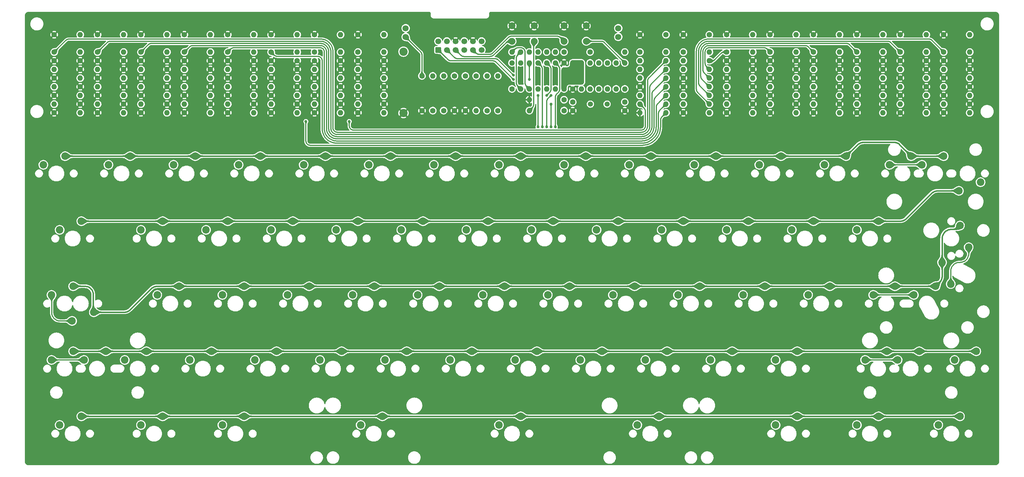
<source format=gbl>
G04 #@! TF.GenerationSoftware,KiCad,Pcbnew,6.0.0*
G04 #@! TF.CreationDate,2022-01-16T18:24:25+13:00*
G04 #@! TF.ProjectId,segment_60_PCB,7365676d-656e-4745-9f36-305f5043422e,1.0.0*
G04 #@! TF.SameCoordinates,Original*
G04 #@! TF.FileFunction,Copper,L2,Bot*
G04 #@! TF.FilePolarity,Positive*
%FSLAX46Y46*%
G04 Gerber Fmt 4.6, Leading zero omitted, Abs format (unit mm)*
G04 Created by KiCad (PCBNEW 6.0.0) date 2022-01-16 18:24:25*
%MOMM*%
%LPD*%
G01*
G04 APERTURE LIST*
G04 Aperture macros list*
%AMRoundRect*
0 Rectangle with rounded corners*
0 $1 Rounding radius*
0 $2 $3 $4 $5 $6 $7 $8 $9 X,Y pos of 4 corners*
0 Add a 4 corners polygon primitive as box body*
4,1,4,$2,$3,$4,$5,$6,$7,$8,$9,$2,$3,0*
0 Add four circle primitives for the rounded corners*
1,1,$1+$1,$2,$3*
1,1,$1+$1,$4,$5*
1,1,$1+$1,$6,$7*
1,1,$1+$1,$8,$9*
0 Add four rect primitives between the rounded corners*
20,1,$1+$1,$2,$3,$4,$5,0*
20,1,$1+$1,$4,$5,$6,$7,0*
20,1,$1+$1,$6,$7,$8,$9,0*
20,1,$1+$1,$8,$9,$2,$3,0*%
%AMHorizOval*
0 Thick line with rounded ends*
0 $1 width*
0 $2 $3 position (X,Y) of the first rounded end (center of the circle)*
0 $4 $5 position (X,Y) of the second rounded end (center of the circle)*
0 Add line between two ends*
20,1,$1,$2,$3,$4,$5,0*
0 Add two circle primitives to create the rounded ends*
1,1,$1,$2,$3*
1,1,$1,$4,$5*%
G04 Aperture macros list end*
G04 #@! TA.AperFunction,ComponentPad*
%ADD10C,2.200000*%
G04 #@! TD*
G04 #@! TA.AperFunction,ComponentPad*
%ADD11RoundRect,0.249900X0.600100X-0.600100X0.600100X0.600100X-0.600100X0.600100X-0.600100X-0.600100X0*%
G04 #@! TD*
G04 #@! TA.AperFunction,ComponentPad*
%ADD12C,1.700000*%
G04 #@! TD*
G04 #@! TA.AperFunction,ComponentPad*
%ADD13C,2.400000*%
G04 #@! TD*
G04 #@! TA.AperFunction,ComponentPad*
%ADD14HorizOval,2.400000X0.000000X0.000000X0.000000X0.000000X0*%
G04 #@! TD*
G04 #@! TA.AperFunction,ComponentPad*
%ADD15C,1.600000*%
G04 #@! TD*
G04 #@! TA.AperFunction,ComponentPad*
%ADD16O,1.600000X1.600000*%
G04 #@! TD*
G04 #@! TA.AperFunction,ComponentPad*
%ADD17HorizOval,1.600000X0.000000X0.000000X0.000000X0.000000X0*%
G04 #@! TD*
G04 #@! TA.AperFunction,ComponentPad*
%ADD18HorizOval,1.600000X0.000000X0.000000X0.000000X0.000000X0*%
G04 #@! TD*
G04 #@! TA.AperFunction,ComponentPad*
%ADD19HorizOval,1.600000X0.000000X0.000000X0.000000X0.000000X0*%
G04 #@! TD*
G04 #@! TA.AperFunction,ComponentPad*
%ADD20HorizOval,1.600000X0.000000X0.000000X0.000000X0.000000X0*%
G04 #@! TD*
G04 #@! TA.AperFunction,ComponentPad*
%ADD21C,2.000000*%
G04 #@! TD*
G04 #@! TA.AperFunction,ComponentPad*
%ADD22C,1.500000*%
G04 #@! TD*
G04 #@! TA.AperFunction,ComponentPad*
%ADD23C,1.800000*%
G04 #@! TD*
G04 #@! TA.AperFunction,ComponentPad*
%ADD24C,6.400000*%
G04 #@! TD*
G04 #@! TA.AperFunction,ViaPad*
%ADD25C,0.800000*%
G04 #@! TD*
G04 #@! TA.AperFunction,Conductor*
%ADD26C,0.313000*%
G04 #@! TD*
G04 #@! TA.AperFunction,Conductor*
%ADD27C,0.450000*%
G04 #@! TD*
G04 APERTURE END LIST*
D10*
X348615000Y-191135000D03*
X354965000Y-188595000D03*
X110490000Y-153035000D03*
X116840000Y-150495000D03*
X336708750Y-172085000D03*
X324802500Y-172085000D03*
X343058750Y-169545000D03*
X331152500Y-169545000D03*
X210502500Y-172085000D03*
X216852500Y-169545000D03*
X267652500Y-172085000D03*
X274002500Y-169545000D03*
X205740000Y-153035000D03*
X212090000Y-150495000D03*
X139065000Y-133985000D03*
X145415000Y-131445000D03*
X105727500Y-191135000D03*
X112077500Y-188595000D03*
X255746250Y-210185000D03*
X262096250Y-207645000D03*
X281940000Y-153035000D03*
X288290000Y-150495000D03*
X120015000Y-133985000D03*
X126365000Y-131445000D03*
X172402500Y-172085000D03*
X178752500Y-169545000D03*
X181927500Y-191135000D03*
X188277500Y-188595000D03*
X343852500Y-210185000D03*
X350202500Y-207645000D03*
X162877500Y-191135000D03*
X169227500Y-188595000D03*
X322421250Y-191135000D03*
X331946250Y-191135000D03*
X328771250Y-188595000D03*
X338296250Y-188595000D03*
X110490000Y-210185000D03*
X116840000Y-207645000D03*
X296227500Y-191135000D03*
X302577500Y-188595000D03*
X320040000Y-210185000D03*
X326390000Y-207645000D03*
X134302500Y-210185000D03*
X140652500Y-207645000D03*
X86677500Y-153035000D03*
X93027500Y-150495000D03*
X286702500Y-172085000D03*
X293052500Y-169545000D03*
X239077500Y-191135000D03*
X245427500Y-188595000D03*
X272415000Y-133985000D03*
X278765000Y-131445000D03*
X215265000Y-133985000D03*
X221615000Y-131445000D03*
X224790000Y-153035000D03*
X231140000Y-150495000D03*
X277177500Y-191135000D03*
X283527500Y-188595000D03*
X320040000Y-153035000D03*
X326390000Y-150495000D03*
X296227500Y-210185000D03*
X302577500Y-207645000D03*
X115252500Y-172085000D03*
X121602500Y-169545000D03*
X153352500Y-172085000D03*
X159702500Y-169545000D03*
X158115000Y-133985000D03*
X164465000Y-131445000D03*
X305752500Y-172085000D03*
X312102500Y-169545000D03*
X253365000Y-133985000D03*
X259715000Y-131445000D03*
X167640000Y-153035000D03*
X173990000Y-150495000D03*
X200977500Y-191135000D03*
X207327500Y-188595000D03*
X258127500Y-191135000D03*
X264477500Y-188595000D03*
X100965000Y-133985000D03*
X107315000Y-131445000D03*
X134302500Y-172085000D03*
X140652500Y-169545000D03*
X248602500Y-172085000D03*
X254952500Y-169545000D03*
X124777500Y-191135000D03*
X131127500Y-188595000D03*
X243840000Y-153035000D03*
X250190000Y-150495000D03*
X262890000Y-153035000D03*
X269240000Y-150495000D03*
X148590000Y-153035000D03*
X154940000Y-150495000D03*
X186690000Y-153035000D03*
X193040000Y-150495000D03*
X129540000Y-153035000D03*
X135890000Y-150495000D03*
X177165000Y-133985000D03*
X183515000Y-131445000D03*
X196215000Y-133985000D03*
X202565000Y-131445000D03*
X93821250Y-191135000D03*
X84296250Y-191135000D03*
X100171250Y-188595000D03*
X90646250Y-188595000D03*
X191452500Y-172085000D03*
X197802500Y-169545000D03*
X220027500Y-191135000D03*
X226377500Y-188595000D03*
X234315000Y-133985000D03*
X240665000Y-131445000D03*
X229552500Y-172085000D03*
X235902500Y-169545000D03*
X143827500Y-191135000D03*
X150177500Y-188595000D03*
X174783750Y-210185000D03*
X181133750Y-207645000D03*
X291465000Y-133985000D03*
X297815000Y-131445000D03*
X300990000Y-153035000D03*
X307340000Y-150495000D03*
D11*
X197485000Y-100330000D03*
D12*
X197485000Y-97790000D03*
X200025000Y-100330000D03*
X200025000Y-97790000D03*
X202565000Y-100330000D03*
X202565000Y-97790000D03*
X205105000Y-100330000D03*
X205105000Y-97790000D03*
X207645000Y-100330000D03*
X207645000Y-97790000D03*
X210185000Y-100330000D03*
X210185000Y-97790000D03*
D13*
X187325000Y-100840000D03*
D14*
X187325000Y-118840000D03*
D15*
X199072500Y-118110000D03*
D16*
X199072500Y-107950000D03*
D15*
X205422500Y-107950000D03*
D17*
X205422500Y-118110000D03*
D15*
X192722500Y-107950000D03*
D17*
X192722500Y-118110000D03*
D15*
X85090000Y-95885000D03*
D16*
X92710000Y-95885000D03*
D15*
X97790000Y-95885000D03*
D16*
X105410000Y-95885000D03*
D15*
X195897500Y-118110000D03*
D16*
X195897500Y-107950000D03*
D15*
X219075000Y-111760000D03*
D16*
X221615000Y-111760000D03*
X224155000Y-111760000D03*
X226695000Y-111760000D03*
X229235000Y-111760000D03*
X231775000Y-111760000D03*
X234315000Y-111760000D03*
D18*
X236855000Y-111760000D03*
D16*
X239395000Y-111760000D03*
X241935000Y-111760000D03*
X244475000Y-111760000D03*
X247015000Y-111760000D03*
X249555000Y-111760000D03*
X252095000Y-111760000D03*
X252095000Y-104140000D03*
X249555000Y-104140000D03*
X247015000Y-104140000D03*
X244475000Y-104140000D03*
X241935000Y-104140000D03*
X239395000Y-104140000D03*
X236855000Y-104140000D03*
D18*
X234315000Y-104140000D03*
D16*
X231775000Y-104140000D03*
X229235000Y-104140000D03*
X226695000Y-104140000D03*
X224155000Y-104140000D03*
X221615000Y-104140000D03*
X219075000Y-104140000D03*
D15*
X202247500Y-107950000D03*
D17*
X202247500Y-118110000D03*
D15*
X276860000Y-95885000D03*
D19*
X269240000Y-95885000D03*
D15*
X135890000Y-100965000D03*
D20*
X135890000Y-103505000D03*
D16*
X135890000Y-106045000D03*
D20*
X135890000Y-108585000D03*
D16*
X135890000Y-111125000D03*
D20*
X135890000Y-113665000D03*
D16*
X135890000Y-116205000D03*
D20*
X135890000Y-118745000D03*
D16*
X143510000Y-118745000D03*
D20*
X143510000Y-116205000D03*
D16*
X143510000Y-113665000D03*
D20*
X143510000Y-111125000D03*
D16*
X143510000Y-108585000D03*
D20*
X143510000Y-106045000D03*
X143510000Y-103505000D03*
D16*
X143510000Y-100965000D03*
D15*
X332740000Y-95885000D03*
D16*
X340360000Y-95885000D03*
D15*
X307340000Y-95885000D03*
D16*
X314960000Y-95885000D03*
D21*
X225575000Y-93290000D03*
X219075000Y-93290000D03*
X219075000Y-97790000D03*
X225575000Y-97790000D03*
D15*
X345440000Y-95885000D03*
D16*
X353060000Y-95885000D03*
D15*
X236855000Y-118110000D03*
X236855000Y-115610000D03*
X161290000Y-100965000D03*
D20*
X161290000Y-103505000D03*
D16*
X161290000Y-106045000D03*
D20*
X161290000Y-108585000D03*
D16*
X161290000Y-111125000D03*
D20*
X161290000Y-113665000D03*
D16*
X161290000Y-116205000D03*
D20*
X161290000Y-118745000D03*
D16*
X168910000Y-118745000D03*
D20*
X168910000Y-116205000D03*
D16*
X168910000Y-113665000D03*
D20*
X168910000Y-111125000D03*
D16*
X168910000Y-108585000D03*
D20*
X168910000Y-106045000D03*
X168910000Y-103505000D03*
D16*
X168910000Y-100965000D03*
D15*
X345440000Y-100965000D03*
D20*
X345440000Y-103505000D03*
D16*
X345440000Y-106045000D03*
D20*
X345440000Y-108585000D03*
D16*
X345440000Y-111125000D03*
D20*
X345440000Y-113665000D03*
D16*
X345440000Y-116205000D03*
D20*
X345440000Y-118745000D03*
D16*
X353060000Y-118745000D03*
D20*
X353060000Y-116205000D03*
D16*
X353060000Y-113665000D03*
D20*
X353060000Y-111125000D03*
D16*
X353060000Y-108585000D03*
D20*
X353060000Y-106045000D03*
X353060000Y-103505000D03*
D16*
X353060000Y-100965000D03*
D15*
X148590000Y-100965000D03*
D20*
X148590000Y-103505000D03*
D16*
X148590000Y-106045000D03*
D20*
X148590000Y-108585000D03*
D16*
X148590000Y-111125000D03*
D20*
X148590000Y-113665000D03*
D16*
X148590000Y-116205000D03*
D20*
X148590000Y-118745000D03*
D16*
X156210000Y-118745000D03*
D20*
X156210000Y-116205000D03*
D16*
X156210000Y-113665000D03*
D20*
X156210000Y-111125000D03*
D16*
X156210000Y-108585000D03*
D20*
X156210000Y-106045000D03*
X156210000Y-103505000D03*
D16*
X156210000Y-100965000D03*
D15*
X234315000Y-114935000D03*
D16*
X224155000Y-114935000D03*
D15*
X252095000Y-115610000D03*
X252095000Y-118110000D03*
X97790000Y-100965000D03*
D20*
X97790000Y-103505000D03*
D16*
X97790000Y-106045000D03*
D20*
X97790000Y-108585000D03*
D16*
X97790000Y-111125000D03*
D20*
X97790000Y-113665000D03*
D16*
X97790000Y-116205000D03*
D20*
X97790000Y-118745000D03*
D16*
X105410000Y-118745000D03*
D20*
X105410000Y-116205000D03*
D16*
X105410000Y-113665000D03*
D20*
X105410000Y-111125000D03*
D16*
X105410000Y-108585000D03*
D20*
X105410000Y-106045000D03*
X105410000Y-103505000D03*
D16*
X105410000Y-100965000D03*
D15*
X307340000Y-100965000D03*
D20*
X307340000Y-103505000D03*
D16*
X307340000Y-106045000D03*
D20*
X307340000Y-108585000D03*
D16*
X307340000Y-111125000D03*
D20*
X307340000Y-113665000D03*
D16*
X307340000Y-116205000D03*
D20*
X307340000Y-118745000D03*
D16*
X314960000Y-118745000D03*
D20*
X314960000Y-116205000D03*
D16*
X314960000Y-113665000D03*
D20*
X314960000Y-111125000D03*
D16*
X314960000Y-108585000D03*
D20*
X314960000Y-106045000D03*
X314960000Y-103505000D03*
D16*
X314960000Y-100965000D03*
D15*
X320040000Y-100965000D03*
D20*
X320040000Y-103505000D03*
D16*
X320040000Y-106045000D03*
D20*
X320040000Y-108585000D03*
D16*
X320040000Y-111125000D03*
D20*
X320040000Y-113665000D03*
D16*
X320040000Y-116205000D03*
D20*
X320040000Y-118745000D03*
D16*
X327660000Y-118745000D03*
D20*
X327660000Y-116205000D03*
D16*
X327660000Y-113665000D03*
D20*
X327660000Y-111125000D03*
D16*
X327660000Y-108585000D03*
D20*
X327660000Y-106045000D03*
X327660000Y-103505000D03*
D16*
X327660000Y-100965000D03*
D15*
X110490000Y-95885000D03*
D16*
X118110000Y-95885000D03*
D15*
X281940000Y-95885000D03*
D16*
X289560000Y-95885000D03*
D15*
X256540000Y-100965000D03*
D16*
X256540000Y-103505000D03*
X256540000Y-106045000D03*
X256540000Y-108585000D03*
D20*
X256540000Y-111125000D03*
D16*
X256540000Y-113665000D03*
X256540000Y-116205000D03*
X256540000Y-118745000D03*
X264160000Y-118745000D03*
X264160000Y-116205000D03*
X264160000Y-113665000D03*
X264160000Y-111125000D03*
X264160000Y-108585000D03*
X264160000Y-106045000D03*
X264160000Y-103505000D03*
X264160000Y-100965000D03*
D15*
X214947500Y-118110000D03*
D16*
X214947500Y-107950000D03*
D15*
X264160000Y-95885000D03*
D19*
X256540000Y-95885000D03*
D15*
X211772500Y-118110000D03*
D16*
X211772500Y-107950000D03*
D22*
X242024999Y-116205000D03*
X246904999Y-116205000D03*
D15*
X123190000Y-100965000D03*
D20*
X123190000Y-103505000D03*
D16*
X123190000Y-106045000D03*
D20*
X123190000Y-108585000D03*
D16*
X123190000Y-111125000D03*
D20*
X123190000Y-113665000D03*
D16*
X123190000Y-116205000D03*
D20*
X123190000Y-118745000D03*
D16*
X130810000Y-118745000D03*
D20*
X130810000Y-116205000D03*
D16*
X130810000Y-113665000D03*
D20*
X130810000Y-111125000D03*
D16*
X130810000Y-108585000D03*
D20*
X130810000Y-106045000D03*
X130810000Y-103505000D03*
D16*
X130810000Y-100965000D03*
D15*
X294640000Y-95885000D03*
D16*
X302260000Y-95885000D03*
D15*
X320040000Y-95885000D03*
D16*
X327660000Y-95885000D03*
D23*
X250190000Y-96520000D03*
X250190000Y-93980000D03*
D15*
X332740000Y-100965000D03*
D20*
X332740000Y-103505000D03*
D16*
X332740000Y-106045000D03*
D20*
X332740000Y-108585000D03*
D16*
X332740000Y-111125000D03*
D20*
X332740000Y-113665000D03*
D16*
X332740000Y-116205000D03*
D20*
X332740000Y-118745000D03*
D16*
X340360000Y-118745000D03*
D20*
X340360000Y-116205000D03*
D16*
X340360000Y-113665000D03*
D20*
X340360000Y-111125000D03*
D16*
X340360000Y-108585000D03*
D20*
X340360000Y-106045000D03*
X340360000Y-103505000D03*
D16*
X340360000Y-100965000D03*
D15*
X161290000Y-95885000D03*
D16*
X168910000Y-95885000D03*
D15*
X110490000Y-100965000D03*
D20*
X110490000Y-103505000D03*
D16*
X110490000Y-106045000D03*
D20*
X110490000Y-108585000D03*
D16*
X110490000Y-111125000D03*
D20*
X110490000Y-113665000D03*
D16*
X110490000Y-116205000D03*
D20*
X110490000Y-118745000D03*
D16*
X118110000Y-118745000D03*
D20*
X118110000Y-116205000D03*
D16*
X118110000Y-113665000D03*
D20*
X118110000Y-111125000D03*
D16*
X118110000Y-108585000D03*
D20*
X118110000Y-106045000D03*
X118110000Y-103505000D03*
D16*
X118110000Y-100965000D03*
D15*
X234315000Y-118110000D03*
D16*
X224155000Y-118110000D03*
D15*
X123190000Y-95885000D03*
D16*
X130810000Y-95885000D03*
D15*
X173990000Y-100965000D03*
D20*
X173990000Y-103505000D03*
D16*
X173990000Y-106045000D03*
D20*
X173990000Y-108585000D03*
D16*
X173990000Y-111125000D03*
D20*
X173990000Y-113665000D03*
D16*
X173990000Y-116205000D03*
D20*
X173990000Y-118745000D03*
D16*
X181610000Y-118745000D03*
D20*
X181610000Y-116205000D03*
D16*
X181610000Y-113665000D03*
D20*
X181610000Y-111125000D03*
D16*
X181610000Y-108585000D03*
D20*
X181610000Y-106045000D03*
X181610000Y-103505000D03*
D16*
X181610000Y-100965000D03*
D15*
X294640000Y-100965000D03*
D20*
X294640000Y-103505000D03*
D16*
X294640000Y-106045000D03*
D20*
X294640000Y-108585000D03*
D16*
X294640000Y-111125000D03*
D20*
X294640000Y-113665000D03*
D16*
X294640000Y-116205000D03*
D20*
X294640000Y-118745000D03*
D16*
X302260000Y-118745000D03*
D20*
X302260000Y-116205000D03*
D16*
X302260000Y-113665000D03*
D20*
X302260000Y-111125000D03*
D16*
X302260000Y-108585000D03*
D20*
X302260000Y-106045000D03*
X302260000Y-103505000D03*
D16*
X302260000Y-100965000D03*
D15*
X135890000Y-95885000D03*
D16*
X143510000Y-95885000D03*
D21*
X234315000Y-93290000D03*
X240815000Y-93290000D03*
X234315000Y-97790000D03*
X240815000Y-97790000D03*
D15*
X241935000Y-100965000D03*
D16*
X252095000Y-100965000D03*
D15*
X281940000Y-100965000D03*
D20*
X281940000Y-103505000D03*
D16*
X281940000Y-106045000D03*
D20*
X281940000Y-108585000D03*
D16*
X281940000Y-111125000D03*
D20*
X281940000Y-113665000D03*
D16*
X281940000Y-116205000D03*
D20*
X281940000Y-118745000D03*
D16*
X289560000Y-118745000D03*
D20*
X289560000Y-116205000D03*
D16*
X289560000Y-113665000D03*
D20*
X289560000Y-111125000D03*
D16*
X289560000Y-108585000D03*
D20*
X289560000Y-106045000D03*
X289560000Y-103505000D03*
D16*
X289560000Y-100965000D03*
D15*
X85090000Y-100965000D03*
D20*
X85090000Y-103505000D03*
D16*
X85090000Y-106045000D03*
D20*
X85090000Y-108585000D03*
D16*
X85090000Y-111125000D03*
D20*
X85090000Y-113665000D03*
D16*
X85090000Y-116205000D03*
D20*
X85090000Y-118745000D03*
D16*
X92710000Y-118745000D03*
D20*
X92710000Y-116205000D03*
D16*
X92710000Y-113665000D03*
D20*
X92710000Y-111125000D03*
D16*
X92710000Y-108585000D03*
D20*
X92710000Y-106045000D03*
X92710000Y-103505000D03*
D16*
X92710000Y-100965000D03*
D15*
X148590000Y-95885000D03*
D16*
X156210000Y-95885000D03*
D24*
X198834375Y-212725000D03*
X335756250Y-212725000D03*
D15*
X173990000Y-95885000D03*
D16*
X181610000Y-95885000D03*
D15*
X234315000Y-100965000D03*
D16*
X231775000Y-100965000D03*
X229235000Y-100965000D03*
X226695000Y-100965000D03*
X224155000Y-100965000D03*
X221615000Y-100965000D03*
X219075000Y-100965000D03*
D15*
X208597500Y-107950000D03*
D16*
X208597500Y-118110000D03*
D15*
X269240000Y-100965000D03*
D16*
X269240000Y-103505000D03*
X269240000Y-106045000D03*
D20*
X269240000Y-108585000D03*
X269240000Y-111125000D03*
D16*
X269240000Y-113665000D03*
X269240000Y-116205000D03*
D20*
X269240000Y-118745000D03*
D16*
X276860000Y-118745000D03*
X276860000Y-116205000D03*
X276860000Y-113665000D03*
X276860000Y-111125000D03*
X276860000Y-108585000D03*
X276860000Y-106045000D03*
X276860000Y-103505000D03*
X276860000Y-100965000D03*
D23*
X187960000Y-96520000D03*
X187960000Y-93980000D03*
D10*
X81915000Y-133985000D03*
X88265000Y-131445000D03*
X310515000Y-133985000D03*
X316865000Y-131445000D03*
D24*
X102393750Y-212725000D03*
D10*
X356235000Y-139065000D03*
X349885000Y-141605000D03*
X90646250Y-169545000D03*
X96678750Y-177165000D03*
X84296250Y-172085000D03*
X90328750Y-179705000D03*
X347503750Y-168910000D03*
X352742500Y-158115000D03*
X344963750Y-162560000D03*
X350202500Y-151765000D03*
X215265000Y-210185000D03*
X221615000Y-207645000D03*
D24*
X239315625Y-212725000D03*
D10*
X86677500Y-210185000D03*
X93027500Y-207645000D03*
X329565000Y-133985000D03*
X339090000Y-133985000D03*
X335915000Y-131445000D03*
X345440000Y-131445000D03*
D25*
X219475999Y-108994989D03*
X219475999Y-107696000D03*
X231775000Y-122872500D03*
X226695000Y-113665000D03*
X229235000Y-113665000D03*
X226695000Y-122872500D03*
X227965000Y-122872500D03*
X230505000Y-113665000D03*
X229235000Y-122872500D03*
X224155000Y-108994989D03*
X230505000Y-122872500D03*
X230505000Y-116205000D03*
X158750000Y-121285000D03*
X171450000Y-121285000D03*
D26*
X192722500Y-101882500D02*
X192720754Y-101811424D01*
X192478377Y-101077740D02*
X192437439Y-101019612D01*
X192516414Y-101137807D02*
X192478377Y-101077740D01*
X192437439Y-101019612D02*
X192393698Y-100963562D01*
X192679088Y-101530536D02*
X192660125Y-101462014D01*
X192347259Y-100909727D02*
X192298235Y-100858235D01*
X192660125Y-101462014D02*
X192637823Y-101394505D01*
X192722500Y-101882500D02*
X192722500Y-107950000D01*
X192551458Y-101199668D02*
X192516414Y-101137807D01*
X192637823Y-101394505D02*
X192612236Y-101328171D01*
X192298235Y-100858235D02*
X187960000Y-96520000D01*
X192694665Y-101599905D02*
X192679088Y-101530536D01*
X192706820Y-101669956D02*
X192694665Y-101599905D01*
X192612236Y-101328171D02*
X192583424Y-101263173D01*
X192583424Y-101263173D02*
X192551458Y-101199668D01*
X192715523Y-101740519D02*
X192706820Y-101669956D01*
X192720754Y-101811424D02*
X192715523Y-101740519D01*
X192393698Y-100963562D02*
X192347259Y-100909727D01*
X200537838Y-103321446D02*
X200599698Y-103356489D01*
X213479616Y-103529275D02*
X213408541Y-103527531D01*
X200663204Y-103388456D02*
X200728202Y-103417267D01*
X201069987Y-103511852D02*
X201140550Y-103520555D01*
X200599698Y-103356489D02*
X200663204Y-103388456D01*
X213550521Y-103534506D02*
X213479616Y-103529275D01*
X200862045Y-103465157D02*
X200930567Y-103484119D01*
X213621084Y-103543209D02*
X213550521Y-103534506D01*
X200363593Y-103198729D02*
X200419643Y-103242470D01*
X214432805Y-103951795D02*
X214381312Y-103902770D01*
X213962868Y-103637793D02*
X213896535Y-103612206D01*
X213760504Y-103570941D02*
X213691134Y-103555364D01*
X200419643Y-103242470D02*
X200477771Y-103283409D01*
X201282531Y-103527531D02*
X213408541Y-103527531D01*
X200258266Y-103103266D02*
X200309758Y-103152290D01*
X214327477Y-103856331D02*
X214271428Y-103812590D01*
X214027866Y-103666605D02*
X213962868Y-103637793D01*
X201140550Y-103520555D02*
X201211455Y-103525785D01*
X214213300Y-103771651D02*
X214153233Y-103733615D01*
X214432805Y-103951795D02*
X219475999Y-108994989D01*
X214091372Y-103698571D02*
X214027866Y-103666605D01*
X214153233Y-103733615D02*
X214091372Y-103698571D01*
X200728202Y-103417267D02*
X200794536Y-103442855D01*
X213896535Y-103612206D02*
X213829026Y-103589904D01*
X213691134Y-103555364D02*
X213621084Y-103543209D01*
X200258266Y-103103266D02*
X197485000Y-100330000D01*
X214381312Y-103902770D02*
X214327477Y-103856331D01*
X200999936Y-103499697D02*
X201069987Y-103511852D01*
X213829026Y-103589904D02*
X213760504Y-103570941D01*
X200930567Y-103484119D02*
X200999936Y-103499697D01*
X214271428Y-103812590D02*
X214213300Y-103771651D01*
X200477771Y-103283409D02*
X200537838Y-103321446D01*
X200794536Y-103442855D02*
X200862045Y-103465157D01*
X200309758Y-103152290D02*
X200363593Y-103198729D01*
X201211455Y-103525785D02*
X201282531Y-103527531D01*
X214502005Y-102963894D02*
X214433483Y-102944931D01*
X214294063Y-102917199D02*
X214223500Y-102908496D01*
X202983977Y-102885842D02*
X203054540Y-102894545D01*
X214826212Y-103107605D02*
X214764351Y-103072561D01*
X214700845Y-103040595D02*
X214635847Y-103011783D01*
X215000456Y-103230321D02*
X214944407Y-103186580D01*
X202391761Y-102657399D02*
X202451828Y-102695436D01*
X202277583Y-102572719D02*
X202333633Y-102616460D01*
X203125445Y-102899775D02*
X203196521Y-102901521D01*
X202913926Y-102873687D02*
X202983977Y-102885842D01*
X214569514Y-102986196D02*
X214502005Y-102963894D01*
X214764351Y-103072561D02*
X214700845Y-103040595D01*
X215054291Y-103276760D02*
X215000456Y-103230321D01*
X214635847Y-103011783D02*
X214569514Y-102986196D01*
X214433483Y-102944931D02*
X214364113Y-102929354D01*
X214223500Y-102908496D02*
X214152595Y-102903265D01*
X202223748Y-102526280D02*
X202277583Y-102572719D01*
X215105784Y-103325785D02*
X219475999Y-107696000D01*
X202172256Y-102477256D02*
X200025000Y-100330000D01*
X214152595Y-102903265D02*
X214081520Y-102901521D01*
X202513688Y-102730479D02*
X202577194Y-102762446D01*
X202844557Y-102858109D02*
X202913926Y-102873687D01*
X215105784Y-103325785D02*
X215054291Y-103276760D01*
X203196521Y-102901521D02*
X214081520Y-102901521D01*
X202642192Y-102791257D02*
X202708526Y-102816845D01*
X202333633Y-102616460D02*
X202391761Y-102657399D01*
X202451828Y-102695436D02*
X202513688Y-102730479D01*
X202776035Y-102839147D02*
X202844557Y-102858109D01*
X203054540Y-102894545D02*
X203125445Y-102899775D01*
X214944407Y-103186580D02*
X214886279Y-103145641D01*
X214364113Y-102929354D02*
X214294063Y-102917199D01*
X202577194Y-102762446D02*
X202642192Y-102791257D01*
X214886279Y-103145641D02*
X214826212Y-103107605D01*
X202708526Y-102816845D02*
X202776035Y-102839147D01*
X202172256Y-102477256D02*
X202223748Y-102526280D01*
X225418523Y-116381481D02*
X225409820Y-116452044D01*
X225254457Y-116922332D02*
X225219414Y-116984193D01*
X217361183Y-98214264D02*
X213900978Y-101674470D01*
X213045625Y-102187148D02*
X212948552Y-102214012D01*
X204191573Y-101946709D02*
X204137737Y-101900270D01*
X225096697Y-117158437D02*
X225050258Y-117212272D01*
X213900978Y-101674470D02*
X213828030Y-101743921D01*
X218243467Y-97796974D02*
X218172904Y-97805677D01*
X225425499Y-116239501D02*
X225423753Y-116310576D01*
X213751763Y-101809709D02*
X213672360Y-101871676D01*
X217766121Y-97929073D02*
X217702615Y-97961039D01*
X212850279Y-102236080D02*
X212751040Y-102253300D01*
X204305750Y-102031389D02*
X204247622Y-101990451D01*
X218385448Y-97790000D02*
X219075000Y-97790000D01*
X225219414Y-116984193D02*
X225181377Y-117044260D01*
X204365817Y-102069426D02*
X204305750Y-102031389D01*
X217831119Y-97900262D02*
X217766121Y-97929073D01*
X204968530Y-102268535D02*
X204897967Y-102259832D01*
X218314372Y-97791744D02*
X218243467Y-97796974D01*
X204491184Y-102136436D02*
X204427678Y-102104470D01*
X218172904Y-97805677D02*
X218102853Y-97817832D01*
X213590012Y-101929672D02*
X213504918Y-101983558D01*
X213141263Y-102155554D02*
X213045625Y-102187148D01*
X213828030Y-101743921D02*
X213751763Y-101809709D01*
X218102853Y-97817832D02*
X218033484Y-97833410D01*
X225425499Y-97939501D02*
X225575000Y-97790000D01*
X205039435Y-102273766D02*
X204968530Y-102268535D01*
X217897453Y-97874674D02*
X217831119Y-97900262D01*
X204137737Y-101900270D02*
X204086246Y-101851246D01*
X212651077Y-102265629D02*
X212550628Y-102273038D01*
X217964962Y-97852372D02*
X217897453Y-97874674D01*
X213504918Y-101983558D02*
X213417282Y-102033203D01*
X213672360Y-101871676D02*
X213590012Y-101929672D01*
X225423753Y-116310576D02*
X225418523Y-116381481D01*
X204247622Y-101990451D02*
X204191573Y-101946709D01*
X217466510Y-98118800D02*
X217412674Y-98165239D01*
X204622515Y-102190835D02*
X204556182Y-102165248D01*
X205110511Y-102275511D02*
X205039435Y-102273766D01*
X212550628Y-102273038D02*
X212449938Y-102275511D01*
X225409820Y-116452044D02*
X225397665Y-116522094D01*
X225050258Y-117212272D02*
X225001234Y-117263765D01*
X225425499Y-116239501D02*
X225425499Y-97939501D01*
X217702615Y-97961039D02*
X217640754Y-97996083D01*
X218033484Y-97833410D02*
X217964962Y-97852372D01*
X213327315Y-102078488D02*
X213235235Y-102119305D01*
X225181377Y-117044260D02*
X225140438Y-117102388D01*
X217580687Y-98034120D02*
X217522559Y-98075058D01*
X225340823Y-116727495D02*
X225315235Y-116793828D01*
X217412674Y-98165239D02*
X217361183Y-98214264D01*
X217640754Y-97996083D02*
X217580687Y-98034120D01*
X225363125Y-116659986D02*
X225340823Y-116727495D01*
X213235235Y-102119305D02*
X213141263Y-102155554D01*
X218385448Y-97790000D02*
X218314372Y-97791744D01*
X225397665Y-116522094D02*
X225382087Y-116591464D01*
X204827916Y-102247677D02*
X204758546Y-102232100D01*
X204556182Y-102165248D02*
X204491184Y-102136436D01*
X212948552Y-102214012D02*
X212850279Y-102236080D01*
X225001234Y-117263765D02*
X224155000Y-118110000D01*
X204690024Y-102213137D02*
X204622515Y-102190835D01*
X213417282Y-102033203D02*
X213327315Y-102078488D01*
X204427678Y-102104470D02*
X204365817Y-102069426D01*
X212751040Y-102253300D02*
X212651077Y-102265629D01*
X225382087Y-116591464D02*
X225363125Y-116659986D01*
X225315235Y-116793828D02*
X225286424Y-116858826D01*
X217522559Y-98075058D02*
X217466510Y-98118800D01*
X225140438Y-117102388D02*
X225096697Y-117158437D01*
X212449938Y-102275511D02*
X205110511Y-102275511D01*
X204086246Y-101851246D02*
X202565000Y-100330000D01*
X204897967Y-102259832D02*
X204827916Y-102247677D01*
X204758546Y-102232100D02*
X204690024Y-102213137D01*
X225286424Y-116858826D02*
X225254457Y-116922332D01*
X231802832Y-113956267D02*
X231818409Y-113886898D01*
X231781974Y-114096881D02*
X231790677Y-114026318D01*
D27*
X321134343Y-127536237D02*
X321012732Y-127583147D01*
X320893569Y-127635968D02*
X320777141Y-127694573D01*
D26*
X233001089Y-112121324D02*
X232982127Y-112189846D01*
X233037524Y-105867520D02*
X233028821Y-105796957D01*
D27*
X331782491Y-127546393D02*
X331682991Y-127508012D01*
D26*
X231790677Y-114026318D02*
X231802832Y-113956267D01*
D27*
X320663730Y-127758820D02*
X320553607Y-127828554D01*
X332158138Y-127747181D02*
X332068038Y-127690126D01*
X202565000Y-131445000D02*
X221615000Y-131445000D01*
D26*
X233028821Y-105796957D02*
X233016666Y-105726906D01*
D27*
X332487396Y-128017396D02*
X335915000Y-131445000D01*
X321258109Y-127495350D02*
X321134343Y-127536237D01*
X331057613Y-127383617D02*
X330951000Y-127381000D01*
X331581728Y-127474559D02*
X331478945Y-127446115D01*
X164465000Y-131445000D02*
X183515000Y-131445000D01*
X332329404Y-127874201D02*
X332245330Y-127808589D01*
X240665000Y-131445000D02*
X259715000Y-131445000D01*
X107315000Y-131445000D02*
X126365000Y-131445000D01*
X320553607Y-127828554D02*
X320447039Y-127903608D01*
D26*
X232759440Y-105146613D02*
X232715699Y-105090563D01*
X232982127Y-112189846D02*
X232959825Y-112257355D01*
D27*
X321768702Y-127393787D02*
X321639337Y-127409742D01*
X331374890Y-127422749D02*
X331269814Y-127404517D01*
X321510911Y-127432026D02*
X321383733Y-127460585D01*
D26*
X232060058Y-113375973D02*
X232103799Y-113319924D01*
X231981082Y-113494168D02*
X232019119Y-113434102D01*
D27*
X320344282Y-127983800D02*
X320245583Y-128068938D01*
D26*
X232838415Y-105264808D02*
X232800378Y-105204741D01*
D27*
X320245583Y-128068938D02*
X320151182Y-128158817D01*
X322029000Y-127381000D02*
X321898694Y-127384198D01*
X321383733Y-127460585D02*
X321258109Y-127495350D01*
X321898694Y-127384198D02*
X321768702Y-127393787D01*
D26*
X232959825Y-112257355D02*
X232934237Y-112323688D01*
X232959824Y-105521506D02*
X232934237Y-105455172D01*
X232669260Y-105036728D02*
X232620236Y-104985236D01*
D27*
X221615000Y-131445000D02*
X240665000Y-131445000D01*
D26*
X232982126Y-105589015D02*
X232959824Y-105521506D01*
X232669260Y-112742132D02*
X232620236Y-112793625D01*
D27*
X183515000Y-131445000D02*
X202565000Y-131445000D01*
D26*
X231818409Y-113886898D02*
X231837372Y-113818376D01*
X232838416Y-112514053D02*
X232800379Y-112574120D01*
D27*
X320777141Y-127694573D02*
X320663730Y-127758820D01*
D26*
X233037525Y-111911341D02*
X233028822Y-111981904D01*
X231885261Y-113684533D02*
X231914073Y-113619535D01*
X231775000Y-114238862D02*
X231775000Y-122872500D01*
X232934237Y-112323688D02*
X232905426Y-112388686D01*
D27*
X332245330Y-127808589D02*
X332158138Y-127747181D01*
D26*
X232103799Y-113319924D02*
X232150238Y-113266088D01*
X231914073Y-113619535D02*
X231946039Y-113556029D01*
X232759440Y-112632248D02*
X232715699Y-112688297D01*
X233001089Y-105657537D02*
X232982126Y-105589015D01*
D27*
X345440000Y-131445000D02*
X335915000Y-131445000D01*
X126365000Y-131445000D02*
X145415000Y-131445000D01*
D26*
X233042755Y-111840436D02*
X233037525Y-111911341D01*
X233016667Y-112051954D02*
X233001089Y-112121324D01*
X232019119Y-113434102D02*
X232060058Y-113375973D01*
D27*
X145415000Y-131445000D02*
X164465000Y-131445000D01*
D26*
X233044501Y-111769361D02*
X233042755Y-111840436D01*
D27*
X332068038Y-127690126D02*
X331975247Y-127637560D01*
X321639337Y-127409742D02*
X321510911Y-127432026D01*
X321012732Y-127583147D02*
X320893569Y-127635968D01*
D26*
X233044501Y-106009501D02*
X233042755Y-105938425D01*
X233042755Y-105938425D02*
X233037524Y-105867520D01*
X231946039Y-113556029D02*
X231981082Y-113494168D01*
X233016666Y-105726906D02*
X233001089Y-105657537D01*
X232905425Y-105390174D02*
X232873459Y-105326669D01*
X232199263Y-113214597D02*
X232620236Y-112793625D01*
X232905426Y-112388686D02*
X232873459Y-112452192D01*
X232873459Y-105326669D02*
X232838415Y-105264808D01*
D27*
X332410157Y-127943859D02*
X332329404Y-127874201D01*
X88265000Y-131445000D02*
X107315000Y-131445000D01*
X331269814Y-127404517D02*
X331163970Y-127391462D01*
X278765000Y-131445000D02*
X297815000Y-131445000D01*
X331975247Y-127637560D02*
X331879988Y-127589611D01*
X322029000Y-127381000D02*
X330951000Y-127381000D01*
X331478945Y-127446115D02*
X331374890Y-127422749D01*
D26*
X231775000Y-114238862D02*
X231776743Y-114167786D01*
D27*
X259715000Y-131445000D02*
X278765000Y-131445000D01*
X331682991Y-127508012D02*
X331581728Y-127474559D01*
D26*
X233028822Y-111981904D02*
X233016667Y-112051954D01*
X231837372Y-113818376D02*
X231859674Y-113750867D01*
D27*
X331163970Y-127391462D02*
X331057613Y-127383617D01*
D26*
X232873459Y-112452192D02*
X232838416Y-112514053D01*
X232800378Y-105204741D02*
X232759440Y-105146613D01*
D27*
X331879988Y-127589611D02*
X331782491Y-127546393D01*
D26*
X232620236Y-104985236D02*
X231775000Y-104140000D01*
X232800379Y-112574120D02*
X232759440Y-112632248D01*
D27*
X332487396Y-128017396D02*
X332410157Y-127943859D01*
D26*
X232934237Y-105455172D02*
X232905425Y-105390174D01*
X233044501Y-111769361D02*
X233044501Y-106009501D01*
D27*
X320447039Y-127903608D02*
X320344282Y-127983800D01*
D26*
X232150238Y-113266088D02*
X232199263Y-113214597D01*
D27*
X297815000Y-131445000D02*
X316865000Y-131445000D01*
D26*
X232715699Y-112688297D02*
X232669260Y-112742132D01*
X231859674Y-113750867D02*
X231885261Y-113684533D01*
X232715699Y-105090563D02*
X232669260Y-105036728D01*
D27*
X320151182Y-128158817D02*
X316865000Y-131445000D01*
D26*
X231776743Y-114167786D02*
X231781974Y-114096881D01*
X230260378Y-112574119D02*
X230298415Y-112514052D01*
D27*
X212090000Y-150495000D02*
X193040000Y-150495000D01*
D26*
X226695000Y-122872500D02*
X226695000Y-114935000D01*
D27*
X342911609Y-141719350D02*
X343037233Y-141684585D01*
X154940000Y-150495000D02*
X135890000Y-150495000D01*
D26*
X230333459Y-112452192D02*
X230365425Y-112388686D01*
X226695000Y-113665000D02*
X226695000Y-114935000D01*
X230394237Y-112323688D02*
X230419824Y-112257355D01*
X230365425Y-105390175D02*
X230394236Y-105455173D01*
X230080236Y-104985236D02*
X229235000Y-104140000D01*
D27*
X332592500Y-150495000D02*
X326390000Y-150495000D01*
D26*
X230497524Y-105867520D02*
X230502754Y-105938425D01*
X230080236Y-104985236D02*
X230129259Y-105036728D01*
X230461089Y-112121324D02*
X230476667Y-112051954D01*
D27*
X333957768Y-150117178D02*
X334067891Y-150047444D01*
X334067891Y-150047444D02*
X334174459Y-149972390D01*
D26*
X230219440Y-105146613D02*
X230260378Y-105204741D01*
D27*
X332982162Y-150466256D02*
X333110588Y-150443972D01*
X250190000Y-150495000D02*
X231140000Y-150495000D01*
X341804682Y-142382817D02*
X341899083Y-142292938D01*
D26*
X230488822Y-111981904D02*
X230497525Y-111911341D01*
D27*
X342787843Y-141760237D02*
X342911609Y-141719350D01*
X343552194Y-141608198D02*
X343682500Y-141605000D01*
X231140000Y-150495000D02*
X212090000Y-150495000D01*
D26*
X230442126Y-105589015D02*
X230461088Y-105657537D01*
X230488821Y-105796957D02*
X230497524Y-105867520D01*
D27*
X332592500Y-150495000D02*
X332722805Y-150491800D01*
D26*
X230504501Y-106009501D02*
X230504501Y-111769361D01*
X230333459Y-105326669D02*
X230365425Y-105390175D01*
D27*
X269240000Y-150495000D02*
X250190000Y-150495000D01*
X334277216Y-149892197D02*
X334375914Y-149807060D01*
X333487156Y-150339761D02*
X333608767Y-150292851D01*
X341899083Y-142292938D02*
X341997782Y-142207800D01*
X343682500Y-141605000D02*
X349885000Y-141605000D01*
X342100539Y-142127608D02*
X342207107Y-142052554D01*
D26*
X230442126Y-112189846D02*
X230461089Y-112121324D01*
X230298415Y-112514052D02*
X230333459Y-112452192D01*
X229235000Y-113638862D02*
X229235000Y-113665000D01*
D27*
X333727929Y-150240030D02*
X333844357Y-150181425D01*
D26*
X230298415Y-105264808D02*
X230333459Y-105326669D01*
D27*
X333608767Y-150292851D02*
X333727929Y-150240030D01*
X288290000Y-150495000D02*
X269240000Y-150495000D01*
D26*
X230365425Y-112388686D02*
X230394237Y-112323688D01*
D27*
X193040000Y-150495000D02*
X173990000Y-150495000D01*
X341997782Y-142207800D02*
X342100539Y-142127608D01*
D26*
X230476666Y-105726907D02*
X230488821Y-105796957D01*
X230419824Y-105521506D02*
X230442126Y-105589015D01*
X230497525Y-111911341D02*
X230502755Y-111840436D01*
X230175698Y-105090564D02*
X230219440Y-105146613D01*
X230476667Y-112051954D02*
X230488822Y-111981904D01*
D27*
X334470317Y-149717182D02*
X341804682Y-142382817D01*
X334174459Y-149972390D02*
X334277216Y-149892197D01*
X334375914Y-149807060D02*
X334470317Y-149717182D01*
X343164411Y-141656026D02*
X343292837Y-141633742D01*
X135890000Y-150495000D02*
X116840000Y-150495000D01*
X333844357Y-150181425D02*
X333957768Y-150117178D01*
X342430641Y-141918573D02*
X342547069Y-141859968D01*
D26*
X230129259Y-105036728D02*
X230175698Y-105090564D01*
X230175698Y-112688296D02*
X230219440Y-112632247D01*
D27*
X332852797Y-150482211D02*
X332982162Y-150466256D01*
X326390000Y-150495000D02*
X307340000Y-150495000D01*
X342666232Y-141807147D02*
X342787843Y-141760237D01*
X342317230Y-141982820D02*
X342430641Y-141918573D01*
D26*
X230080236Y-112793625D02*
X230129259Y-112742132D01*
D27*
X343292837Y-141633742D02*
X343422202Y-141617787D01*
X333237766Y-150415413D02*
X333363389Y-150380648D01*
D26*
X230129259Y-112742132D02*
X230175698Y-112688296D01*
X230394236Y-105455173D02*
X230419824Y-105521506D01*
D27*
X343037233Y-141684585D02*
X343164411Y-141656026D01*
X333110588Y-150443972D02*
X333237766Y-150415413D01*
X342207107Y-142052554D02*
X342317230Y-141982820D01*
D26*
X230260378Y-105204741D02*
X230298415Y-105264808D01*
X230502755Y-111840436D02*
X230504501Y-111769361D01*
D27*
X307340000Y-150495000D02*
X288290000Y-150495000D01*
X343422202Y-141617787D02*
X343552194Y-141608198D01*
D26*
X230219440Y-112632247D02*
X230260378Y-112574119D01*
X230461088Y-105657537D02*
X230476666Y-105726907D01*
X230419824Y-112257355D02*
X230442126Y-112189846D01*
X230502754Y-105938425D02*
X230504501Y-106009501D01*
D27*
X332722805Y-150491800D02*
X332852797Y-150482211D01*
X342547069Y-141859968D02*
X342666232Y-141807147D01*
X116840000Y-150495000D02*
X93027500Y-150495000D01*
X333363389Y-150380648D02*
X333487156Y-150339761D01*
X173990000Y-150495000D02*
X154940000Y-150495000D01*
D26*
X230080236Y-112793625D02*
X229235000Y-113638862D01*
X227921588Y-105658036D02*
X227937166Y-105727405D01*
D27*
X114754911Y-169596026D02*
X114883337Y-169573742D01*
X345282562Y-154284428D02*
X345169275Y-154523954D01*
X349534564Y-152432935D02*
X350202500Y-151765000D01*
X344849398Y-167310889D02*
X344884163Y-167185266D01*
D26*
X227949321Y-105797456D02*
X227958024Y-105868019D01*
X227540735Y-104985735D02*
X227589759Y-105037227D01*
D27*
X344950961Y-166800297D02*
X344960550Y-166670305D01*
X349129625Y-152718124D02*
X349064627Y-152746936D01*
X105453001Y-177165000D02*
X96678750Y-177165000D01*
X96472923Y-171517028D02*
X96414503Y-171283802D01*
D26*
X227540735Y-104985735D02*
X226695000Y-104140000D01*
D27*
X349254992Y-152651114D02*
X349193131Y-152686158D01*
X348792893Y-152829366D02*
X348722843Y-152841521D01*
X95802411Y-170262588D02*
X95624263Y-170101124D01*
X346390978Y-153176012D02*
X346163710Y-153312232D01*
X115142694Y-169548198D02*
X115273000Y-169545000D01*
X344884163Y-167185266D02*
X344912722Y-167058088D01*
D26*
X227720878Y-105205240D02*
X227758915Y-105265307D01*
X227902626Y-105589514D02*
X227921588Y-105658036D01*
X227965000Y-106010000D02*
X227965000Y-122872500D01*
D27*
X344360947Y-168224715D02*
X344441139Y-168121959D01*
X346879981Y-152973461D02*
X346630504Y-153062725D01*
X331152500Y-169545000D02*
X343058750Y-169545000D01*
X344963750Y-166540000D02*
X344963750Y-162560000D01*
X347399103Y-152870201D02*
X347137006Y-152909079D01*
X348581375Y-152855454D02*
X348510300Y-152857200D01*
X344761600Y-167556267D02*
X344808511Y-167434656D01*
X344516193Y-168015390D02*
X344585928Y-167905268D01*
X105842663Y-177136256D02*
X105713298Y-177152211D01*
X345950888Y-153470071D02*
X345754561Y-153648011D01*
X107034960Y-176642390D02*
X106928392Y-176717444D01*
X293052500Y-169545000D02*
X312102500Y-169545000D01*
X95224922Y-169834292D02*
X95007574Y-169731495D01*
X114883337Y-169573742D02*
X115012702Y-169557787D01*
X105971089Y-177113972D02*
X105842663Y-177136256D01*
X345169275Y-154523954D02*
X345080011Y-154773431D01*
X113588282Y-170147800D02*
X113691039Y-170067608D01*
X216852500Y-169545000D02*
X235902500Y-169545000D01*
X106098267Y-177085413D02*
X105971089Y-177113972D01*
X348722843Y-152841521D02*
X348652280Y-152850224D01*
X95624263Y-170101124D02*
X95431147Y-169957899D01*
X344935006Y-166929662D02*
X344950961Y-166800297D01*
D26*
X227854736Y-105455671D02*
X227880324Y-105522005D01*
D27*
X96520000Y-171995000D02*
X96508202Y-171754858D01*
X344585928Y-167905268D02*
X344650175Y-167791857D01*
X344976751Y-155292553D02*
X344963750Y-155557200D01*
X113797607Y-169992554D02*
X113907730Y-169922820D01*
D26*
X227793958Y-105327167D02*
X227825925Y-105390673D01*
X227825925Y-105390673D02*
X227854736Y-105455671D01*
D27*
X344960550Y-166670305D02*
X344963750Y-166540000D01*
D26*
X227880324Y-105522005D02*
X227902626Y-105589514D01*
D27*
X349429236Y-152528398D02*
X349373187Y-152572139D01*
X106818269Y-176787178D02*
X106704858Y-176851425D01*
X94070000Y-169545000D02*
X90646250Y-169545000D01*
X95963875Y-170440736D02*
X95802411Y-170262588D01*
X96414503Y-171283802D02*
X96333504Y-171057425D01*
X96508202Y-171754858D02*
X96472923Y-171517028D01*
X107330818Y-176387182D02*
X113395182Y-170322817D01*
X345576621Y-153844338D02*
X345418782Y-154057160D01*
X349193131Y-152686158D02*
X349129625Y-152718124D01*
X106928392Y-176717444D02*
X106818269Y-176787178D01*
D26*
X227636198Y-105091062D02*
X227679939Y-105147112D01*
X227679939Y-105147112D02*
X227720878Y-105205240D01*
D27*
X115273000Y-169545000D02*
X121602500Y-169545000D01*
X115012702Y-169557787D02*
X115142694Y-169548198D01*
X254952500Y-169545000D02*
X235902500Y-169545000D01*
X346163710Y-153312232D02*
X345950888Y-153470071D01*
X96520000Y-171995000D02*
X96520000Y-177006250D01*
X344441139Y-168121959D02*
X344516193Y-168015390D01*
X178752500Y-169545000D02*
X197802500Y-169545000D01*
X349373187Y-152572139D02*
X349315058Y-152613078D01*
X114502109Y-169659350D02*
X114627733Y-169624585D01*
X140652500Y-169545000D02*
X159702500Y-169545000D01*
X344808511Y-167434656D02*
X344849398Y-167310889D01*
X94310141Y-169556797D02*
X94070000Y-169545000D01*
D26*
X227958024Y-105868019D02*
X227963254Y-105938924D01*
D27*
X113691039Y-170067608D02*
X113797607Y-169992554D01*
X344708779Y-167675429D02*
X344761600Y-167556267D01*
X106347657Y-177009761D02*
X106223890Y-177050648D01*
X106704858Y-176851425D02*
X106588430Y-176910030D01*
X114021141Y-169858573D02*
X114137569Y-169799968D01*
X348862263Y-152813788D02*
X348792893Y-152829366D01*
X347663750Y-152857200D02*
X347399103Y-152870201D01*
X106588430Y-176910030D02*
X106469268Y-176962851D01*
X344963750Y-155557200D02*
X344963750Y-162560000D01*
X274002500Y-169545000D02*
X293052500Y-169545000D01*
X348998294Y-152772524D02*
X348930785Y-152794826D01*
X345080011Y-154773431D02*
X345015629Y-155030456D01*
X254952500Y-169545000D02*
X274002500Y-169545000D01*
X345418782Y-154057160D02*
X345282562Y-154284428D01*
X94781197Y-169650496D02*
X94547971Y-169592076D01*
X344185932Y-168417817D02*
X343058750Y-169545000D01*
X96678750Y-177165000D02*
X96520000Y-177006250D01*
X105713298Y-177152211D02*
X105583306Y-177161800D01*
X113489583Y-170232938D02*
X113588282Y-170147800D01*
D26*
X227758915Y-105265307D02*
X227793958Y-105327167D01*
D27*
X345015629Y-155030456D02*
X344976751Y-155292553D01*
X197802500Y-169545000D02*
X216852500Y-169545000D01*
X107330818Y-176387182D02*
X107236415Y-176477060D01*
X94547971Y-169592076D02*
X94310141Y-169556797D01*
X344650175Y-167791857D02*
X344708779Y-167675429D01*
X114256732Y-169747147D02*
X114378343Y-169700237D01*
X345754561Y-153648011D02*
X345576621Y-153844338D01*
X344185932Y-168417817D02*
X344275809Y-168323414D01*
D26*
X227589759Y-105037227D02*
X227636198Y-105091062D01*
D27*
X348652280Y-152850224D02*
X348581375Y-152855454D01*
X113907730Y-169922820D02*
X114021141Y-169858573D01*
X95431147Y-169957899D02*
X95224922Y-169834292D01*
X95007574Y-169731495D02*
X94781197Y-169650496D01*
X349064627Y-152746936D02*
X348998294Y-152772524D01*
X114137569Y-169799968D02*
X114256732Y-169747147D01*
X105583306Y-177161800D02*
X105453001Y-177165000D01*
X114627733Y-169624585D02*
X114754911Y-169596026D01*
D26*
X227963254Y-105938924D02*
X227965000Y-106010000D01*
D27*
X312102500Y-169545000D02*
X331152500Y-169545000D01*
X346630504Y-153062725D02*
X346390978Y-153176012D01*
X107137717Y-176562197D02*
X107034960Y-176642390D01*
X159702500Y-169545000D02*
X178752500Y-169545000D01*
X348930785Y-152794826D02*
X348862263Y-152813788D01*
X106469268Y-176962851D02*
X106347657Y-177009761D01*
X344275809Y-168323414D02*
X344360947Y-168224715D01*
X106223890Y-177050648D02*
X106098267Y-177085413D01*
X344912722Y-167058088D02*
X344935006Y-166929662D01*
X349483071Y-152481959D02*
X349429236Y-152528398D01*
X347137006Y-152909079D02*
X346879981Y-152973461D01*
X107236415Y-176477060D02*
X107137717Y-176562197D01*
X96107100Y-170633852D02*
X95963875Y-170440736D01*
D26*
X227937166Y-105727405D02*
X227949321Y-105797456D01*
D27*
X96333504Y-171057425D02*
X96230707Y-170840077D01*
X348510300Y-152857200D02*
X347663750Y-152857200D01*
X96230707Y-170840077D02*
X96107100Y-170633852D01*
X349534564Y-152432935D02*
X349483071Y-152481959D01*
X121602500Y-169545000D02*
X140652500Y-169545000D01*
X113395182Y-170322817D02*
X113489583Y-170232938D01*
X114378343Y-169700237D02*
X114502109Y-169659350D01*
X349315058Y-152613078D02*
X349254992Y-152651114D01*
D26*
X229610238Y-114562226D02*
X229563800Y-114616062D01*
X229659264Y-114510735D02*
X229610238Y-114562226D01*
X229250677Y-115322456D02*
X229241974Y-115393019D01*
X229659264Y-114510735D02*
X230505000Y-113665000D01*
X229319674Y-115047004D02*
X229297372Y-115114513D01*
X229297372Y-115114513D02*
X229278410Y-115183035D01*
X229520058Y-114672111D02*
X229479120Y-114730239D01*
X229374073Y-114915673D02*
X229345262Y-114980671D01*
X229441083Y-114790306D02*
X229406039Y-114852167D01*
X229479120Y-114730239D02*
X229441083Y-114790306D01*
X229262832Y-115252405D02*
X229250677Y-115322456D01*
X229278410Y-115183035D02*
X229262832Y-115252405D01*
X229563800Y-114616062D02*
X229520058Y-114672111D01*
X229406039Y-114852167D02*
X229374073Y-114915673D01*
X229241974Y-115393019D02*
X229236744Y-115463924D01*
X229345262Y-114980671D02*
X229319674Y-115047004D01*
X229236744Y-115463924D02*
X229235000Y-115535000D01*
X229235000Y-122872500D02*
X229235000Y-118745000D01*
D27*
X150177500Y-188595000D02*
X131127500Y-188595000D01*
D26*
X229235000Y-118745000D02*
X229235000Y-116205000D01*
D27*
X338296250Y-188595000D02*
X328771250Y-188595000D01*
D26*
X224155000Y-104140000D02*
X224155000Y-108994989D01*
D27*
X112077500Y-188595000D02*
X100171250Y-188595000D01*
X188277500Y-188595000D02*
X169227500Y-188595000D01*
X131127500Y-188595000D02*
X112077500Y-188595000D01*
X354965000Y-188595000D02*
X338296250Y-188595000D01*
X245427500Y-188595000D02*
X226377500Y-188595000D01*
X264477500Y-188595000D02*
X245427500Y-188595000D01*
D26*
X229235000Y-115535000D02*
X229235000Y-116205000D01*
D27*
X302577500Y-188595000D02*
X283527500Y-188595000D01*
X207327500Y-188595000D02*
X188277500Y-188595000D01*
X283527500Y-188595000D02*
X264477500Y-188595000D01*
X100171250Y-188595000D02*
X90646250Y-188595000D01*
X169227500Y-188595000D02*
X150177500Y-188595000D01*
X226377500Y-188595000D02*
X207327500Y-188595000D01*
X328771250Y-188595000D02*
X302577500Y-188595000D01*
D26*
X220589619Y-110695258D02*
X220551583Y-110635191D01*
X220516539Y-110573330D02*
X220484573Y-110509824D01*
X220373332Y-110173092D02*
X220361177Y-110103042D01*
D27*
X93027500Y-207645000D02*
X116840000Y-207645000D01*
D26*
X220589619Y-102029740D02*
X220551582Y-102089807D01*
X220630558Y-110753386D02*
X220589619Y-110695258D01*
X220407872Y-110310984D02*
X220388909Y-110242462D01*
X220347243Y-102763425D02*
X220345499Y-102834501D01*
X230505000Y-119062500D02*
X230505000Y-118745000D01*
X220769763Y-101810236D02*
X221615000Y-100965000D01*
X220345499Y-102834501D02*
X220345499Y-109890499D01*
X220484572Y-102215174D02*
X220455761Y-102280172D01*
X220674299Y-101915563D02*
X220630557Y-101971612D01*
X220455761Y-110444826D02*
X220430174Y-110378493D01*
X220769763Y-101810236D02*
X220720737Y-101861727D01*
X220769763Y-110914763D02*
X221615000Y-111760000D01*
D27*
X140652500Y-207645000D02*
X181133750Y-207645000D01*
D26*
X220352473Y-102692520D02*
X220347243Y-102763425D01*
X220516538Y-102151668D02*
X220484572Y-102215174D01*
D27*
X262096250Y-207645000D02*
X302577500Y-207645000D01*
D26*
X220455761Y-102280172D02*
X220430173Y-102346505D01*
D27*
X302577500Y-207645000D02*
X326390000Y-207645000D01*
D26*
X220551582Y-102089807D02*
X220516538Y-102151668D01*
X230505000Y-119062500D02*
X230505000Y-116205000D01*
X220769763Y-110914763D02*
X220720738Y-110863270D01*
X220484573Y-110509824D02*
X220455761Y-110444826D01*
X220388909Y-102482536D02*
X220373331Y-102551906D01*
X220674299Y-110809435D02*
X220630558Y-110753386D01*
X220720738Y-110863270D02*
X220674299Y-110809435D01*
X220352474Y-110032479D02*
X220347243Y-109961574D01*
X220373331Y-102551906D02*
X220361176Y-102621957D01*
X220347243Y-109961574D02*
X220345499Y-109890499D01*
X220407871Y-102414014D02*
X220388909Y-102482536D01*
D27*
X181133750Y-207645000D02*
X221615000Y-207645000D01*
D26*
X220361176Y-102621957D02*
X220352473Y-102692520D01*
X220630557Y-101971612D02*
X220589619Y-102029740D01*
X220551583Y-110635191D02*
X220516539Y-110573330D01*
X230505000Y-122872500D02*
X230505000Y-119062500D01*
D27*
X221615000Y-207645000D02*
X262096250Y-207645000D01*
D26*
X220430174Y-110378493D02*
X220407872Y-110310984D01*
D27*
X326390000Y-207645000D02*
X350202500Y-207645000D01*
D26*
X220430173Y-102346505D02*
X220407871Y-102414014D01*
X220388909Y-110242462D02*
X220373332Y-110173092D01*
D27*
X116840000Y-207645000D02*
X140652500Y-207645000D01*
D26*
X220361177Y-110103042D02*
X220352474Y-110032479D01*
X220720737Y-101861727D02*
X220674299Y-101915563D01*
X329565000Y-133985000D02*
X335697862Y-133985000D01*
X335697862Y-133985000D02*
X339090000Y-133985000D01*
X86795751Y-179705000D02*
X90328750Y-179705000D01*
X84392827Y-177732971D02*
X84357548Y-177495141D01*
X84532246Y-178192574D02*
X84451247Y-177966197D01*
X85063339Y-178987411D02*
X84901875Y-178809263D01*
X86795751Y-179705000D02*
X86555609Y-179693202D01*
X84357548Y-177495141D02*
X84345751Y-177255000D01*
X84901875Y-178809263D02*
X84758650Y-178616147D01*
X84345751Y-177255000D02*
X84345751Y-172085000D01*
X84635043Y-178409922D02*
X84532246Y-178192574D01*
X84758650Y-178616147D02*
X84635043Y-178409922D01*
X86317779Y-179657923D02*
X86084553Y-179599503D01*
X85241487Y-179148875D02*
X85063339Y-178987411D01*
X85858176Y-179522401D02*
X85640828Y-179419604D01*
X84296250Y-172085000D02*
X84345751Y-172134501D01*
X85434603Y-179292100D02*
X85241487Y-179148875D01*
X84451247Y-177966197D02*
X84392827Y-177732971D01*
X86555609Y-179693202D02*
X86317779Y-179657923D01*
X85640828Y-179415707D02*
X85434603Y-179292100D01*
X86084553Y-179603400D02*
X85858176Y-179522401D01*
X324802500Y-172085000D02*
X336708750Y-172085000D01*
X351199208Y-162369698D02*
X350968211Y-162452350D01*
X352321174Y-161448925D02*
X352175026Y-161645983D01*
X352694463Y-160547725D02*
X352634850Y-160785711D01*
X350730225Y-162511963D02*
X350487542Y-162547961D01*
X350487542Y-162547961D02*
X350242500Y-162560000D01*
X350968211Y-162452350D02*
X350730225Y-162511963D01*
X352447303Y-161238491D02*
X352321174Y-161448925D01*
X352634850Y-160785711D02*
X352552198Y-161016708D01*
X351631425Y-162138674D02*
X351420991Y-162264803D01*
X352730461Y-160305042D02*
X352694463Y-160547725D01*
X352175026Y-161645983D02*
X352010266Y-161827766D01*
X350242500Y-162560000D02*
X350058262Y-162560000D01*
X352742500Y-160060000D02*
X352730461Y-160305042D01*
X352552198Y-161016708D02*
X352447303Y-161238491D01*
X351828483Y-161992526D02*
X351631425Y-162138674D01*
X352010266Y-161827766D02*
X351828483Y-161992526D01*
X351420991Y-162264803D02*
X351199208Y-162369698D01*
X347696708Y-164144438D02*
X347747128Y-164030691D01*
X348863306Y-162859320D02*
X348755049Y-162920646D01*
X348974441Y-162803379D02*
X348863306Y-162859320D01*
X348355909Y-163216668D02*
X348265799Y-163302462D01*
X347531185Y-164742561D02*
X347552456Y-164619972D01*
X349322411Y-162669152D02*
X349204271Y-162708180D01*
X347515955Y-164866045D02*
X347531185Y-164742561D01*
X347552456Y-164619972D02*
X347579717Y-164498575D01*
X348755049Y-162920646D02*
X348649932Y-162987211D01*
X348246211Y-163322049D02*
X348265799Y-163302462D01*
X347747128Y-164030691D02*
X347803069Y-163919556D01*
X348450122Y-163135400D02*
X348355909Y-163216668D01*
X349686311Y-162587436D02*
X349563722Y-162608707D01*
X347503750Y-165114512D02*
X347506802Y-164990129D01*
X349442325Y-162635968D02*
X349322411Y-162669152D01*
X349088187Y-162752959D02*
X348974441Y-162803379D01*
X348548208Y-163058853D02*
X348450122Y-163135400D01*
X348002602Y-163604458D02*
X348079149Y-163506372D01*
X348649932Y-162987211D02*
X348548208Y-163058853D01*
X349809795Y-162572205D02*
X349686311Y-162587436D01*
X347930960Y-163706182D02*
X348002602Y-163604458D01*
X349933879Y-162563053D02*
X349809795Y-162572205D01*
X347612902Y-164378662D02*
X347651930Y-164260521D01*
X347503750Y-165114512D02*
X347503750Y-168910000D01*
X347579717Y-164498575D02*
X347612902Y-164378662D01*
X349563722Y-162608707D02*
X349442325Y-162635968D01*
X348079149Y-163506372D02*
X348160417Y-163412159D01*
X347864396Y-163811299D02*
X347930960Y-163706182D01*
X349204271Y-162708180D02*
X349088187Y-162752959D01*
X347651930Y-164260521D02*
X347696708Y-164144438D01*
X352742500Y-160060000D02*
X352742500Y-158115000D01*
X347803069Y-163919556D02*
X347864396Y-163811299D01*
X348160417Y-163412159D02*
X348246211Y-163322049D01*
X350058262Y-162560000D02*
X349933879Y-162563053D01*
X347506802Y-164990129D02*
X347515955Y-164866045D01*
X84296250Y-191135000D02*
X93821250Y-191135000D01*
X322421250Y-191135000D02*
X331946250Y-191135000D01*
X218898563Y-96322243D02*
X218827658Y-96327473D01*
X208945174Y-101510426D02*
X208881668Y-101478460D01*
X246063936Y-98118800D02*
X246117771Y-98165239D01*
X233218270Y-96695738D02*
X233164435Y-96649299D01*
X245496963Y-97833410D02*
X245565485Y-97852373D01*
X209212536Y-101606090D02*
X209144014Y-101587127D01*
X218224945Y-96526582D02*
X218164878Y-96564619D01*
X232928330Y-96491539D02*
X232864824Y-96459573D01*
X209493425Y-101647756D02*
X209422520Y-101642525D01*
X233108386Y-96605558D02*
X233050258Y-96564619D01*
X218481644Y-96405173D02*
X218415310Y-96430761D01*
X208881668Y-101478460D02*
X208819807Y-101443416D01*
X208759740Y-101405379D02*
X208701612Y-101364441D01*
X213303524Y-101364440D02*
X213245395Y-101405379D01*
X232458042Y-96336177D02*
X232387479Y-96327474D01*
X232245499Y-96320499D02*
X218969639Y-96320499D01*
X208819807Y-101443416D02*
X208759740Y-101405379D01*
X218286806Y-96491538D02*
X218224945Y-96526582D01*
X233164435Y-96649299D02*
X233108386Y-96605558D01*
X232799826Y-96430761D02*
X232733493Y-96405174D01*
X212928631Y-101564825D02*
X212861122Y-101587127D01*
X245949759Y-98034120D02*
X246007887Y-98075059D01*
X245827831Y-97961040D02*
X245889692Y-97996084D01*
X232316574Y-96322243D02*
X232245499Y-96320499D01*
X212792600Y-101606089D02*
X212723230Y-101621667D01*
X217996865Y-96695738D02*
X217945374Y-96744763D01*
X245216075Y-97791744D02*
X245286980Y-97796975D01*
X233050258Y-96564619D02*
X232990191Y-96526583D01*
X245145000Y-97790000D02*
X240815000Y-97790000D01*
X212723230Y-101621667D02*
X212653180Y-101633822D01*
X213245395Y-101405379D02*
X213185329Y-101443415D01*
X213413408Y-101274260D02*
X213359573Y-101320699D01*
X218757095Y-96336176D02*
X218687044Y-96348331D01*
X209076505Y-101564825D02*
X209010172Y-101539238D01*
X213359573Y-101320699D02*
X213303524Y-101364440D01*
X212653180Y-101633822D02*
X212582617Y-101642525D01*
X245145000Y-97790000D02*
X245216075Y-97791744D01*
X232387479Y-96327474D02*
X232316574Y-96322243D01*
X213464901Y-101225236D02*
X213413408Y-101274260D01*
X208591727Y-101274260D02*
X208540236Y-101225236D01*
X246007887Y-98075059D02*
X246063936Y-98118800D01*
X218164878Y-96564619D02*
X218106750Y-96605557D01*
X246169264Y-98214264D02*
X252095000Y-104140000D01*
X218415310Y-96430761D02*
X218350312Y-96459572D01*
X218050701Y-96649299D02*
X217996865Y-96695738D01*
X213185329Y-101443415D02*
X213123468Y-101478459D01*
X208645563Y-101320699D02*
X208591727Y-101274260D01*
X232597462Y-96363909D02*
X232528092Y-96348332D01*
X218350312Y-96459572D02*
X218286806Y-96491538D01*
X246117771Y-98165239D02*
X246169264Y-98214264D01*
X212440637Y-101649501D02*
X209564501Y-101649501D01*
X218969639Y-96320499D02*
X218898563Y-96322243D01*
X245764325Y-97929074D02*
X245827831Y-97961040D01*
X232733493Y-96405174D02*
X232665984Y-96382872D01*
X209144014Y-101587127D02*
X209076505Y-101564825D01*
X209281906Y-101621667D02*
X209212536Y-101606090D01*
X233269763Y-96744763D02*
X233218270Y-96695738D01*
X245632994Y-97874675D02*
X245699327Y-97900262D01*
X232990191Y-96526583D02*
X232928330Y-96491539D01*
X218617675Y-96363909D02*
X218549153Y-96382871D01*
X218827658Y-96327473D02*
X218757095Y-96336176D01*
X218687044Y-96348331D02*
X218617675Y-96363909D01*
X212511712Y-101647755D02*
X212440637Y-101649501D01*
X245565485Y-97852373D02*
X245632994Y-97874675D01*
X245699327Y-97900262D02*
X245764325Y-97929074D01*
X209564501Y-101649501D02*
X209493425Y-101647756D01*
X208540236Y-101225236D02*
X207645000Y-100330000D01*
X233269763Y-96744763D02*
X234315000Y-97790000D01*
X212994964Y-101539237D02*
X212928631Y-101564825D01*
X245357543Y-97805678D02*
X245427593Y-97817833D01*
X213123468Y-101478459D02*
X213059962Y-101510425D01*
X232864824Y-96459573D02*
X232799826Y-96430761D01*
X218106750Y-96605557D02*
X218050701Y-96649299D01*
X209351957Y-101633822D02*
X209281906Y-101621667D01*
X232665984Y-96382872D02*
X232597462Y-96363909D01*
X217945374Y-96744763D02*
X213464901Y-101225236D01*
X209422520Y-101642525D02*
X209351957Y-101633822D01*
X218549153Y-96382871D02*
X218481644Y-96405173D01*
X232528092Y-96348332D02*
X232458042Y-96336177D01*
X212582617Y-101642525D02*
X212511712Y-101647755D01*
X212861122Y-101587127D02*
X212792600Y-101606089D01*
X213059962Y-101510425D02*
X212994964Y-101539237D01*
X208701612Y-101364441D02*
X208645563Y-101320699D01*
X245286980Y-97796975D02*
X245357543Y-97805678D01*
X209010172Y-101539238D02*
X208945174Y-101510426D01*
X245427593Y-97817833D02*
X245496963Y-97833410D01*
X245889692Y-97996084D02*
X245949759Y-98034120D01*
X159033736Y-127812991D02*
X159116116Y-127903883D01*
X262615910Y-120580535D02*
X262634872Y-120512013D01*
X262546256Y-123354193D02*
X262572500Y-122820000D01*
X158750000Y-121285000D02*
X158750000Y-127020000D01*
X158774018Y-127263862D02*
X158803824Y-127382855D01*
X258185742Y-128165279D02*
X258704551Y-128035324D01*
X158845150Y-127498354D02*
X158897598Y-127609245D01*
X159410754Y-128122401D02*
X159521645Y-128174849D01*
X257122500Y-128270000D02*
X257656693Y-128243756D01*
X262600332Y-120649905D02*
X262615910Y-120580535D01*
X262682762Y-120378171D02*
X262711573Y-120313173D01*
X159305537Y-128059337D02*
X159410754Y-128122401D01*
X262901300Y-120013562D02*
X262947738Y-119959726D01*
X262467779Y-123883242D02*
X262546256Y-123354193D01*
X158897598Y-127609245D02*
X158960662Y-127714462D01*
X262574244Y-120861424D02*
X262579474Y-120790519D01*
X262996764Y-119908235D02*
X264160000Y-118745000D01*
X262572500Y-120932500D02*
X262574244Y-120861424D01*
X159207008Y-127986263D02*
X159305537Y-128059337D01*
X262634872Y-120512013D02*
X262657174Y-120444504D01*
X257656693Y-128243756D02*
X258185742Y-128165279D01*
X158960662Y-127714462D02*
X159033736Y-127812991D01*
X158756019Y-127142521D02*
X158774018Y-127263862D01*
X159521645Y-128174849D02*
X159637144Y-128216175D01*
X262572500Y-122820000D02*
X262572500Y-120932500D01*
X260579943Y-127032906D02*
X260976231Y-126673731D01*
X158750000Y-127020000D02*
X158756019Y-127142521D01*
X159637144Y-128216175D02*
X159756137Y-128245981D01*
X262588177Y-120719956D02*
X262600332Y-120649905D01*
X261928970Y-125389112D02*
X262157643Y-124905624D01*
X158803824Y-127382855D02*
X158845150Y-127498354D01*
X160000000Y-128270000D02*
X257122500Y-128270000D01*
X260150357Y-127351509D02*
X260579943Y-127032906D01*
X261654009Y-125847857D02*
X261928970Y-125389112D01*
X159877478Y-128263980D02*
X160000000Y-128270000D01*
X261335406Y-126277443D02*
X261654009Y-125847857D01*
X262857558Y-120069611D02*
X262901300Y-120013562D01*
X260976231Y-126673731D02*
X261335406Y-126277443D01*
X262816620Y-120127739D02*
X262857558Y-120069611D01*
X262157643Y-124905624D02*
X262337824Y-124402051D01*
X159116116Y-127903883D02*
X159207008Y-127986263D01*
X262711573Y-120313173D02*
X262743539Y-120249667D01*
X262743539Y-120249667D02*
X262778583Y-120187806D01*
X262947738Y-119959726D02*
X262996764Y-119908235D01*
X258704551Y-128035324D02*
X259208124Y-127855143D01*
X159756137Y-128245981D02*
X159877478Y-128263980D01*
X262778583Y-120187806D02*
X262816620Y-120127739D01*
X262579474Y-120790519D02*
X262588177Y-120719956D01*
X259691612Y-127626470D02*
X260150357Y-127351509D01*
X262657174Y-120444504D02*
X262682762Y-120378171D01*
X259208124Y-127855143D02*
X259691612Y-127626470D01*
X262337824Y-124402051D02*
X262467779Y-123883242D01*
X258495380Y-127426160D02*
X258033688Y-127541808D01*
X259373774Y-127062318D02*
X258943514Y-127265815D01*
X150460000Y-102235000D02*
X162262500Y-102235000D01*
X163228763Y-102692008D02*
X163146383Y-102601116D01*
X163301837Y-102790537D02*
X163228763Y-102692008D01*
X262312739Y-118054726D02*
X262266300Y-118108562D01*
X164228754Y-125746173D02*
X164014334Y-125388436D01*
X261914145Y-123260383D02*
X261844308Y-123731188D01*
X150318019Y-102228024D02*
X150247456Y-102219321D01*
X166528790Y-127451996D02*
X166136095Y-127311488D01*
X163695503Y-124618709D02*
X163594162Y-124214133D01*
X260516967Y-126214467D02*
X260164307Y-126534100D01*
X149597111Y-101949940D02*
X149541062Y-101906198D01*
X165066328Y-126670294D02*
X164757296Y-126390203D01*
X257087500Y-127635000D02*
X167762500Y-127635000D01*
X167762500Y-127635000D02*
X167345927Y-127614535D01*
X150247456Y-102219321D02*
X150177405Y-102207166D01*
X261937500Y-119027500D02*
X261937500Y-122785000D01*
X257562883Y-127611645D02*
X257087500Y-127635000D01*
X162851745Y-102382598D02*
X162740854Y-102330150D01*
X165759063Y-127133165D02*
X165401326Y-126918745D01*
X261939244Y-118956424D02*
X261937500Y-119027500D01*
X261944474Y-118885519D02*
X261939244Y-118956424D01*
X163417349Y-103006645D02*
X163364901Y-102895754D01*
X262076573Y-118408173D02*
X262047762Y-118473171D01*
X150460000Y-102235000D02*
X150388924Y-102233255D01*
X149840673Y-102095925D02*
X149777167Y-102063959D01*
X261728660Y-124192880D02*
X261568315Y-124641014D01*
X262108540Y-118344667D02*
X262076573Y-118408173D01*
X150108035Y-102191589D02*
X150039513Y-102172626D01*
X163488481Y-103241137D02*
X163458675Y-103122144D01*
X262047762Y-118473171D02*
X262022174Y-118539505D01*
X261953177Y-118814956D02*
X261944474Y-118885519D01*
X163146383Y-102601116D02*
X163055491Y-102518736D01*
X163364901Y-102895754D02*
X163301837Y-102790537D01*
X163506480Y-103362478D02*
X163488481Y-103241137D01*
X162506362Y-102259018D02*
X162385021Y-102241019D01*
X166136095Y-127311488D02*
X165759063Y-127133165D01*
X162625355Y-102288824D02*
X162506362Y-102259018D01*
X164757296Y-126390203D02*
X164477205Y-126081171D01*
X258943514Y-127265815D02*
X258495380Y-127426160D01*
X166933366Y-127553337D02*
X166528790Y-127451996D01*
X163055491Y-102518736D02*
X162956962Y-102445662D01*
X150388924Y-102233255D02*
X150318019Y-102228024D01*
X262181620Y-118222740D02*
X262143583Y-118282806D01*
X163512500Y-103485000D02*
X163506480Y-103362478D01*
X262266300Y-118108562D02*
X262222559Y-118164611D01*
X261999872Y-118607014D02*
X261980910Y-118675536D01*
X149487226Y-101859759D02*
X149435735Y-101810735D01*
X163836011Y-125011404D02*
X163695503Y-124618709D01*
X163512500Y-123385000D02*
X163512500Y-103485000D01*
X259782015Y-126817627D02*
X259373774Y-127062318D01*
X260836600Y-125861807D02*
X260516967Y-126214467D01*
X163532964Y-123801572D02*
X163512500Y-123385000D01*
X261568315Y-124641014D02*
X261364818Y-125071274D01*
X162385021Y-102241019D02*
X162262500Y-102235000D01*
X150039513Y-102172626D02*
X149972004Y-102150324D01*
X261364818Y-125071274D02*
X261120127Y-125479515D01*
X149655239Y-101990878D02*
X149597111Y-101949940D01*
X262361764Y-118003235D02*
X264160000Y-116205000D01*
X150177405Y-102207166D02*
X150108035Y-102191589D01*
X261844308Y-123731188D02*
X261728660Y-124192880D01*
X149972004Y-102150324D02*
X149905671Y-102124737D01*
X262022174Y-118539505D02*
X261999872Y-118607014D01*
X261937500Y-122785000D02*
X261914145Y-123260383D01*
X149541062Y-101906198D02*
X149487226Y-101859759D01*
X258033688Y-127541808D02*
X257562883Y-127611645D01*
X261980910Y-118675536D02*
X261965332Y-118744905D01*
X164477205Y-126081171D02*
X164228754Y-125746173D01*
X165401326Y-126918745D02*
X165066328Y-126670294D01*
X261965332Y-118744905D02*
X261953177Y-118814956D01*
X162956962Y-102445662D02*
X162851745Y-102382598D01*
X162740854Y-102330150D02*
X162625355Y-102288824D01*
X149435735Y-101810735D02*
X148590000Y-100965000D01*
X260164307Y-126534100D02*
X259782015Y-126817627D01*
X149777167Y-102063959D02*
X149715306Y-102028915D01*
X262361764Y-118003235D02*
X262312739Y-118054726D01*
X163458675Y-103122144D02*
X163417349Y-103006645D01*
X163594162Y-124214133D02*
X163532964Y-123801572D01*
X262222559Y-118164611D02*
X262181620Y-118222740D01*
X149715306Y-102028915D02*
X149655239Y-101990878D01*
X149905671Y-102124737D02*
X149840673Y-102095925D01*
X261120127Y-125479515D02*
X260836600Y-125861807D01*
X164014334Y-125388436D02*
X163836011Y-125011404D01*
X262143583Y-118282806D02*
X262108540Y-118344667D01*
X167345927Y-127614535D02*
X166933366Y-127553337D01*
X167797500Y-127000000D02*
X167439737Y-126982424D01*
X136841062Y-100023800D02*
X136897111Y-99980059D01*
X165769668Y-126384864D02*
X165481964Y-126171488D01*
X259055936Y-126498165D02*
X258678904Y-126676488D01*
X137140673Y-99834073D02*
X137205671Y-99805262D01*
X165216560Y-125930939D02*
X164976011Y-125665535D01*
X257881633Y-126918337D02*
X257469072Y-126979535D01*
X260978988Y-124376404D02*
X260800665Y-124753436D01*
X164304667Y-124409539D02*
X164217633Y-124062079D01*
X261302500Y-117122500D02*
X261302500Y-122750000D01*
X261726764Y-116098235D02*
X264160000Y-113665000D01*
X137688924Y-99696744D02*
X137760000Y-99695000D01*
X137618019Y-99701974D02*
X137688924Y-99696744D01*
X261318177Y-116909956D02*
X261309474Y-116980519D01*
X164147500Y-123350000D02*
X164147500Y-100945000D01*
X164093675Y-100582144D02*
X164123481Y-100701137D01*
X164141480Y-100822478D02*
X164147500Y-100945000D01*
X257052500Y-127000000D02*
X167797500Y-127000000D01*
X164425339Y-124746794D02*
X164304667Y-124409539D01*
X257469072Y-126979535D02*
X257052500Y-127000000D01*
X136787226Y-100070239D02*
X136841062Y-100023800D01*
X163863763Y-100152008D02*
X163936837Y-100250537D01*
X261412762Y-116568171D02*
X261387174Y-116634504D01*
X261473539Y-116439667D02*
X261441573Y-116503173D01*
X166400705Y-126722160D02*
X166076901Y-126569012D01*
X137272005Y-99779674D02*
X137339514Y-99757372D01*
X261119496Y-123983709D02*
X260978988Y-124376404D01*
X261546620Y-116317739D02*
X261508583Y-116377806D01*
X261220837Y-123579133D02*
X261119496Y-123983709D01*
X261282035Y-123166572D02*
X261220837Y-123579133D01*
X137760000Y-99695000D02*
X162897500Y-99695000D01*
X261364872Y-116702013D02*
X261345910Y-116770535D01*
X260057703Y-125755203D02*
X259748671Y-126035294D01*
X261587558Y-116259611D02*
X261546620Y-116317739D01*
X261508583Y-116377806D02*
X261473539Y-116439667D01*
X164165075Y-123707762D02*
X164147500Y-123350000D01*
X137547456Y-99710677D02*
X137618019Y-99701974D01*
X163375854Y-99790150D02*
X163486745Y-99842598D01*
X136955240Y-99939120D02*
X137015306Y-99901083D01*
X259413673Y-126283745D02*
X259055936Y-126498165D01*
X259748671Y-126035294D02*
X259413673Y-126283745D01*
X163260355Y-99748824D02*
X163375854Y-99790150D01*
X137408036Y-99738410D02*
X137477405Y-99722832D01*
X166076901Y-126569012D02*
X165769668Y-126384864D01*
X164123481Y-100701137D02*
X164141480Y-100822478D01*
X261309474Y-116980519D02*
X261304244Y-117051424D01*
X261677738Y-116149726D02*
X261631300Y-116203562D01*
X261726764Y-116098235D02*
X261677738Y-116149726D01*
X163020021Y-99701019D02*
X163141362Y-99719018D01*
X165481964Y-126171488D02*
X165216560Y-125930939D01*
X163781383Y-100061116D02*
X163863763Y-100152008D01*
X137477405Y-99722832D02*
X137547456Y-99710677D01*
X136735735Y-100119264D02*
X136787226Y-100070239D01*
X261345910Y-116770535D02*
X261330332Y-116839905D01*
X163936837Y-100250537D02*
X163999901Y-100355754D01*
X163690491Y-99978736D02*
X163781383Y-100061116D01*
X258286209Y-126816996D02*
X257881633Y-126918337D01*
X164762635Y-125377831D02*
X164578487Y-125070598D01*
X260337794Y-125446171D02*
X260057703Y-125755203D01*
X167085420Y-126929866D02*
X166737960Y-126842832D01*
X261631300Y-116203562D02*
X261587558Y-116259611D01*
X163999901Y-100355754D02*
X164052349Y-100466645D01*
X164976011Y-125665535D02*
X164762635Y-125377831D01*
X163141362Y-99719018D02*
X163260355Y-99748824D01*
X166737960Y-126842832D02*
X166400705Y-126722160D01*
X163591962Y-99905662D02*
X163690491Y-99978736D01*
X163486745Y-99842598D02*
X163591962Y-99905662D01*
X164578487Y-125070598D02*
X164425339Y-124746794D01*
X261304244Y-117051424D02*
X261302500Y-117122500D01*
X137205671Y-99805262D02*
X137272005Y-99779674D01*
X137339514Y-99757372D02*
X137408036Y-99738410D01*
X164052349Y-100466645D02*
X164093675Y-100582144D01*
X167439737Y-126982424D02*
X167085420Y-126929866D01*
X137077167Y-99866040D02*
X137140673Y-99834073D01*
X261387174Y-116634504D02*
X261364872Y-116702013D01*
X136897111Y-99980059D02*
X136955240Y-99939120D01*
X258678904Y-126676488D02*
X258286209Y-126816996D01*
X261441573Y-116503173D02*
X261412762Y-116568171D01*
X164217633Y-124062079D02*
X164165075Y-123707762D01*
X261330332Y-116839905D02*
X261318177Y-116909956D01*
X260800665Y-124753436D02*
X260586245Y-125111173D01*
X137015306Y-99901083D02*
X137077167Y-99866040D01*
X260586245Y-125111173D02*
X260337794Y-125446171D01*
X136735735Y-100119264D02*
X135890000Y-100965000D01*
X261302500Y-122750000D02*
X261282035Y-123166572D01*
X162897500Y-99695000D02*
X163020021Y-99701019D01*
X260777762Y-114663171D02*
X260752174Y-114729505D01*
X164362569Y-99736372D02*
X164240647Y-99601852D01*
X164746952Y-100549082D02*
X164702839Y-100372973D01*
X167832500Y-126365000D02*
X167533547Y-126350313D01*
X259045331Y-125749864D02*
X258738098Y-125934012D01*
X261042739Y-114244726D02*
X260996300Y-114298562D01*
X125695000Y-99060000D02*
X162932500Y-99060000D01*
X257375262Y-126347424D02*
X257017500Y-126365000D01*
X167237474Y-126306395D02*
X166947131Y-126233668D01*
X125012167Y-99231040D02*
X125075673Y-99199073D01*
X167533547Y-126350313D02*
X167237474Y-126306395D01*
X260710910Y-114865536D02*
X260695332Y-114934905D01*
X166947131Y-126233668D02*
X166665315Y-126132832D01*
X259333035Y-125536488D02*
X259045331Y-125749864D01*
X259598439Y-125295939D02*
X259333035Y-125536488D01*
X164702839Y-100372973D02*
X164641677Y-100202035D01*
X260752174Y-114729505D02*
X260729872Y-114797014D01*
X164106127Y-99479930D02*
X163960304Y-99371781D01*
X125140671Y-99170262D02*
X125207005Y-99144674D01*
X164470718Y-99882195D02*
X164362569Y-99736372D01*
X164240647Y-99601852D02*
X164106127Y-99479930D01*
X124670735Y-99484264D02*
X123190000Y-100965000D01*
X260052364Y-124742831D02*
X259838988Y-125030535D01*
X125482456Y-99075677D02*
X125553019Y-99066974D01*
X260683177Y-115004956D02*
X260674474Y-115075519D01*
X164782500Y-100910000D02*
X164773591Y-100728668D01*
X164913831Y-124200368D02*
X164841104Y-123910025D01*
X260649924Y-123072762D02*
X260597366Y-123427079D01*
X165142640Y-124752760D02*
X165014667Y-124482184D01*
X260669244Y-115146424D02*
X260667500Y-115217500D01*
X124950306Y-99266083D02*
X125012167Y-99231040D01*
X163469526Y-99139660D02*
X163293417Y-99095547D01*
X258738098Y-125934012D02*
X258414294Y-126087160D01*
X260510332Y-123774539D02*
X260389660Y-124111794D01*
X165675824Y-125471675D02*
X165474818Y-125249899D01*
X163293417Y-99095547D02*
X163113831Y-99068908D01*
X261091764Y-114193235D02*
X261042739Y-114244726D01*
X258414294Y-126087160D02*
X258077039Y-126207832D01*
X125075673Y-99199073D02*
X125140671Y-99170262D01*
X163804583Y-99278445D02*
X163640464Y-99200822D01*
X125412405Y-99087832D02*
X125482456Y-99075677D01*
X125207005Y-99144674D02*
X125274514Y-99122372D01*
X260597366Y-123427079D02*
X260510332Y-123774539D01*
X260667500Y-115217500D02*
X260667500Y-122715000D01*
X257017500Y-126365000D02*
X167832500Y-126365000D01*
X260695332Y-114934905D02*
X260683177Y-115004956D01*
X260806573Y-114598173D02*
X260777762Y-114663171D01*
X260667500Y-122715000D02*
X260649924Y-123072762D01*
X165014667Y-124482184D02*
X164913831Y-124200368D01*
X260873583Y-114472806D02*
X260838540Y-114534667D01*
X260729872Y-114797014D02*
X260710910Y-114865536D01*
X164773591Y-100728668D02*
X164746952Y-100549082D01*
X258077039Y-126207832D02*
X257729579Y-126294866D01*
X259838988Y-125030535D02*
X259598439Y-125295939D01*
X163640464Y-99200822D02*
X163469526Y-99139660D01*
X125343036Y-99103410D02*
X125412405Y-99087832D01*
X257729579Y-126294866D02*
X257375262Y-126347424D01*
X125623924Y-99061744D02*
X125695000Y-99060000D01*
X164641677Y-100202035D02*
X164564054Y-100037916D01*
X124890240Y-99304120D02*
X124950306Y-99266083D01*
X261091764Y-114193235D02*
X264160000Y-111125000D01*
X124832111Y-99345059D02*
X124890240Y-99304120D01*
X124722226Y-99435239D02*
X124776062Y-99388800D01*
X165296517Y-125009489D02*
X165142640Y-124752760D01*
X124670735Y-99484264D02*
X124722226Y-99435239D01*
X260674474Y-115075519D02*
X260669244Y-115146424D01*
X166665315Y-126132832D02*
X166394739Y-126004859D01*
X260389660Y-124111794D02*
X260236512Y-124435598D01*
X164841104Y-123910025D02*
X164797186Y-123613952D01*
X260838540Y-114534667D02*
X260806573Y-114598173D01*
X163960304Y-99371781D02*
X163804583Y-99278445D01*
X260952559Y-114354611D02*
X260911620Y-114412740D01*
X163113831Y-99068908D02*
X162932500Y-99060000D01*
X165474818Y-125249899D02*
X165296517Y-125009489D01*
X164564054Y-100037916D02*
X164470718Y-99882195D01*
X260236512Y-124435598D02*
X260052364Y-124742831D01*
X166394739Y-126004859D02*
X166138010Y-125850982D01*
X260911620Y-114412740D02*
X260873583Y-114472806D01*
X124776062Y-99388800D02*
X124832111Y-99345059D01*
X164782500Y-123315000D02*
X164782500Y-100910000D01*
X125553019Y-99066974D02*
X125623924Y-99061744D01*
X164797186Y-123613952D02*
X164782500Y-123315000D01*
X166138010Y-125850982D02*
X165897600Y-125672681D01*
X125274514Y-99122372D02*
X125343036Y-99103410D01*
X165897600Y-125672681D02*
X165675824Y-125471675D01*
X260996300Y-114298562D02*
X260952559Y-114354611D01*
X260039474Y-113170519D02*
X260034244Y-113241424D01*
X260048177Y-113099956D02*
X260039474Y-113170519D01*
X113417456Y-98440677D02*
X113488019Y-98431974D01*
X260075910Y-112960535D02*
X260060332Y-113029905D01*
X260361300Y-112393562D02*
X260317558Y-112449611D01*
X113347405Y-98452832D02*
X113417456Y-98440677D01*
X165973624Y-124834263D02*
X165830399Y-124641147D01*
X113209514Y-98487372D02*
X113278036Y-98468410D01*
X165603995Y-124217574D02*
X165522996Y-123991197D01*
X163905074Y-98611495D02*
X164122422Y-98714292D01*
X167156302Y-125624503D02*
X166929925Y-125543504D01*
X112885306Y-98631083D02*
X112947167Y-98596040D01*
X260456764Y-112288235D02*
X260407738Y-112339726D01*
X260276620Y-112507739D02*
X260238583Y-112567806D01*
X260456764Y-112288235D02*
X264160000Y-108585000D01*
X260407738Y-112339726D02*
X260361300Y-112393562D01*
X113278036Y-98468410D02*
X113347405Y-98452832D01*
X260171573Y-112693173D02*
X260142762Y-112758171D01*
X162967500Y-98425000D02*
X163207641Y-98436797D01*
X164521763Y-98981124D02*
X164699911Y-99142588D01*
X112605735Y-98849264D02*
X110490000Y-100965000D01*
X163678697Y-98530496D02*
X163905074Y-98611495D01*
X112605735Y-98849264D02*
X112657226Y-98800239D01*
X163207641Y-98436797D02*
X163445471Y-98472076D01*
X164122422Y-98714292D02*
X164328647Y-98837899D01*
X166506352Y-125317100D02*
X166313236Y-125173875D01*
X260317558Y-112449611D02*
X260276620Y-112507739D01*
X165231004Y-99937425D02*
X165312003Y-100163802D01*
X165405702Y-100634858D02*
X165417500Y-100875000D01*
X260032500Y-122680000D02*
X260017812Y-122978952D01*
X259901167Y-123565368D02*
X259800331Y-123847184D01*
X260060332Y-113029905D02*
X260048177Y-113099956D01*
X166313236Y-125173875D02*
X166135088Y-125012411D01*
X166135088Y-125012411D02*
X165973624Y-124834263D01*
X112825240Y-98669120D02*
X112885306Y-98631083D01*
X112657226Y-98800239D02*
X112711062Y-98753800D01*
X260117174Y-112824504D02*
X260094872Y-112892013D01*
X258420259Y-125369859D02*
X258149684Y-125497832D01*
X112711062Y-98753800D02*
X112767111Y-98710059D01*
X259672359Y-124117759D02*
X259518481Y-124374488D01*
X167867500Y-125730000D02*
X167627358Y-125718202D01*
X113075671Y-98535262D02*
X113142005Y-98509674D01*
X259973894Y-123275025D02*
X259901167Y-123565368D01*
X113010673Y-98564073D02*
X113075671Y-98535262D01*
X260203539Y-112629667D02*
X260171573Y-112693173D01*
X259139175Y-124836675D02*
X258917398Y-125037681D01*
X260238583Y-112567806D02*
X260203539Y-112629667D01*
X167627358Y-125718202D02*
X167389528Y-125682923D01*
X260034244Y-113241424D02*
X260032500Y-113312500D01*
X260094872Y-112892013D02*
X260075910Y-112960535D01*
X165312003Y-100163802D02*
X165370423Y-100397028D01*
X113630000Y-98425000D02*
X162967500Y-98425000D01*
X258917398Y-125037681D02*
X258676988Y-125215981D01*
X165522996Y-123991197D02*
X165464576Y-123757971D01*
X260032500Y-113312500D02*
X260032500Y-122680000D01*
X259518481Y-124374488D02*
X259340181Y-124614899D01*
X165128207Y-99720077D02*
X165231004Y-99937425D01*
X259800331Y-123847184D02*
X259672359Y-124117759D01*
X259340181Y-124614899D02*
X259139175Y-124836675D01*
X165370423Y-100397028D02*
X165405702Y-100634858D01*
X165429297Y-123520141D02*
X165417500Y-123280000D01*
X165417500Y-123280000D02*
X165417500Y-100875000D01*
X113558924Y-98426744D02*
X113630000Y-98425000D01*
X256982500Y-125730000D02*
X167867500Y-125730000D01*
X163445471Y-98472076D02*
X163678697Y-98530496D01*
X164699911Y-99142588D02*
X164861375Y-99320736D01*
X166929925Y-125543504D02*
X166712577Y-125440707D01*
X112947167Y-98596040D02*
X113010673Y-98564073D01*
X260142762Y-112758171D02*
X260117174Y-112824504D01*
X113142005Y-98509674D02*
X113209514Y-98487372D01*
X165830399Y-124641147D02*
X165706792Y-124434922D01*
X165464576Y-123757971D02*
X165429297Y-123520141D01*
X258149684Y-125497832D02*
X257867868Y-125598667D01*
X112767111Y-98710059D02*
X112825240Y-98669120D01*
X165706792Y-124434922D02*
X165603995Y-124217574D01*
X164861375Y-99320736D02*
X165004600Y-99513852D01*
X258676988Y-125215981D02*
X258420259Y-125369859D01*
X166712577Y-125440707D02*
X166506352Y-125317100D01*
X113488019Y-98431974D02*
X113558924Y-98426744D01*
X257577525Y-125671394D02*
X257281452Y-125715313D01*
X165004600Y-99513852D02*
X165128207Y-99720077D01*
X257867868Y-125598667D02*
X257577525Y-125671394D01*
X260017812Y-122978952D02*
X259973894Y-123275025D01*
X167389528Y-125682923D02*
X167156302Y-125624503D01*
X257281452Y-125715313D02*
X256982500Y-125730000D01*
X164328647Y-98837899D02*
X164521763Y-98981124D01*
X101213036Y-97833410D02*
X101282405Y-97817832D01*
X101282405Y-97817832D02*
X101352456Y-97805677D01*
X258984600Y-124006147D02*
X258841375Y-124199263D01*
X101010671Y-97900262D02*
X101077005Y-97874674D01*
X259350423Y-123122971D02*
X259292003Y-123356197D01*
X166728872Y-124675069D02*
X166594352Y-124553147D01*
X167365473Y-125015339D02*
X167194535Y-124954177D01*
X166052500Y-100840000D02*
X166037813Y-100541047D01*
X259507762Y-110853171D02*
X259482174Y-110919505D01*
X259821764Y-110383235D02*
X264160000Y-106045000D01*
X259459872Y-110987014D02*
X259440910Y-111055536D01*
X258308647Y-124682100D02*
X258102422Y-124805707D01*
X163301452Y-97804686D02*
X163002500Y-97790000D01*
X101423019Y-97796974D02*
X101493924Y-97791744D01*
X259726300Y-110488562D02*
X259682559Y-110544611D01*
X164440260Y-98150140D02*
X164169684Y-98022167D01*
X100882167Y-97961040D02*
X100945673Y-97929073D01*
X164696989Y-98304017D02*
X164440260Y-98150140D01*
X259108207Y-123799922D02*
X258984600Y-124006147D01*
X100760240Y-98034120D02*
X100820306Y-97996083D01*
X259821764Y-110383235D02*
X259772739Y-110434726D01*
X166037813Y-100541047D02*
X165993895Y-100244974D01*
X258841375Y-124199263D02*
X258679911Y-124377411D01*
X165538482Y-99145510D02*
X165360181Y-98905100D01*
X165921168Y-99954631D02*
X165820332Y-99672815D01*
X258102422Y-124805707D02*
X257885074Y-124908504D01*
X163597525Y-97848604D02*
X163301452Y-97804686D01*
X100820306Y-97996083D02*
X100882167Y-97961040D01*
X100592226Y-98165239D02*
X100646062Y-98118800D01*
X259292003Y-123356197D02*
X259211004Y-123582574D01*
X166874695Y-124783218D02*
X166728872Y-124675069D01*
X167721168Y-125086091D02*
X167541582Y-125059452D01*
X259211004Y-123582574D02*
X259108207Y-123799922D01*
X100945673Y-97929073D02*
X101010671Y-97900262D01*
X257885074Y-124908504D02*
X257658697Y-124989503D01*
X166052500Y-123245000D02*
X166052500Y-100840000D01*
X100540735Y-98214264D02*
X100592226Y-98165239D01*
X167902500Y-125095000D02*
X167721168Y-125086091D01*
X101077005Y-97874674D02*
X101144514Y-97852372D01*
X259397500Y-111407500D02*
X259397500Y-122645000D01*
X259603583Y-110662806D02*
X259568540Y-110724667D01*
X165159175Y-98683324D02*
X164937399Y-98482318D01*
X165360181Y-98905100D02*
X165159175Y-98683324D01*
X167194535Y-124954177D02*
X167030416Y-124876554D01*
X166270945Y-124117083D02*
X166193322Y-123952964D01*
X167541582Y-125059452D02*
X167365473Y-125015339D01*
X166061408Y-123426331D02*
X166052500Y-123245000D01*
X100646062Y-98118800D02*
X100702111Y-98075059D01*
X101493924Y-97791744D02*
X101565000Y-97790000D01*
X259385702Y-122885141D02*
X259350423Y-123122971D01*
X258679911Y-124377411D02*
X258501763Y-124538875D01*
X166472430Y-124418627D02*
X166364281Y-124272804D01*
X164937399Y-98482318D02*
X164696989Y-98304017D01*
X256947500Y-125095000D02*
X167902500Y-125095000D01*
X100540735Y-98214264D02*
X97790000Y-100965000D01*
X166594352Y-124553147D02*
X166472430Y-124418627D01*
X259404474Y-111265519D02*
X259399244Y-111336424D01*
X167030416Y-124876554D02*
X166874695Y-124783218D01*
X164169684Y-98022167D02*
X163887868Y-97921331D01*
X163887868Y-97921331D02*
X163597525Y-97848604D01*
X257187641Y-125083202D02*
X256947500Y-125095000D01*
X259482174Y-110919505D02*
X259459872Y-110987014D01*
X257425471Y-125047923D02*
X257187641Y-125083202D01*
X259399244Y-111336424D02*
X259397500Y-111407500D01*
X165820332Y-99672815D02*
X165692359Y-99402239D01*
X166193322Y-123952964D02*
X166132160Y-123782026D01*
X165692359Y-99402239D02*
X165538482Y-99145510D01*
X101565000Y-97790000D02*
X163002500Y-97790000D01*
X259536573Y-110788173D02*
X259507762Y-110853171D01*
X259641620Y-110602740D02*
X259603583Y-110662806D01*
X165993895Y-100244974D02*
X165921168Y-99954631D01*
X259425332Y-111124905D02*
X259413177Y-111194956D01*
X257658697Y-124989503D02*
X257425471Y-125047923D01*
X258501763Y-124538875D02*
X258308647Y-124682100D01*
X166088047Y-123605917D02*
X166061408Y-123426331D01*
X101144514Y-97852372D02*
X101213036Y-97833410D01*
X259413177Y-111194956D02*
X259404474Y-111265519D01*
X259772739Y-110434726D02*
X259726300Y-110488562D01*
X259440910Y-111055536D02*
X259425332Y-111124905D01*
X166132160Y-123782026D02*
X166088047Y-123605917D01*
X101352456Y-97805677D02*
X101423019Y-97796974D01*
X166364281Y-124272804D02*
X166270945Y-124117083D01*
X259682559Y-110544611D02*
X259641620Y-110602740D01*
X259397500Y-122645000D02*
X259385702Y-122885141D01*
X100702111Y-98075059D02*
X100760240Y-98034120D01*
X259568540Y-110724667D02*
X259536573Y-110788173D01*
X171733736Y-123367991D02*
X171816116Y-123458883D01*
X171545150Y-123053354D02*
X171597598Y-123164245D01*
X258042823Y-117904505D02*
X258065125Y-117972014D01*
X258127500Y-122575000D02*
X258121480Y-122697521D01*
X258103481Y-122818862D02*
X258073675Y-122937855D01*
X171597598Y-123164245D02*
X171660662Y-123269462D01*
X257921414Y-117647807D02*
X257956458Y-117709668D01*
X257355854Y-123729849D02*
X257240355Y-123771175D01*
X258099665Y-118109906D02*
X258111820Y-118179956D01*
X258084087Y-118040536D02*
X258099665Y-118109906D01*
X171474018Y-122818862D02*
X171503824Y-122937855D01*
X172337144Y-123771175D02*
X172456137Y-123800981D01*
X257916837Y-123269462D02*
X257843763Y-123367991D01*
X256877500Y-123825000D02*
X172700000Y-123825000D01*
X171660662Y-123269462D02*
X171733736Y-123367991D01*
X172110754Y-123677401D02*
X172221645Y-123729849D01*
X172577478Y-123818980D02*
X172700000Y-123825000D01*
X257761383Y-123458883D02*
X257670491Y-123541263D01*
X171907008Y-123541263D02*
X172005537Y-123614337D01*
X172005537Y-123614337D02*
X172110754Y-123677401D01*
X258120523Y-118250519D02*
X258125753Y-118321424D01*
X258065125Y-117972014D02*
X258084087Y-118040536D01*
X171456019Y-122697521D02*
X171474018Y-122818862D01*
X258017235Y-117838172D02*
X258042823Y-117904505D01*
X172456137Y-123800981D02*
X172577478Y-123818980D01*
X171816116Y-123458883D02*
X171907008Y-123541263D01*
X257000021Y-123818980D02*
X256877500Y-123825000D01*
X257670491Y-123541263D02*
X257571962Y-123614337D01*
X257466745Y-123677401D02*
X257355854Y-123729849D01*
X171450000Y-121285000D02*
X171450000Y-122575000D01*
X258032349Y-123053354D02*
X257979901Y-123164245D01*
X258127500Y-118392500D02*
X258127500Y-122575000D01*
X257703235Y-117368235D02*
X256540000Y-116205000D01*
X172221645Y-123729849D02*
X172337144Y-123771175D01*
X257956458Y-117709668D02*
X257988424Y-117773174D01*
X257988424Y-117773174D02*
X258017235Y-117838172D01*
X171503824Y-122937855D02*
X171545150Y-123053354D01*
X257240355Y-123771175D02*
X257121362Y-123800981D01*
X257571962Y-123614337D02*
X257466745Y-123677401D01*
X257979901Y-123164245D02*
X257916837Y-123269462D01*
X257842439Y-117529612D02*
X257883377Y-117587740D01*
X257752258Y-117419727D02*
X257798697Y-117473563D01*
X257883377Y-117587740D02*
X257921414Y-117647807D01*
X258073675Y-122937855D02*
X258032349Y-123053354D01*
X258125753Y-118321424D02*
X258127500Y-118392500D01*
X257843763Y-123367991D02*
X257761383Y-123458883D01*
X258111820Y-118179956D02*
X258120523Y-118250519D01*
X257121362Y-123800981D02*
X257000021Y-123818980D01*
X258121480Y-122697521D02*
X258103481Y-122818862D01*
X257703235Y-117368235D02*
X257752258Y-117419727D01*
X171450000Y-122575000D02*
X171456019Y-122697521D01*
X257798697Y-117473563D02*
X257842439Y-117529612D01*
X164097039Y-97312167D02*
X163749579Y-97225133D01*
X258450718Y-123637804D02*
X258342569Y-123783627D01*
X88527226Y-97530239D02*
X88581062Y-97483800D01*
X163749579Y-97225133D02*
X163395262Y-97172575D01*
X258872762Y-108948171D02*
X258847174Y-109014504D01*
X166971236Y-124002991D02*
X166898162Y-123904462D01*
X166687500Y-100805000D02*
X166669924Y-100447237D01*
X88695240Y-97399120D02*
X88755306Y-97361083D01*
X258769474Y-109360519D02*
X258764244Y-109431424D01*
X258778177Y-109289956D02*
X258769474Y-109360519D01*
X258933539Y-108819667D02*
X258901573Y-108883173D01*
X167053616Y-124093883D02*
X166971236Y-124002991D01*
X257449526Y-124380339D02*
X257273417Y-124424452D01*
X166741324Y-123572855D02*
X166711518Y-123453862D01*
X167243037Y-124249337D02*
X167144508Y-124176263D01*
X257940304Y-124148218D02*
X257784583Y-124241554D01*
X165858988Y-98489464D02*
X165618439Y-98224060D01*
X167459145Y-124364849D02*
X167348254Y-124312401D01*
X89012005Y-97239674D02*
X89079514Y-97217372D01*
X167348254Y-124312401D02*
X167243037Y-124249337D01*
X166256512Y-99084401D02*
X166072364Y-98777168D01*
X166693519Y-123332521D02*
X166687500Y-123210000D01*
X89428924Y-97156744D02*
X89500000Y-97155000D01*
X258753591Y-122791331D02*
X258726952Y-122970917D01*
X258805910Y-109150535D02*
X258790332Y-109219905D01*
X166072364Y-98777168D02*
X165858988Y-98489464D01*
X259006620Y-108697739D02*
X258968583Y-108757806D01*
X257620464Y-124319177D02*
X257449526Y-124380339D01*
X258682839Y-123147026D02*
X258621677Y-123317964D01*
X258764244Y-109431424D02*
X258762500Y-109502500D01*
X167693637Y-124435981D02*
X167574644Y-124406175D01*
X258220647Y-123918147D02*
X258086127Y-124040069D01*
X89079514Y-97217372D02*
X89148036Y-97198410D01*
X166530332Y-99745460D02*
X166409660Y-99408205D01*
X259047558Y-108639611D02*
X259006620Y-108697739D01*
X258544054Y-123482083D02*
X258450718Y-123637804D01*
X165065331Y-97770135D02*
X164758098Y-97585987D01*
X89217405Y-97182832D02*
X89287456Y-97170677D01*
X164758098Y-97585987D02*
X164434294Y-97432839D01*
X259137738Y-108529726D02*
X259091300Y-108583562D01*
X258790332Y-109219905D02*
X258778177Y-109289956D01*
X256912500Y-124460000D02*
X167937500Y-124460000D01*
X258762500Y-109502500D02*
X258762500Y-122610000D01*
X258901573Y-108883173D02*
X258872762Y-108948171D01*
X258762500Y-122610000D02*
X258753591Y-122791331D01*
X258824872Y-109082013D02*
X258805910Y-109150535D01*
X166782650Y-123688354D02*
X166741324Y-123572855D01*
X164434294Y-97432839D02*
X164097039Y-97312167D01*
X166687500Y-123210000D02*
X166687500Y-100805000D01*
X165353035Y-97983511D02*
X165065331Y-97770135D01*
X88637111Y-97440059D02*
X88695240Y-97399120D01*
X258726952Y-122970917D02*
X258682839Y-123147026D01*
X167814978Y-124453980D02*
X167693637Y-124435981D01*
X88755306Y-97361083D02*
X88817167Y-97326040D01*
X166617366Y-100092920D02*
X166530332Y-99745460D01*
X259091300Y-108583562D02*
X259047558Y-108639611D01*
X257273417Y-124424452D02*
X257093831Y-124451091D01*
X88817167Y-97326040D02*
X88880673Y-97294073D01*
X258968583Y-108757806D02*
X258933539Y-108819667D01*
X259186764Y-108478235D02*
X259137738Y-108529726D01*
X166898162Y-123904462D02*
X166835098Y-123799245D01*
X89358019Y-97161974D02*
X89428924Y-97156744D01*
X88475735Y-97579264D02*
X85090000Y-100965000D01*
X167144508Y-124176263D02*
X167053616Y-124093883D01*
X258621677Y-123317964D02*
X258544054Y-123482083D01*
X166409660Y-99408205D02*
X166256512Y-99084401D01*
X166711518Y-123453862D02*
X166693519Y-123332521D01*
X166669924Y-100447237D02*
X166617366Y-100092920D01*
X89287456Y-97170677D02*
X89358019Y-97161974D01*
X89148036Y-97198410D02*
X89217405Y-97182832D01*
X257093831Y-124451091D02*
X256912500Y-124460000D01*
X163395262Y-97172575D02*
X163037500Y-97155000D01*
X167574644Y-124406175D02*
X167459145Y-124364849D01*
X166835098Y-123799245D02*
X166782650Y-123688354D01*
X258086127Y-124040069D02*
X257940304Y-124148218D01*
X259186764Y-108478235D02*
X264160000Y-103505000D01*
X165618439Y-98224060D02*
X165353035Y-97983511D01*
X258847174Y-109014504D02*
X258824872Y-109082013D01*
X88475735Y-97579264D02*
X88527226Y-97530239D01*
X88581062Y-97483800D02*
X88637111Y-97440059D01*
X89500000Y-97155000D02*
X163037500Y-97155000D01*
X88945671Y-97265262D02*
X89012005Y-97239674D01*
X167937500Y-124460000D02*
X167814978Y-124453980D01*
X257784583Y-124241554D02*
X257620464Y-124319177D01*
X88880673Y-97294073D02*
X88945671Y-97265262D01*
X258342569Y-123783627D02*
X258220647Y-123918147D01*
X280782005Y-101049674D02*
X280715671Y-101075261D01*
X277671980Y-103498024D02*
X277742543Y-103489321D01*
X278017994Y-103420324D02*
X278084327Y-103394736D01*
X280587167Y-101136039D02*
X280525306Y-101171082D01*
X281270000Y-100965000D02*
X281940000Y-100965000D01*
X280245735Y-101389263D02*
X278554264Y-103080735D01*
X277950485Y-103442626D02*
X278017994Y-103420324D01*
X278502771Y-103129759D02*
X278554264Y-103080735D01*
X281198924Y-100966743D02*
X281128019Y-100971974D01*
X278274692Y-103298915D02*
X278334759Y-103260878D01*
X277601075Y-103503254D02*
X277671980Y-103498024D01*
X278448936Y-103176198D02*
X278502771Y-103129759D01*
X281057456Y-100980677D02*
X280987405Y-100992832D01*
X280525306Y-101171082D02*
X280465240Y-101209119D01*
X277812593Y-103477166D02*
X277881963Y-103461588D01*
X280715671Y-101075261D02*
X280650673Y-101104073D01*
X280918036Y-101008409D02*
X280849514Y-101027372D01*
X277530000Y-103505000D02*
X277601075Y-103503254D01*
X281128019Y-100971974D02*
X281057456Y-100980677D01*
X280987405Y-100992832D02*
X280918036Y-101008409D01*
X280407111Y-101250058D02*
X280351062Y-101293799D01*
X277881963Y-103461588D02*
X277950485Y-103442626D01*
X278334759Y-103260878D02*
X278392887Y-103219939D01*
X281270000Y-100965000D02*
X281198924Y-100966743D01*
X278084327Y-103394736D02*
X278149325Y-103365925D01*
X277530000Y-103505000D02*
X276860000Y-103505000D01*
X280650673Y-101104073D02*
X280587167Y-101136039D01*
X277742543Y-103489321D02*
X277812593Y-103477166D01*
X278392887Y-103219939D02*
X278448936Y-103176198D01*
X278149325Y-103365925D02*
X278212831Y-103333958D01*
X280849514Y-101027372D02*
X280782005Y-101049674D01*
X280297226Y-101340238D02*
X280245735Y-101389263D01*
X278212831Y-103333958D02*
X278274692Y-103298915D01*
X280465240Y-101209119D02*
X280407111Y-101250058D01*
X280351062Y-101293799D02*
X280297226Y-101340238D01*
X293633386Y-99980558D02*
X293575258Y-99939619D01*
X276014763Y-105199763D02*
X275965738Y-105148270D01*
X293053092Y-99723332D02*
X292983042Y-99711177D01*
X275875558Y-105038386D02*
X275834619Y-104980258D01*
X276362144Y-99790649D02*
X276477643Y-99749323D01*
X275614517Y-100701636D02*
X275644323Y-100582643D01*
X293324826Y-99805761D02*
X293258493Y-99780174D01*
X292770499Y-99695499D02*
X276840499Y-99695499D01*
X276146036Y-99906161D02*
X276251253Y-99843097D01*
X276596636Y-99719517D02*
X276717977Y-99701518D01*
X275685649Y-100467144D02*
X275738097Y-100356253D01*
X292841574Y-99697243D02*
X292770499Y-99695499D01*
X275644323Y-100582643D02*
X275685649Y-100467144D01*
X275801161Y-100251036D02*
X275874235Y-100152507D01*
X275652872Y-104595984D02*
X275633909Y-104527462D01*
X275738097Y-100356253D02*
X275801161Y-100251036D01*
X276047507Y-99979235D02*
X276146036Y-99906161D01*
X293794763Y-100119763D02*
X294640000Y-100965000D01*
X275729573Y-104794824D02*
X275700761Y-104729826D01*
X293190984Y-99757872D02*
X293122462Y-99738909D01*
X275590499Y-104175499D02*
X275590499Y-100945499D01*
X293743270Y-100070738D02*
X293689435Y-100024299D01*
X275633909Y-104527462D02*
X275618332Y-104458092D01*
X293258493Y-99780174D02*
X293190984Y-99757872D01*
X276014763Y-105199763D02*
X276860000Y-106045000D01*
X275919299Y-105094435D02*
X275875558Y-105038386D01*
X275874235Y-100152507D02*
X275956615Y-100061615D01*
X275796583Y-104920191D02*
X275761539Y-104858330D01*
X276251253Y-99843097D02*
X276362144Y-99790649D01*
X275596518Y-100822977D02*
X275614517Y-100701636D01*
X276717977Y-99701518D02*
X276840499Y-99695499D01*
X275956615Y-100061615D02*
X276047507Y-99979235D01*
X275597474Y-104317479D02*
X275592243Y-104246574D01*
X293794763Y-100119763D02*
X293743270Y-100070738D01*
X275761539Y-104858330D02*
X275729573Y-104794824D01*
X275700761Y-104729826D02*
X275675174Y-104663493D01*
X292912479Y-99702474D02*
X292841574Y-99697243D01*
X275965738Y-105148270D02*
X275919299Y-105094435D01*
X276477643Y-99749323D02*
X276596636Y-99719517D01*
X275592243Y-104246574D02*
X275590499Y-104175499D01*
X275675174Y-104663493D02*
X275652872Y-104595984D01*
X293515191Y-99901583D02*
X293453330Y-99866539D01*
X292983042Y-99711177D02*
X292912479Y-99702474D01*
X275834619Y-104980258D02*
X275796583Y-104920191D01*
X275606177Y-104388042D02*
X275597474Y-104317479D01*
X293575258Y-99939619D02*
X293515191Y-99901583D01*
X275618332Y-104458092D02*
X275606177Y-104388042D01*
X293122462Y-99738909D02*
X293053092Y-99723332D01*
X293453330Y-99866539D02*
X293389824Y-99834573D01*
X293689435Y-100024299D02*
X293633386Y-99980558D01*
X293389824Y-99834573D02*
X293324826Y-99805761D01*
X275590499Y-100945499D02*
X275596518Y-100822977D01*
X305807771Y-99435239D02*
X305753936Y-99388800D01*
X275266781Y-99882195D02*
X275374930Y-99736372D01*
X305454325Y-99199074D02*
X305389327Y-99170262D01*
X274970678Y-106292543D02*
X274961975Y-106221980D01*
X305859264Y-99484264D02*
X307340000Y-100965000D01*
X275126040Y-106762831D02*
X275094074Y-106699325D01*
X305389327Y-99170262D02*
X305322994Y-99144675D01*
X305047543Y-99075678D02*
X304976980Y-99066975D01*
X305117593Y-99087833D02*
X305047543Y-99075678D01*
X275631372Y-99479930D02*
X275777195Y-99371781D01*
X276267973Y-99139660D02*
X276444082Y-99095547D01*
X305697887Y-99345059D02*
X305639759Y-99304120D01*
X274998410Y-106431963D02*
X274982833Y-106362593D01*
X275283800Y-106998936D02*
X275240059Y-106942887D01*
X305517831Y-99231040D02*
X305454325Y-99199074D01*
X274961975Y-106221980D02*
X274956744Y-106151075D01*
X304906075Y-99061744D02*
X304835000Y-99060000D01*
X275094074Y-106699325D02*
X275065262Y-106634327D01*
X305255485Y-99122373D02*
X305186963Y-99103410D01*
X275161084Y-106824692D02*
X275126040Y-106762831D01*
X275777195Y-99371781D02*
X275932916Y-99278445D01*
X305186963Y-99103410D02*
X305117593Y-99087833D01*
X274955000Y-100910000D02*
X274963908Y-100728668D01*
X275017373Y-106500485D02*
X274998410Y-106431963D01*
X304835000Y-99060000D02*
X276805000Y-99060000D01*
X275199120Y-106884759D02*
X275161084Y-106824692D01*
X304976980Y-99066975D02*
X304906075Y-99061744D01*
X274963908Y-100728668D02*
X274990547Y-100549082D01*
X275039675Y-106567994D02*
X275017373Y-106500485D01*
X275379264Y-107104264D02*
X276860000Y-108585000D01*
X276623668Y-99068908D02*
X276805000Y-99060000D01*
X305859264Y-99484264D02*
X305807771Y-99435239D01*
X305639759Y-99304120D02*
X305579692Y-99266084D01*
X276097035Y-99200822D02*
X276267973Y-99139660D01*
X275496852Y-99601852D02*
X275631372Y-99479930D01*
X275065262Y-106634327D02*
X275039675Y-106567994D01*
X274955000Y-106080000D02*
X274955000Y-100910000D01*
X275330239Y-107052771D02*
X275283800Y-106998936D01*
X276444082Y-99095547D02*
X276623668Y-99068908D01*
X275240059Y-106942887D02*
X275199120Y-106884759D01*
X274982833Y-106362593D02*
X274970678Y-106292543D01*
X275034660Y-100372973D02*
X275095822Y-100202035D01*
X275379264Y-107104264D02*
X275330239Y-107052771D01*
X275173445Y-100037916D02*
X275266781Y-99882195D01*
X305322994Y-99144675D02*
X305255485Y-99122373D01*
X275095822Y-100202035D02*
X275173445Y-100037916D01*
X274956744Y-106151075D02*
X274955000Y-106080000D01*
X305579692Y-99266084D02*
X305517831Y-99231040D01*
X275932916Y-99278445D02*
X276097035Y-99200822D01*
X275374930Y-99736372D02*
X275496852Y-99601852D01*
X305753936Y-99388800D02*
X305697887Y-99345059D01*
X274990547Y-100549082D02*
X275034660Y-100372973D01*
X274526084Y-108729691D02*
X274491040Y-108667831D01*
X274335678Y-108197543D02*
X274326975Y-108126980D01*
X274609292Y-99720077D02*
X274732899Y-99513852D01*
X317454327Y-98535262D02*
X317387994Y-98509675D01*
X274382373Y-108405485D02*
X274363410Y-108336963D01*
X274605059Y-108847886D02*
X274564121Y-108789758D01*
X274363410Y-108336963D02*
X274347833Y-108267593D01*
X274459074Y-108604325D02*
X274430262Y-108539327D01*
X274321744Y-108056075D02*
X274320000Y-107985000D01*
X274326975Y-108126980D02*
X274321744Y-108056075D01*
X274648801Y-108903936D02*
X274605059Y-108847886D01*
X276058802Y-98530496D02*
X276292028Y-98472076D01*
X275037588Y-99142588D02*
X275215736Y-98981124D01*
X317818936Y-98753800D02*
X317762887Y-98710059D01*
X274320000Y-100875000D02*
X274331797Y-100634858D01*
X316971075Y-98426744D02*
X316900000Y-98425000D01*
X275615077Y-98714292D02*
X275832425Y-98611495D01*
X274732899Y-99513852D02*
X274876124Y-99320736D01*
X317924264Y-98849264D02*
X317872771Y-98800239D01*
X274367076Y-100397028D02*
X274425496Y-100163802D01*
X317182593Y-98452833D02*
X317112543Y-98440678D01*
X274404675Y-108472994D02*
X274382373Y-108405485D01*
X276529858Y-98436797D02*
X276770000Y-98425000D01*
X317112543Y-98440678D02*
X317041980Y-98431975D01*
X274491040Y-108667831D02*
X274459074Y-108604325D01*
X317762887Y-98710059D02*
X317704759Y-98669120D01*
X274744264Y-109009264D02*
X276860000Y-111125000D01*
X274506495Y-99937425D02*
X274609292Y-99720077D01*
X317582831Y-98596040D02*
X317519325Y-98564074D01*
X275408852Y-98837899D02*
X275615077Y-98714292D01*
X317041980Y-98431975D02*
X316971075Y-98426744D01*
X274744264Y-109009264D02*
X274695240Y-108957771D01*
X274430262Y-108539327D02*
X274404675Y-108472994D01*
X274876124Y-99320736D02*
X275037588Y-99142588D01*
X275215736Y-98981124D02*
X275408852Y-98837899D01*
X317387994Y-98509675D02*
X317320485Y-98487373D01*
X317924264Y-98849264D02*
X320040000Y-100965000D01*
X317251963Y-98468410D02*
X317182593Y-98452833D01*
X317644692Y-98631084D02*
X317582831Y-98596040D01*
X274425496Y-100163802D02*
X274506495Y-99937425D01*
X274347833Y-108267593D02*
X274335678Y-108197543D01*
X276292028Y-98472076D02*
X276529858Y-98436797D01*
X317872771Y-98800239D02*
X317818936Y-98753800D01*
X316900000Y-98425000D02*
X276770000Y-98425000D01*
X274320000Y-107985000D02*
X274320000Y-100875000D01*
X317519325Y-98564074D02*
X317454327Y-98535262D01*
X274695240Y-108957771D02*
X274648801Y-108903936D01*
X275832425Y-98611495D02*
X276058802Y-98530496D01*
X274331797Y-100634858D02*
X274367076Y-100397028D01*
X317320485Y-98487373D02*
X317251963Y-98468410D01*
X317704759Y-98669120D02*
X317644692Y-98631084D01*
X274564121Y-108789758D02*
X274526084Y-108729691D01*
X273856040Y-110572831D02*
X273824074Y-110509325D01*
X329647831Y-97961040D02*
X329584325Y-97929074D01*
X273743604Y-100244974D02*
X273816331Y-99954631D01*
X329989264Y-98214264D02*
X332740000Y-100965000D01*
X273795262Y-110444327D02*
X273769675Y-110377994D01*
X329519327Y-97900262D02*
X329452994Y-97874675D01*
X275567815Y-98022167D02*
X275849631Y-97921331D01*
X329177543Y-97805678D02*
X329106980Y-97796975D01*
X273929120Y-110694759D02*
X273891084Y-110634692D01*
X329883936Y-98118800D02*
X329827887Y-98075059D01*
X329769759Y-98034120D02*
X329709692Y-97996084D01*
X276436047Y-97804686D02*
X276735000Y-97790000D01*
X273699686Y-100541047D02*
X273743604Y-100244974D01*
X273747373Y-110310485D02*
X273728410Y-110241963D01*
X273824074Y-110509325D02*
X273795262Y-110444327D01*
X273685000Y-100840000D02*
X273699686Y-100541047D01*
X273728410Y-110241963D02*
X273712833Y-110172593D01*
X274045140Y-99402239D02*
X274199017Y-99145510D01*
X273970059Y-110752887D02*
X273929120Y-110694759D01*
X275040510Y-98304017D02*
X275297239Y-98150140D01*
X329106980Y-97796975D02*
X329036075Y-97791744D01*
X274578324Y-98683324D02*
X274800100Y-98482318D01*
X273816331Y-99954631D02*
X273917167Y-99672815D01*
X274199017Y-99145510D02*
X274377318Y-98905100D01*
X273712833Y-110172593D02*
X273700678Y-110102543D01*
X273891084Y-110634692D02*
X273856040Y-110572831D01*
X329452994Y-97874675D02*
X329385485Y-97852373D01*
X329247593Y-97817833D02*
X329177543Y-97805678D01*
X329316963Y-97833410D02*
X329247593Y-97817833D01*
X274013800Y-110808936D02*
X273970059Y-110752887D01*
X329385485Y-97852373D02*
X329316963Y-97833410D01*
X274109264Y-110914264D02*
X274060239Y-110862771D01*
X274377318Y-98905100D02*
X274578324Y-98683324D01*
X273700678Y-110102543D02*
X273691975Y-110031980D01*
X273691975Y-110031980D02*
X273686744Y-109961075D01*
X276139974Y-97848604D02*
X276436047Y-97804686D01*
X275297239Y-98150140D02*
X275567815Y-98022167D01*
X328965000Y-97790000D02*
X276735000Y-97790000D01*
X273686744Y-109961075D02*
X273685000Y-109890000D01*
X275849631Y-97921331D02*
X276139974Y-97848604D01*
X329709692Y-97996084D02*
X329647831Y-97961040D01*
X273769675Y-110377994D02*
X273747373Y-110310485D01*
X274109264Y-110914264D02*
X276860000Y-113665000D01*
X329584325Y-97929074D02*
X329519327Y-97900262D01*
X274060239Y-110862771D02*
X274013800Y-110808936D01*
X273917167Y-99672815D02*
X274045140Y-99402239D01*
X329827887Y-98075059D02*
X329769759Y-98034120D01*
X329937771Y-98165239D02*
X329883936Y-98118800D01*
X274800100Y-98482318D02*
X275040510Y-98304017D01*
X273685000Y-109890000D02*
X273685000Y-100840000D01*
X329036075Y-97791744D02*
X328965000Y-97790000D01*
X329989264Y-98214264D02*
X329937771Y-98165239D01*
X274979401Y-97585987D02*
X274672168Y-97770135D01*
X341101075Y-97156744D02*
X341030000Y-97155000D01*
X273221040Y-112477831D02*
X273189074Y-112414325D01*
X341171980Y-97161975D02*
X341101075Y-97156744D01*
X341450485Y-97217373D02*
X341381963Y-97198410D01*
X273189074Y-112414325D02*
X273160262Y-112349327D01*
X273160262Y-112349327D02*
X273134675Y-112282994D01*
X273474264Y-112819264D02*
X276860000Y-116205000D01*
X274384464Y-97983511D02*
X274119060Y-98224060D01*
X342002771Y-97530240D02*
X341948936Y-97483801D01*
X273327839Y-99408205D02*
X273207167Y-99745460D01*
X273067575Y-100447237D02*
X273050000Y-100805000D01*
X341892886Y-97440059D02*
X341834758Y-97399121D01*
X341242543Y-97170678D02*
X341171980Y-97161975D01*
X273134675Y-112282994D02*
X273112373Y-112215485D01*
X276342237Y-97172575D02*
X275987920Y-97225133D01*
X341517994Y-97239675D02*
X341450485Y-97217373D01*
X341312593Y-97182833D02*
X341242543Y-97170678D01*
X275987920Y-97225133D02*
X275640460Y-97312167D01*
X273065678Y-112007543D02*
X273056975Y-111936980D01*
X273077833Y-112077593D02*
X273065678Y-112007543D01*
X273112373Y-112215485D02*
X273093410Y-112146963D01*
X273256084Y-112539692D02*
X273221040Y-112477831D01*
X341381963Y-97198410D02*
X341312593Y-97182833D01*
X273378800Y-112713936D02*
X273335059Y-112657887D01*
X273474264Y-112819264D02*
X273425239Y-112767771D01*
X273335059Y-112657887D02*
X273294120Y-112599759D01*
X341774691Y-97361084D02*
X341712831Y-97326040D01*
X341712831Y-97326040D02*
X341649325Y-97294074D01*
X273051744Y-111866075D02*
X273050000Y-111795000D01*
X275640460Y-97312167D02*
X275303205Y-97432839D01*
X274672168Y-97770135D02*
X274384464Y-97983511D01*
X273120133Y-100092920D02*
X273067575Y-100447237D01*
X273056975Y-111936980D02*
X273051744Y-111866075D01*
X274119060Y-98224060D02*
X273878511Y-98489464D01*
X342054264Y-97579264D02*
X345440000Y-100965000D01*
X273050000Y-111795000D02*
X273050000Y-100805000D01*
X273878511Y-98489464D02*
X273665135Y-98777168D01*
X273093410Y-112146963D02*
X273077833Y-112077593D01*
X273207167Y-99745460D02*
X273120133Y-100092920D01*
X341948936Y-97483801D02*
X341892886Y-97440059D01*
X273425239Y-112767771D02*
X273378800Y-112713936D01*
X273665135Y-98777168D02*
X273480987Y-99084401D01*
X342054264Y-97579264D02*
X342002771Y-97530240D01*
X276700000Y-97155000D02*
X276342237Y-97172575D01*
X341584327Y-97265262D02*
X341517994Y-97239675D01*
X341649325Y-97294074D02*
X341584327Y-97265262D01*
X275303205Y-97432839D02*
X274979401Y-97585987D01*
X341834758Y-97399121D02*
X341774691Y-97361084D01*
X273480987Y-99084401D02*
X273327839Y-99408205D01*
X341030000Y-97155000D02*
X276700000Y-97155000D01*
X273294120Y-112599759D02*
X273256084Y-112539692D01*
X222329961Y-99906161D02*
X222224744Y-99843097D01*
X222885499Y-100945499D02*
X222879479Y-100822977D01*
X222519382Y-100061615D02*
X222428490Y-99979235D01*
X220592537Y-99738909D02*
X220524015Y-99757871D01*
X222885499Y-100945499D02*
X222885499Y-109959830D01*
X221758020Y-99701518D02*
X221635499Y-99695499D01*
X220731957Y-99711176D02*
X220661906Y-99723331D01*
X220025563Y-100024299D02*
X219971727Y-100070738D01*
X222887243Y-109961574D02*
X222885499Y-109959830D01*
X220661906Y-99723331D02*
X220592537Y-99738909D01*
X220081612Y-99980557D02*
X220025563Y-100024299D01*
X222428490Y-99979235D02*
X222329961Y-99906161D01*
X223170558Y-110753386D02*
X223129619Y-110695258D01*
X222737900Y-100356253D02*
X222674836Y-100251036D01*
X222901177Y-110103042D02*
X222892474Y-110032479D01*
X220325174Y-99834572D02*
X220261668Y-99866538D01*
X219971727Y-100070738D02*
X219920236Y-100119763D01*
X222790348Y-100467144D02*
X222737900Y-100356253D01*
X220390172Y-99805761D02*
X220325174Y-99834572D01*
X222913332Y-110173092D02*
X222901177Y-110103042D01*
X220199807Y-99901582D02*
X220139740Y-99939619D01*
X220456506Y-99780173D02*
X220390172Y-99805761D01*
X222892474Y-110032479D02*
X222887243Y-109961574D01*
X223260738Y-110863270D02*
X223214299Y-110809435D01*
X223024573Y-110509824D02*
X222995761Y-110444826D01*
X221635499Y-99695499D02*
X220944501Y-99695499D01*
X220873425Y-99697243D02*
X220875668Y-99695000D01*
X222947872Y-110310984D02*
X222928909Y-110242462D01*
X222831674Y-100582643D02*
X222790348Y-100467144D01*
X223309763Y-110914763D02*
X223260738Y-110863270D01*
X222970174Y-110378493D02*
X222947872Y-110310984D01*
X219920236Y-100119763D02*
X219075000Y-100965000D01*
X222995761Y-110444826D02*
X222970174Y-110378493D01*
X222928909Y-110242462D02*
X222913332Y-110173092D01*
X222601762Y-100152507D02*
X222519382Y-100061615D01*
X221998354Y-99749323D02*
X221879361Y-99719517D01*
X222113853Y-99790649D02*
X221998354Y-99749323D01*
X222224744Y-99843097D02*
X222113853Y-99790649D01*
X222861480Y-100701636D02*
X222831674Y-100582643D01*
X223309763Y-110914763D02*
X224155000Y-111760000D01*
X222887243Y-109961574D02*
X222885499Y-109890499D01*
X223129619Y-110695258D02*
X223091583Y-110635191D01*
X223214299Y-110809435D02*
X223170558Y-110753386D01*
X222879479Y-100822977D02*
X222861480Y-100701636D01*
X222674836Y-100251036D02*
X222601762Y-100152507D01*
X220802520Y-99702473D02*
X220731957Y-99711176D01*
X220873425Y-99697243D02*
X220802520Y-99702473D01*
X220139740Y-99939619D02*
X220081612Y-99980557D01*
X223091583Y-110635191D02*
X223056539Y-110573330D01*
X223056539Y-110573330D02*
X223024573Y-110509824D01*
X220261668Y-99866538D02*
X220199807Y-99901582D01*
X220944501Y-99695499D02*
X220873425Y-99697243D01*
X220524015Y-99757871D02*
X220456506Y-99780173D01*
X221879361Y-99719517D02*
X221758020Y-99701518D01*
G04 #@! TA.AperFunction,Conductor*
G36*
X84280121Y-171543945D02*
G01*
X84793866Y-172031806D01*
X85300760Y-172513162D01*
X85304399Y-172521344D01*
X85303216Y-172526782D01*
X85202880Y-172732164D01*
X85202344Y-172733139D01*
X85094234Y-172909637D01*
X85093753Y-172910359D01*
X84984812Y-173061365D01*
X84984546Y-173061720D01*
X84878274Y-173197677D01*
X84778364Y-173328847D01*
X84778259Y-173329007D01*
X84778251Y-173329018D01*
X84755604Y-173363471D01*
X84688555Y-173465473D01*
X84688399Y-173465785D01*
X84612629Y-173617602D01*
X84612442Y-173617977D01*
X84553622Y-173796784D01*
X84515693Y-174012317D01*
X84505261Y-174216179D01*
X84502819Y-174263898D01*
X84498974Y-174271985D01*
X84491134Y-174275000D01*
X84200351Y-174275000D01*
X84192078Y-174271573D01*
X84188667Y-174263916D01*
X84175835Y-174020561D01*
X84175834Y-174020554D01*
X84175815Y-174020191D01*
X84137655Y-173811624D01*
X84137509Y-173811202D01*
X84078143Y-173639740D01*
X84078142Y-173639739D01*
X84077994Y-173639310D01*
X84000055Y-173493256D01*
X83907059Y-173363471D01*
X83877817Y-173329018D01*
X83802259Y-173239998D01*
X83802255Y-173239994D01*
X83802230Y-173239964D01*
X83688883Y-173112850D01*
X83688694Y-173112632D01*
X83570204Y-172972112D01*
X83569722Y-172971499D01*
X83449275Y-172807628D01*
X83448691Y-172806754D01*
X83333458Y-172616232D01*
X83332108Y-172607380D01*
X83334676Y-172602458D01*
X84263272Y-171544710D01*
X84271306Y-171540754D01*
X84280121Y-171543945D01*
G37*
G04 #@! TD.AperFunction*
G04 #@! TA.AperFunction,Conductor*
G36*
X89855453Y-178720944D02*
G01*
X90869981Y-179696567D01*
X90873569Y-179704771D01*
X90869981Y-179713433D01*
X90319009Y-180243276D01*
X89855455Y-180689054D01*
X89847116Y-180692319D01*
X89841743Y-180690893D01*
X89643728Y-180582897D01*
X89642801Y-180582334D01*
X89472588Y-180467868D01*
X89471914Y-180467379D01*
X89326183Y-180353523D01*
X89325881Y-180353279D01*
X89194477Y-180243413D01*
X89194462Y-180243401D01*
X89194393Y-180243343D01*
X89067123Y-180140867D01*
X89066944Y-180140744D01*
X89066936Y-180140738D01*
X88934305Y-180049588D01*
X88934303Y-180049587D01*
X88934005Y-180049382D01*
X88933688Y-180049218D01*
X88933681Y-180049214D01*
X88785214Y-179972497D01*
X88784823Y-179972295D01*
X88609362Y-179913014D01*
X88397410Y-179874946D01*
X88397047Y-179874927D01*
X88397046Y-179874927D01*
X88351880Y-179872579D01*
X88149842Y-179862077D01*
X88141759Y-179858226D01*
X88138750Y-179850393D01*
X88138750Y-179559607D01*
X88142177Y-179551334D01*
X88149842Y-179547923D01*
X88347566Y-179537644D01*
X88397046Y-179535072D01*
X88397047Y-179535072D01*
X88397410Y-179535053D01*
X88609362Y-179496985D01*
X88784823Y-179437704D01*
X88785214Y-179437502D01*
X88933681Y-179360785D01*
X88933688Y-179360781D01*
X88934005Y-179360617D01*
X88934305Y-179360411D01*
X89066936Y-179269261D01*
X89066944Y-179269255D01*
X89067123Y-179269132D01*
X89194393Y-179166656D01*
X89325881Y-179056720D01*
X89326183Y-179056476D01*
X89471914Y-178942620D01*
X89472588Y-178942131D01*
X89642801Y-178827665D01*
X89643728Y-178827102D01*
X89682263Y-178806085D01*
X89841744Y-178719106D01*
X89850647Y-178718154D01*
X89855453Y-178720944D01*
G37*
G04 #@! TD.AperFunction*
G04 #@! TA.AperFunction,Conductor*
G36*
X91133229Y-168559023D02*
G01*
X91327068Y-168662967D01*
X91327851Y-168663427D01*
X91496484Y-168771483D01*
X91497033Y-168771857D01*
X91643125Y-168877617D01*
X91643318Y-168877760D01*
X91776477Y-168978522D01*
X91906104Y-169071391D01*
X92041721Y-169153548D01*
X92192936Y-169222241D01*
X92307634Y-169256357D01*
X92368991Y-169274607D01*
X92368993Y-169274608D01*
X92369358Y-169274716D01*
X92580593Y-169308220D01*
X92580916Y-169308235D01*
X92580917Y-169308235D01*
X92825089Y-169319486D01*
X92833195Y-169323290D01*
X92836250Y-169331174D01*
X92836250Y-169758826D01*
X92832823Y-169767099D01*
X92825089Y-169770514D01*
X92580915Y-169781764D01*
X92580912Y-169781764D01*
X92580593Y-169781779D01*
X92369358Y-169815283D01*
X92368993Y-169815391D01*
X92368991Y-169815392D01*
X92307634Y-169833642D01*
X92192936Y-169867758D01*
X92041721Y-169936451D01*
X91906104Y-170018608D01*
X91776477Y-170111477D01*
X91776415Y-170111524D01*
X91643324Y-170212235D01*
X91643125Y-170212382D01*
X91497033Y-170318142D01*
X91496484Y-170318516D01*
X91327851Y-170426572D01*
X91327068Y-170427032D01*
X91133230Y-170530977D01*
X91124320Y-170531867D01*
X91119593Y-170529100D01*
X90105019Y-169553433D01*
X90101431Y-169545229D01*
X90105019Y-169536567D01*
X90431880Y-169222241D01*
X90790246Y-168877617D01*
X91119592Y-168560901D01*
X91127931Y-168557636D01*
X91133229Y-168559023D01*
G37*
G04 #@! TD.AperFunction*
G04 #@! TA.AperFunction,Conductor*
G36*
X96742128Y-174979677D02*
G01*
X96745541Y-174987382D01*
X96756822Y-175219562D01*
X96790787Y-175420219D01*
X96844640Y-175587036D01*
X96916130Y-175728827D01*
X97003000Y-175854409D01*
X97103000Y-175972596D01*
X97103081Y-175972684D01*
X97103086Y-175972689D01*
X97213845Y-176092172D01*
X97213874Y-176092203D01*
X97333207Y-176221870D01*
X97333533Y-176222240D01*
X97459232Y-176370939D01*
X97589210Y-176547698D01*
X96758106Y-177709244D01*
X96059864Y-177167162D01*
X95636661Y-176838606D01*
X95632228Y-176830826D01*
X95632839Y-176825369D01*
X95711555Y-176608675D01*
X95711928Y-176607769D01*
X95733380Y-176561271D01*
X95798756Y-176419562D01*
X95799115Y-176418849D01*
X95888124Y-176256255D01*
X95888342Y-176255874D01*
X95976300Y-176108603D01*
X95976339Y-176108538D01*
X96038091Y-176003530D01*
X96059853Y-175966524D01*
X96059856Y-175966519D01*
X96059951Y-175966357D01*
X96135765Y-175819253D01*
X96135870Y-175818990D01*
X96135874Y-175818981D01*
X96200347Y-175657287D01*
X96200348Y-175657284D01*
X96200478Y-175656958D01*
X96250789Y-175469204D01*
X96283397Y-175245724D01*
X96284524Y-175219562D01*
X96294518Y-174987447D01*
X96298297Y-174979329D01*
X96306207Y-174976250D01*
X96733855Y-174976250D01*
X96742128Y-174979677D01*
G37*
G04 #@! TD.AperFunction*
G04 #@! TA.AperFunction,Conductor*
G36*
X350590852Y-151382887D02*
G01*
X350594366Y-151391578D01*
X350570573Y-152239139D01*
X350554860Y-152798879D01*
X350551203Y-152807053D01*
X350546798Y-152809672D01*
X350381801Y-152863556D01*
X350303557Y-152889108D01*
X350303236Y-152889208D01*
X350086521Y-152953145D01*
X350086067Y-152953268D01*
X350024948Y-152968558D01*
X349893752Y-153001378D01*
X349893142Y-153001514D01*
X349715165Y-153036050D01*
X349714485Y-153036161D01*
X349540853Y-153059346D01*
X349540218Y-153059413D01*
X349421413Y-153068720D01*
X349360857Y-153073464D01*
X349360379Y-153073492D01*
X349165237Y-153080602D01*
X349164991Y-153080607D01*
X348944174Y-153082961D01*
X348944055Y-153082962D01*
X348754276Y-153082811D01*
X348687599Y-153082758D01*
X348687586Y-153082758D01*
X348397339Y-153082222D01*
X348389074Y-153078780D01*
X348385662Y-153070522D01*
X348385662Y-152642843D01*
X348389089Y-152634570D01*
X348396257Y-152631195D01*
X348579460Y-152613824D01*
X348580137Y-152613583D01*
X348580139Y-152613583D01*
X348726261Y-152561665D01*
X348726264Y-152561664D01*
X348727104Y-152561365D01*
X348727816Y-152560827D01*
X348727819Y-152560825D01*
X348835563Y-152479355D01*
X348835566Y-152479352D01*
X348836259Y-152478828D01*
X348914589Y-152370216D01*
X348969761Y-152239532D01*
X349009440Y-152090780D01*
X349041291Y-151927964D01*
X349072945Y-151755286D01*
X349073024Y-151754893D01*
X349112078Y-151576588D01*
X349112302Y-151575725D01*
X349164060Y-151403408D01*
X349169721Y-151396471D01*
X349175135Y-151395075D01*
X350582542Y-151379552D01*
X350590852Y-151382887D01*
G37*
G04 #@! TD.AperFunction*
G04 #@! TA.AperFunction,Conductor*
G36*
X218614678Y-96911075D02*
G01*
X219565651Y-97764705D01*
X219569518Y-97772782D01*
X219566230Y-97781562D01*
X218676246Y-98698280D01*
X218668024Y-98701829D01*
X218662602Y-98700586D01*
X218514482Y-98626224D01*
X218513735Y-98625815D01*
X218369960Y-98540008D01*
X218369639Y-98539809D01*
X218235014Y-98453453D01*
X218234994Y-98453440D01*
X218234931Y-98453400D01*
X218184427Y-98421969D01*
X218107169Y-98373887D01*
X218107158Y-98373880D01*
X218107001Y-98373783D01*
X217983542Y-98308370D01*
X217915674Y-98283836D01*
X217862703Y-98264687D01*
X217862699Y-98264686D01*
X217862082Y-98264463D01*
X217816463Y-98258814D01*
X217740994Y-98249469D01*
X217740991Y-98249469D01*
X217740151Y-98249365D01*
X217615275Y-98270381D01*
X217614512Y-98270758D01*
X217614510Y-98270759D01*
X217538739Y-98308230D01*
X217484985Y-98334813D01*
X217484455Y-98335255D01*
X217484453Y-98335256D01*
X217355015Y-98443125D01*
X217346466Y-98445789D01*
X217339252Y-98442410D01*
X217134103Y-98237261D01*
X217130676Y-98228988D01*
X217134103Y-98220715D01*
X218216309Y-97138508D01*
X218217669Y-97137342D01*
X218223861Y-97132807D01*
X218224521Y-97132357D01*
X218397376Y-97023047D01*
X218397937Y-97022714D01*
X218601170Y-96909560D01*
X218610066Y-96908529D01*
X218614678Y-96911075D01*
G37*
G04 #@! TD.AperFunction*
G04 #@! TA.AperFunction,Conductor*
G36*
X220171093Y-99751142D02*
G01*
X220314357Y-100004038D01*
X220315453Y-100012926D01*
X220310657Y-100019547D01*
X220173180Y-100110985D01*
X220173175Y-100110989D01*
X220172748Y-100111273D01*
X220068273Y-100211669D01*
X219998536Y-100315684D01*
X219955770Y-100424298D01*
X219955670Y-100424783D01*
X219955669Y-100424786D01*
X219932268Y-100538209D01*
X219932266Y-100538220D01*
X219932210Y-100538493D01*
X219920090Y-100659251D01*
X219920086Y-100659318D01*
X219911653Y-100787421D01*
X219911629Y-100787720D01*
X219899146Y-100923945D01*
X219899036Y-100924801D01*
X219874816Y-101070089D01*
X219874540Y-101071327D01*
X219833041Y-101219174D01*
X219827506Y-101226213D01*
X219822006Y-101227710D01*
X219355479Y-101236830D01*
X218804323Y-101247604D01*
X218795984Y-101244339D01*
X218792396Y-101235677D01*
X218810380Y-100315684D01*
X218812297Y-100217633D01*
X218815885Y-100209430D01*
X218820381Y-100206735D01*
X218977184Y-100155812D01*
X218977636Y-100155675D01*
X219120585Y-100115547D01*
X219120951Y-100115451D01*
X219248022Y-100084181D01*
X219248198Y-100084139D01*
X219365133Y-100057274D01*
X219365175Y-100057264D01*
X219477334Y-100030439D01*
X219477354Y-100030434D01*
X219477437Y-100030414D01*
X219477519Y-100030391D01*
X219477532Y-100030388D01*
X219572928Y-100004038D01*
X219590661Y-99999140D01*
X219590779Y-99999100D01*
X219590797Y-99999095D01*
X219710262Y-99959076D01*
X219710263Y-99959076D01*
X219710441Y-99959016D01*
X219710615Y-99958946D01*
X219710622Y-99958943D01*
X219747311Y-99944094D01*
X219842410Y-99905605D01*
X219842566Y-99905531D01*
X219842575Y-99905527D01*
X219992060Y-99834539D01*
X219992061Y-99834538D01*
X219992201Y-99834472D01*
X220155367Y-99746608D01*
X220164275Y-99745702D01*
X220171093Y-99751142D01*
G37*
G04 #@! TD.AperFunction*
G04 #@! TA.AperFunction,Conductor*
G36*
X223209548Y-110524342D02*
G01*
X223300986Y-110661818D01*
X223300990Y-110661823D01*
X223301274Y-110662250D01*
X223401670Y-110766725D01*
X223505684Y-110836462D01*
X223614298Y-110879228D01*
X223614783Y-110879328D01*
X223614786Y-110879329D01*
X223728211Y-110902731D01*
X223728218Y-110902732D01*
X223728494Y-110902789D01*
X223728777Y-110902817D01*
X223728781Y-110902818D01*
X223849188Y-110914903D01*
X223849206Y-110914904D01*
X223849252Y-110914909D01*
X223977444Y-110923348D01*
X223977694Y-110923368D01*
X224113946Y-110935853D01*
X224114801Y-110935963D01*
X224260097Y-110960185D01*
X224261318Y-110960457D01*
X224359187Y-110987928D01*
X224409174Y-111001959D01*
X224416213Y-111007495D01*
X224417710Y-111012995D01*
X224437604Y-112030677D01*
X224434339Y-112039016D01*
X224425677Y-112042604D01*
X223951416Y-112033333D01*
X223407633Y-112022703D01*
X223399430Y-112019115D01*
X223396735Y-112014619D01*
X223345812Y-111857814D01*
X223345675Y-111857362D01*
X223305547Y-111714414D01*
X223305451Y-111714048D01*
X223274181Y-111586977D01*
X223274139Y-111586801D01*
X223247274Y-111469865D01*
X223220439Y-111357664D01*
X223220434Y-111357644D01*
X223220414Y-111357561D01*
X223189140Y-111244336D01*
X223189100Y-111244218D01*
X223189095Y-111244200D01*
X223149077Y-111124735D01*
X223149077Y-111124734D01*
X223149017Y-111124556D01*
X223095606Y-110992587D01*
X223068717Y-110935963D01*
X223024540Y-110842937D01*
X223024539Y-110842936D01*
X223024473Y-110842796D01*
X223024393Y-110842647D01*
X222936610Y-110679632D01*
X222935704Y-110670723D01*
X222941144Y-110663905D01*
X223194039Y-110520642D01*
X223202927Y-110519546D01*
X223209548Y-110524342D01*
G37*
G04 #@! TD.AperFunction*
G04 #@! TA.AperFunction,Conductor*
G36*
X344434618Y-99737552D02*
G01*
X344435036Y-99737932D01*
X344563990Y-99855287D01*
X344564251Y-99855475D01*
X344564257Y-99855480D01*
X344686312Y-99943470D01*
X344690034Y-99946153D01*
X344690381Y-99946338D01*
X344690384Y-99946340D01*
X344807641Y-100008894D01*
X344807648Y-100008897D01*
X344808004Y-100009087D01*
X344808386Y-100009226D01*
X344808389Y-100009228D01*
X344921088Y-100050421D01*
X344921093Y-100050422D01*
X344921409Y-100050538D01*
X345033760Y-100076956D01*
X345033992Y-100076992D01*
X345033997Y-100076993D01*
X345078803Y-100083954D01*
X345148566Y-100094792D01*
X345148616Y-100094799D01*
X345148633Y-100094801D01*
X345269196Y-100110477D01*
X345269464Y-100110515D01*
X345360764Y-100124548D01*
X345399240Y-100130462D01*
X345399904Y-100130584D01*
X345463794Y-100144317D01*
X345542356Y-100161204D01*
X345543265Y-100161438D01*
X345694377Y-100206854D01*
X345701313Y-100212517D01*
X345702707Y-100217828D01*
X345709376Y-100558997D01*
X345722604Y-101235677D01*
X345719339Y-101244016D01*
X345710677Y-101247604D01*
X345375020Y-101241043D01*
X344692829Y-101227707D01*
X344684626Y-101224119D01*
X344681854Y-101219377D01*
X344636438Y-101068265D01*
X344636204Y-101067356D01*
X344605586Y-100924915D01*
X344605461Y-100924233D01*
X344585515Y-100794464D01*
X344585477Y-100794196D01*
X344569801Y-100673633D01*
X344569799Y-100673616D01*
X344569792Y-100673566D01*
X344551956Y-100558760D01*
X344525538Y-100446409D01*
X344484087Y-100333004D01*
X344483897Y-100332648D01*
X344483894Y-100332641D01*
X344421340Y-100215384D01*
X344421338Y-100215381D01*
X344421153Y-100215034D01*
X344420921Y-100214712D01*
X344330480Y-100089257D01*
X344330475Y-100089251D01*
X344330287Y-100088990D01*
X344319369Y-100076993D01*
X344212552Y-99959618D01*
X344209518Y-99951193D01*
X344212932Y-99943470D01*
X344418470Y-99737932D01*
X344426743Y-99734505D01*
X344434618Y-99737552D01*
G37*
G04 #@! TD.AperFunction*
G04 #@! TA.AperFunction,Conductor*
G36*
X275854618Y-114977552D02*
G01*
X275855036Y-114977932D01*
X275983990Y-115095287D01*
X275984251Y-115095475D01*
X275984257Y-115095480D01*
X276106312Y-115183470D01*
X276110034Y-115186153D01*
X276110381Y-115186338D01*
X276110384Y-115186340D01*
X276227641Y-115248894D01*
X276227648Y-115248897D01*
X276228004Y-115249087D01*
X276228386Y-115249226D01*
X276228389Y-115249228D01*
X276341088Y-115290421D01*
X276341093Y-115290422D01*
X276341409Y-115290538D01*
X276453760Y-115316956D01*
X276453992Y-115316992D01*
X276453997Y-115316993D01*
X276498803Y-115323954D01*
X276568566Y-115334792D01*
X276568616Y-115334799D01*
X276568633Y-115334801D01*
X276689196Y-115350477D01*
X276689464Y-115350515D01*
X276780764Y-115364548D01*
X276819240Y-115370462D01*
X276819904Y-115370584D01*
X276883794Y-115384317D01*
X276962356Y-115401204D01*
X276963265Y-115401438D01*
X277114377Y-115446854D01*
X277121313Y-115452517D01*
X277122707Y-115457828D01*
X277129376Y-115798997D01*
X277142604Y-116475677D01*
X277139339Y-116484016D01*
X277130677Y-116487604D01*
X276795020Y-116481043D01*
X276112829Y-116467707D01*
X276104626Y-116464119D01*
X276101854Y-116459377D01*
X276056438Y-116308265D01*
X276056204Y-116307356D01*
X276025586Y-116164915D01*
X276025461Y-116164233D01*
X276005515Y-116034464D01*
X276005477Y-116034196D01*
X275989801Y-115913633D01*
X275989799Y-115913616D01*
X275989792Y-115913566D01*
X275971956Y-115798760D01*
X275945538Y-115686409D01*
X275904087Y-115573004D01*
X275903897Y-115572648D01*
X275903894Y-115572641D01*
X275841340Y-115455384D01*
X275841338Y-115455381D01*
X275841153Y-115455034D01*
X275840921Y-115454712D01*
X275750480Y-115329257D01*
X275750475Y-115329251D01*
X275750287Y-115328990D01*
X275739369Y-115316993D01*
X275632552Y-115199618D01*
X275629518Y-115191193D01*
X275632932Y-115183470D01*
X275838470Y-114977932D01*
X275846743Y-114974505D01*
X275854618Y-114977552D01*
G37*
G04 #@! TD.AperFunction*
G04 #@! TA.AperFunction,Conductor*
G36*
X331734618Y-99737552D02*
G01*
X331735036Y-99737932D01*
X331863990Y-99855287D01*
X331864251Y-99855475D01*
X331864257Y-99855480D01*
X331986312Y-99943470D01*
X331990034Y-99946153D01*
X331990381Y-99946338D01*
X331990384Y-99946340D01*
X332107641Y-100008894D01*
X332107648Y-100008897D01*
X332108004Y-100009087D01*
X332108386Y-100009226D01*
X332108389Y-100009228D01*
X332221088Y-100050421D01*
X332221093Y-100050422D01*
X332221409Y-100050538D01*
X332333760Y-100076956D01*
X332333992Y-100076992D01*
X332333997Y-100076993D01*
X332378803Y-100083954D01*
X332448566Y-100094792D01*
X332448616Y-100094799D01*
X332448633Y-100094801D01*
X332569196Y-100110477D01*
X332569464Y-100110515D01*
X332660764Y-100124548D01*
X332699240Y-100130462D01*
X332699904Y-100130584D01*
X332763794Y-100144317D01*
X332842356Y-100161204D01*
X332843265Y-100161438D01*
X332994377Y-100206854D01*
X333001313Y-100212517D01*
X333002707Y-100217828D01*
X333009376Y-100558997D01*
X333022604Y-101235677D01*
X333019339Y-101244016D01*
X333010677Y-101247604D01*
X332675020Y-101241043D01*
X331992829Y-101227707D01*
X331984626Y-101224119D01*
X331981854Y-101219377D01*
X331936438Y-101068265D01*
X331936204Y-101067356D01*
X331905586Y-100924915D01*
X331905461Y-100924233D01*
X331885515Y-100794464D01*
X331885477Y-100794196D01*
X331869801Y-100673633D01*
X331869799Y-100673616D01*
X331869792Y-100673566D01*
X331851956Y-100558760D01*
X331825538Y-100446409D01*
X331784087Y-100333004D01*
X331783897Y-100332648D01*
X331783894Y-100332641D01*
X331721340Y-100215384D01*
X331721338Y-100215381D01*
X331721153Y-100215034D01*
X331720921Y-100214712D01*
X331630480Y-100089257D01*
X331630475Y-100089251D01*
X331630287Y-100088990D01*
X331619369Y-100076993D01*
X331512552Y-99959618D01*
X331509518Y-99951193D01*
X331512932Y-99943470D01*
X331718470Y-99737932D01*
X331726743Y-99734505D01*
X331734618Y-99737552D01*
G37*
G04 #@! TD.AperFunction*
G04 #@! TA.AperFunction,Conductor*
G36*
X275854618Y-112437552D02*
G01*
X275855036Y-112437932D01*
X275983990Y-112555287D01*
X275984251Y-112555475D01*
X275984257Y-112555480D01*
X276106312Y-112643470D01*
X276110034Y-112646153D01*
X276110381Y-112646338D01*
X276110384Y-112646340D01*
X276227641Y-112708894D01*
X276227648Y-112708897D01*
X276228004Y-112709087D01*
X276228386Y-112709226D01*
X276228389Y-112709228D01*
X276341088Y-112750421D01*
X276341093Y-112750422D01*
X276341409Y-112750538D01*
X276453760Y-112776956D01*
X276453992Y-112776992D01*
X276453997Y-112776993D01*
X276498803Y-112783954D01*
X276568566Y-112794792D01*
X276568616Y-112794799D01*
X276568633Y-112794801D01*
X276689196Y-112810477D01*
X276689464Y-112810515D01*
X276780764Y-112824548D01*
X276819240Y-112830462D01*
X276819904Y-112830584D01*
X276883794Y-112844317D01*
X276962356Y-112861204D01*
X276963265Y-112861438D01*
X277114377Y-112906854D01*
X277121313Y-112912517D01*
X277122707Y-112917828D01*
X277129376Y-113258997D01*
X277142604Y-113935677D01*
X277139339Y-113944016D01*
X277130677Y-113947604D01*
X276795020Y-113941043D01*
X276112829Y-113927707D01*
X276104626Y-113924119D01*
X276101854Y-113919377D01*
X276056438Y-113768265D01*
X276056204Y-113767356D01*
X276025586Y-113624915D01*
X276025461Y-113624233D01*
X276005515Y-113494464D01*
X276005477Y-113494196D01*
X275989801Y-113373633D01*
X275989799Y-113373616D01*
X275989792Y-113373566D01*
X275971956Y-113258760D01*
X275945538Y-113146409D01*
X275904087Y-113033004D01*
X275903897Y-113032648D01*
X275903894Y-113032641D01*
X275841340Y-112915384D01*
X275841338Y-112915381D01*
X275841153Y-112915034D01*
X275840921Y-112914712D01*
X275750480Y-112789257D01*
X275750475Y-112789251D01*
X275750287Y-112788990D01*
X275739369Y-112776993D01*
X275632552Y-112659618D01*
X275629518Y-112651193D01*
X275632932Y-112643470D01*
X275838470Y-112437932D01*
X275846743Y-112434505D01*
X275854618Y-112437552D01*
G37*
G04 #@! TD.AperFunction*
G04 #@! TA.AperFunction,Conductor*
G36*
X319034618Y-99737552D02*
G01*
X319035036Y-99737932D01*
X319163990Y-99855287D01*
X319164251Y-99855475D01*
X319164257Y-99855480D01*
X319286312Y-99943470D01*
X319290034Y-99946153D01*
X319290381Y-99946338D01*
X319290384Y-99946340D01*
X319407641Y-100008894D01*
X319407648Y-100008897D01*
X319408004Y-100009087D01*
X319408386Y-100009226D01*
X319408389Y-100009228D01*
X319521088Y-100050421D01*
X319521093Y-100050422D01*
X319521409Y-100050538D01*
X319633760Y-100076956D01*
X319633992Y-100076992D01*
X319633997Y-100076993D01*
X319678803Y-100083954D01*
X319748566Y-100094792D01*
X319748616Y-100094799D01*
X319748633Y-100094801D01*
X319869196Y-100110477D01*
X319869464Y-100110515D01*
X319960764Y-100124548D01*
X319999240Y-100130462D01*
X319999904Y-100130584D01*
X320063794Y-100144317D01*
X320142356Y-100161204D01*
X320143265Y-100161438D01*
X320294377Y-100206854D01*
X320301313Y-100212517D01*
X320302707Y-100217828D01*
X320309376Y-100558997D01*
X320322604Y-101235677D01*
X320319339Y-101244016D01*
X320310677Y-101247604D01*
X319975020Y-101241043D01*
X319292829Y-101227707D01*
X319284626Y-101224119D01*
X319281854Y-101219377D01*
X319236438Y-101068265D01*
X319236204Y-101067356D01*
X319205586Y-100924915D01*
X319205461Y-100924233D01*
X319185515Y-100794464D01*
X319185477Y-100794196D01*
X319169801Y-100673633D01*
X319169799Y-100673616D01*
X319169792Y-100673566D01*
X319151956Y-100558760D01*
X319125538Y-100446409D01*
X319084087Y-100333004D01*
X319083897Y-100332648D01*
X319083894Y-100332641D01*
X319021340Y-100215384D01*
X319021338Y-100215381D01*
X319021153Y-100215034D01*
X319020921Y-100214712D01*
X318930480Y-100089257D01*
X318930475Y-100089251D01*
X318930287Y-100088990D01*
X318919369Y-100076993D01*
X318812552Y-99959618D01*
X318809518Y-99951193D01*
X318812932Y-99943470D01*
X319018470Y-99737932D01*
X319026743Y-99734505D01*
X319034618Y-99737552D01*
G37*
G04 #@! TD.AperFunction*
G04 #@! TA.AperFunction,Conductor*
G36*
X275854618Y-109897552D02*
G01*
X275855036Y-109897932D01*
X275983990Y-110015287D01*
X275984251Y-110015475D01*
X275984257Y-110015480D01*
X276106312Y-110103470D01*
X276110034Y-110106153D01*
X276110381Y-110106338D01*
X276110384Y-110106340D01*
X276227641Y-110168894D01*
X276227648Y-110168897D01*
X276228004Y-110169087D01*
X276228386Y-110169226D01*
X276228389Y-110169228D01*
X276341088Y-110210421D01*
X276341093Y-110210422D01*
X276341409Y-110210538D01*
X276453760Y-110236956D01*
X276453992Y-110236992D01*
X276453997Y-110236993D01*
X276498803Y-110243954D01*
X276568566Y-110254792D01*
X276568616Y-110254799D01*
X276568633Y-110254801D01*
X276689196Y-110270477D01*
X276689464Y-110270515D01*
X276780764Y-110284548D01*
X276819240Y-110290462D01*
X276819904Y-110290584D01*
X276883794Y-110304317D01*
X276962356Y-110321204D01*
X276963265Y-110321438D01*
X277114377Y-110366854D01*
X277121313Y-110372517D01*
X277122707Y-110377828D01*
X277129376Y-110718997D01*
X277142604Y-111395677D01*
X277139339Y-111404016D01*
X277130677Y-111407604D01*
X276795020Y-111401043D01*
X276112829Y-111387707D01*
X276104626Y-111384119D01*
X276101854Y-111379377D01*
X276056438Y-111228265D01*
X276056204Y-111227356D01*
X276025586Y-111084915D01*
X276025461Y-111084233D01*
X276005515Y-110954464D01*
X276005477Y-110954196D01*
X275989801Y-110833633D01*
X275989799Y-110833616D01*
X275989792Y-110833566D01*
X275971956Y-110718760D01*
X275945538Y-110606409D01*
X275904087Y-110493004D01*
X275903897Y-110492648D01*
X275903894Y-110492641D01*
X275841340Y-110375384D01*
X275841338Y-110375381D01*
X275841153Y-110375034D01*
X275840921Y-110374712D01*
X275750480Y-110249257D01*
X275750475Y-110249251D01*
X275750287Y-110248990D01*
X275739369Y-110236993D01*
X275632552Y-110119618D01*
X275629518Y-110111193D01*
X275632932Y-110103470D01*
X275838470Y-109897932D01*
X275846743Y-109894505D01*
X275854618Y-109897552D01*
G37*
G04 #@! TD.AperFunction*
G04 #@! TA.AperFunction,Conductor*
G36*
X306334618Y-99737552D02*
G01*
X306335036Y-99737932D01*
X306463990Y-99855287D01*
X306464251Y-99855475D01*
X306464257Y-99855480D01*
X306586312Y-99943470D01*
X306590034Y-99946153D01*
X306590381Y-99946338D01*
X306590384Y-99946340D01*
X306707641Y-100008894D01*
X306707648Y-100008897D01*
X306708004Y-100009087D01*
X306708386Y-100009226D01*
X306708389Y-100009228D01*
X306821088Y-100050421D01*
X306821093Y-100050422D01*
X306821409Y-100050538D01*
X306933760Y-100076956D01*
X306933992Y-100076992D01*
X306933997Y-100076993D01*
X306978803Y-100083954D01*
X307048566Y-100094792D01*
X307048616Y-100094799D01*
X307048633Y-100094801D01*
X307169196Y-100110477D01*
X307169464Y-100110515D01*
X307260764Y-100124548D01*
X307299240Y-100130462D01*
X307299904Y-100130584D01*
X307363794Y-100144317D01*
X307442356Y-100161204D01*
X307443265Y-100161438D01*
X307594377Y-100206854D01*
X307601313Y-100212517D01*
X307602707Y-100217828D01*
X307609376Y-100558997D01*
X307622604Y-101235677D01*
X307619339Y-101244016D01*
X307610677Y-101247604D01*
X307275020Y-101241043D01*
X306592829Y-101227707D01*
X306584626Y-101224119D01*
X306581854Y-101219377D01*
X306536438Y-101068265D01*
X306536204Y-101067356D01*
X306505586Y-100924915D01*
X306505461Y-100924233D01*
X306485515Y-100794464D01*
X306485477Y-100794196D01*
X306469801Y-100673633D01*
X306469799Y-100673616D01*
X306469792Y-100673566D01*
X306451956Y-100558760D01*
X306425538Y-100446409D01*
X306384087Y-100333004D01*
X306383897Y-100332648D01*
X306383894Y-100332641D01*
X306321340Y-100215384D01*
X306321338Y-100215381D01*
X306321153Y-100215034D01*
X306320921Y-100214712D01*
X306230480Y-100089257D01*
X306230475Y-100089251D01*
X306230287Y-100088990D01*
X306219369Y-100076993D01*
X306112552Y-99959618D01*
X306109518Y-99951193D01*
X306112932Y-99943470D01*
X306318470Y-99737932D01*
X306326743Y-99734505D01*
X306334618Y-99737552D01*
G37*
G04 #@! TD.AperFunction*
G04 #@! TA.AperFunction,Conductor*
G36*
X275854618Y-107357552D02*
G01*
X275855036Y-107357932D01*
X275983990Y-107475287D01*
X275984251Y-107475475D01*
X275984257Y-107475480D01*
X276106312Y-107563470D01*
X276110034Y-107566153D01*
X276110381Y-107566338D01*
X276110384Y-107566340D01*
X276227641Y-107628894D01*
X276227648Y-107628897D01*
X276228004Y-107629087D01*
X276228386Y-107629226D01*
X276228389Y-107629228D01*
X276341088Y-107670421D01*
X276341093Y-107670422D01*
X276341409Y-107670538D01*
X276453760Y-107696956D01*
X276453992Y-107696992D01*
X276453997Y-107696993D01*
X276498803Y-107703954D01*
X276568566Y-107714792D01*
X276568616Y-107714799D01*
X276568633Y-107714801D01*
X276689196Y-107730477D01*
X276689464Y-107730515D01*
X276780764Y-107744548D01*
X276819240Y-107750462D01*
X276819904Y-107750584D01*
X276883794Y-107764317D01*
X276962356Y-107781204D01*
X276963265Y-107781438D01*
X277114377Y-107826854D01*
X277121313Y-107832517D01*
X277122707Y-107837828D01*
X277129376Y-108178997D01*
X277142604Y-108855677D01*
X277139339Y-108864016D01*
X277130677Y-108867604D01*
X276795020Y-108861043D01*
X276112829Y-108847707D01*
X276104626Y-108844119D01*
X276101854Y-108839377D01*
X276056438Y-108688265D01*
X276056204Y-108687356D01*
X276025586Y-108544915D01*
X276025461Y-108544233D01*
X276005515Y-108414464D01*
X276005477Y-108414196D01*
X275989801Y-108293633D01*
X275989799Y-108293616D01*
X275989792Y-108293566D01*
X275971956Y-108178760D01*
X275945538Y-108066409D01*
X275904087Y-107953004D01*
X275903897Y-107952648D01*
X275903894Y-107952641D01*
X275841340Y-107835384D01*
X275841338Y-107835381D01*
X275841153Y-107835034D01*
X275840921Y-107834712D01*
X275750480Y-107709257D01*
X275750475Y-107709251D01*
X275750287Y-107708990D01*
X275739369Y-107696993D01*
X275632552Y-107579618D01*
X275629518Y-107571193D01*
X275632932Y-107563470D01*
X275838470Y-107357932D01*
X275846743Y-107354505D01*
X275854618Y-107357552D01*
G37*
G04 #@! TD.AperFunction*
G04 #@! TA.AperFunction,Conductor*
G36*
X293559632Y-99746610D02*
G01*
X293568052Y-99751144D01*
X293722796Y-99834473D01*
X293722936Y-99834539D01*
X293722937Y-99834540D01*
X293872422Y-99905528D01*
X293872431Y-99905532D01*
X293872587Y-99905606D01*
X293967686Y-99944095D01*
X294004375Y-99958944D01*
X294004382Y-99958947D01*
X294004556Y-99959017D01*
X294004734Y-99959077D01*
X294004735Y-99959077D01*
X294124200Y-99999095D01*
X294124218Y-99999100D01*
X294124336Y-99999140D01*
X294171304Y-100012113D01*
X294237466Y-100030388D01*
X294237479Y-100030391D01*
X294237561Y-100030414D01*
X294237644Y-100030434D01*
X294237664Y-100030439D01*
X294349823Y-100057264D01*
X294349865Y-100057274D01*
X294466801Y-100084139D01*
X294466977Y-100084181D01*
X294594048Y-100115451D01*
X294594414Y-100115547D01*
X294737362Y-100155675D01*
X294737814Y-100155812D01*
X294894619Y-100206735D01*
X294901429Y-100212550D01*
X294902703Y-100217633D01*
X294904620Y-100315684D01*
X294922604Y-101235677D01*
X294919339Y-101244016D01*
X294910677Y-101247604D01*
X294359521Y-101236830D01*
X293892995Y-101227710D01*
X293884791Y-101224122D01*
X293881959Y-101219174D01*
X293867928Y-101169187D01*
X293840457Y-101071318D01*
X293840183Y-101070089D01*
X293815963Y-100924801D01*
X293815853Y-100923945D01*
X293803370Y-100787721D01*
X293803346Y-100787422D01*
X293794913Y-100659319D01*
X293794909Y-100659252D01*
X293782789Y-100538494D01*
X293759228Y-100424298D01*
X293716462Y-100315684D01*
X293646725Y-100211670D01*
X293588598Y-100155812D01*
X293542626Y-100111635D01*
X293542624Y-100111633D01*
X293542250Y-100111274D01*
X293541823Y-100110990D01*
X293541818Y-100110986D01*
X293404342Y-100019548D01*
X293399352Y-100012113D01*
X293400642Y-100004039D01*
X293543905Y-99751144D01*
X293550964Y-99745635D01*
X293559632Y-99746610D01*
G37*
G04 #@! TD.AperFunction*
G04 #@! TA.AperFunction,Conductor*
G36*
X275914548Y-104809342D02*
G01*
X276005986Y-104946818D01*
X276005990Y-104946823D01*
X276006274Y-104947250D01*
X276106670Y-105051725D01*
X276210684Y-105121462D01*
X276319298Y-105164228D01*
X276319783Y-105164328D01*
X276319786Y-105164329D01*
X276433211Y-105187731D01*
X276433218Y-105187732D01*
X276433494Y-105187789D01*
X276433777Y-105187817D01*
X276433781Y-105187818D01*
X276554188Y-105199903D01*
X276554206Y-105199904D01*
X276554252Y-105199909D01*
X276682444Y-105208348D01*
X276682694Y-105208368D01*
X276818946Y-105220853D01*
X276819801Y-105220963D01*
X276965097Y-105245185D01*
X276966318Y-105245457D01*
X277064187Y-105272928D01*
X277114174Y-105286959D01*
X277121213Y-105292495D01*
X277122710Y-105297995D01*
X277142604Y-106315677D01*
X277139339Y-106324016D01*
X277130677Y-106327604D01*
X276656416Y-106318333D01*
X276112633Y-106307703D01*
X276104430Y-106304115D01*
X276101735Y-106299619D01*
X276050812Y-106142814D01*
X276050675Y-106142362D01*
X276010547Y-105999414D01*
X276010451Y-105999048D01*
X275979181Y-105871977D01*
X275979139Y-105871801D01*
X275952274Y-105754865D01*
X275925439Y-105642664D01*
X275925434Y-105642644D01*
X275925414Y-105642561D01*
X275894140Y-105529336D01*
X275894100Y-105529218D01*
X275894095Y-105529200D01*
X275854077Y-105409735D01*
X275854077Y-105409734D01*
X275854017Y-105409556D01*
X275800606Y-105277587D01*
X275773717Y-105220963D01*
X275729540Y-105127937D01*
X275729539Y-105127936D01*
X275729473Y-105127796D01*
X275729393Y-105127647D01*
X275641610Y-104964632D01*
X275640704Y-104955723D01*
X275646144Y-104948905D01*
X275899039Y-104805642D01*
X275907927Y-104804546D01*
X275914548Y-104809342D01*
G37*
G04 #@! TD.AperFunction*
G04 #@! TA.AperFunction,Conductor*
G36*
X281591751Y-100253372D02*
G01*
X282331154Y-100953561D01*
X282334805Y-100961737D01*
X282331283Y-100970427D01*
X281603030Y-101681608D01*
X281594717Y-101684936D01*
X281589238Y-101683500D01*
X281468938Y-101617635D01*
X281468043Y-101617090D01*
X281352608Y-101539526D01*
X281352148Y-101539201D01*
X281245404Y-101459750D01*
X281144733Y-101384859D01*
X281144725Y-101384854D01*
X281144582Y-101384747D01*
X281144433Y-101384649D01*
X281047173Y-101320744D01*
X281047167Y-101320741D01*
X281046848Y-101320531D01*
X280994437Y-101295182D01*
X280949731Y-101273560D01*
X280949730Y-101273560D01*
X280949160Y-101273284D01*
X280848475Y-101249188D01*
X280741750Y-101254427D01*
X280625942Y-101295182D01*
X280625364Y-101295555D01*
X280625361Y-101295556D01*
X280506994Y-101371845D01*
X280498184Y-101373447D01*
X280491433Y-101369210D01*
X280312602Y-101140058D01*
X280310214Y-101131428D01*
X280314578Y-101123676D01*
X280473787Y-100998031D01*
X280615405Y-100884253D01*
X280736961Y-100786108D01*
X280845030Y-100700223D01*
X280845174Y-100700111D01*
X280946397Y-100623056D01*
X280946675Y-100622851D01*
X280998593Y-100586018D01*
X281047694Y-100551185D01*
X281048096Y-100550913D01*
X281155600Y-100481159D01*
X281156016Y-100480901D01*
X281276802Y-100409528D01*
X281277170Y-100409319D01*
X281417954Y-100332862D01*
X281418244Y-100332710D01*
X281578412Y-100251433D01*
X281587340Y-100250746D01*
X281591751Y-100253372D01*
G37*
G04 #@! TD.AperFunction*
G04 #@! TA.AperFunction,Conductor*
G36*
X277210760Y-102786499D02*
G01*
X277331060Y-102852362D01*
X277331954Y-102852907D01*
X277447389Y-102930471D01*
X277447849Y-102930795D01*
X277554593Y-103010247D01*
X277655415Y-103085250D01*
X277655562Y-103085346D01*
X277655564Y-103085348D01*
X277752824Y-103149252D01*
X277752830Y-103149255D01*
X277753149Y-103149465D01*
X277753496Y-103149633D01*
X277753498Y-103149634D01*
X277806030Y-103175041D01*
X277850837Y-103196712D01*
X277951522Y-103220807D01*
X278058247Y-103215568D01*
X278174055Y-103174813D01*
X278174633Y-103174440D01*
X278174636Y-103174439D01*
X278293004Y-103098151D01*
X278301814Y-103096549D01*
X278308565Y-103100786D01*
X278346388Y-103149252D01*
X278487397Y-103329939D01*
X278489785Y-103338569D01*
X278485421Y-103346321D01*
X278326212Y-103471965D01*
X278326155Y-103472011D01*
X278184593Y-103585743D01*
X278063109Y-103683831D01*
X278063038Y-103683888D01*
X277954998Y-103769751D01*
X277954825Y-103769886D01*
X277853602Y-103846942D01*
X277853298Y-103847164D01*
X277752303Y-103918814D01*
X277751940Y-103919061D01*
X277644400Y-103988838D01*
X277643984Y-103989096D01*
X277523198Y-104060469D01*
X277522830Y-104060678D01*
X277382033Y-104137143D01*
X277381761Y-104137285D01*
X277221590Y-104218566D01*
X277212662Y-104219254D01*
X277208251Y-104216628D01*
X277043567Y-104060678D01*
X276736345Y-103769751D01*
X276468846Y-103516440D01*
X276465195Y-103508264D01*
X276468717Y-103499574D01*
X276496942Y-103472011D01*
X276778697Y-103196859D01*
X277196968Y-102788391D01*
X277205281Y-102785063D01*
X277210760Y-102786499D01*
G37*
G04 #@! TD.AperFunction*
G04 #@! TA.AperFunction,Conductor*
G36*
X264439016Y-103225661D02*
G01*
X264442604Y-103234323D01*
X264439323Y-103402185D01*
X264429372Y-103911239D01*
X264422707Y-104252170D01*
X264419119Y-104260374D01*
X264414377Y-104263146D01*
X264263265Y-104308561D01*
X264262356Y-104308795D01*
X264183794Y-104325682D01*
X264119904Y-104339415D01*
X264119240Y-104339537D01*
X264080764Y-104345451D01*
X263989464Y-104359484D01*
X263989196Y-104359522D01*
X263868633Y-104375198D01*
X263868616Y-104375200D01*
X263868566Y-104375207D01*
X263798803Y-104386045D01*
X263753997Y-104393006D01*
X263753992Y-104393007D01*
X263753760Y-104393043D01*
X263641409Y-104419461D01*
X263641093Y-104419577D01*
X263641088Y-104419578D01*
X263528389Y-104460771D01*
X263528386Y-104460773D01*
X263528004Y-104460912D01*
X263527648Y-104461102D01*
X263527641Y-104461105D01*
X263410384Y-104523659D01*
X263410381Y-104523661D01*
X263410034Y-104523846D01*
X263409713Y-104524077D01*
X263409712Y-104524078D01*
X263284257Y-104614519D01*
X263284251Y-104614524D01*
X263283990Y-104614712D01*
X263283747Y-104614934D01*
X263283746Y-104614934D01*
X263154618Y-104732448D01*
X263146193Y-104735482D01*
X263138470Y-104732068D01*
X262932932Y-104526530D01*
X262929505Y-104518257D01*
X262932552Y-104510382D01*
X263050065Y-104381253D01*
X263050065Y-104381252D01*
X263050287Y-104381009D01*
X263050475Y-104380748D01*
X263050480Y-104380742D01*
X263140921Y-104255287D01*
X263140922Y-104255286D01*
X263141153Y-104254965D01*
X263142644Y-104252170D01*
X263203894Y-104137358D01*
X263203897Y-104137351D01*
X263204087Y-104136995D01*
X263245538Y-104023590D01*
X263271956Y-103911239D01*
X263289792Y-103796433D01*
X263305477Y-103675803D01*
X263305515Y-103675535D01*
X263325461Y-103545766D01*
X263325586Y-103545084D01*
X263356204Y-103402643D01*
X263356438Y-103401734D01*
X263401854Y-103250623D01*
X263407517Y-103243687D01*
X263412828Y-103242293D01*
X264095020Y-103228957D01*
X264430677Y-103222396D01*
X264439016Y-103225661D01*
G37*
G04 #@! TD.AperFunction*
G04 #@! TA.AperFunction,Conductor*
G36*
X86111530Y-99737932D02*
G01*
X86317068Y-99943470D01*
X86320495Y-99951743D01*
X86317448Y-99959618D01*
X86272300Y-100009228D01*
X86199712Y-100088990D01*
X86199524Y-100089251D01*
X86199519Y-100089257D01*
X86112745Y-100209626D01*
X86108846Y-100215034D01*
X86108661Y-100215381D01*
X86108659Y-100215384D01*
X86046105Y-100332641D01*
X86046102Y-100332648D01*
X86045912Y-100333004D01*
X86004461Y-100446409D01*
X85978043Y-100558760D01*
X85960207Y-100673566D01*
X85960200Y-100673616D01*
X85960198Y-100673633D01*
X85944522Y-100794196D01*
X85944484Y-100794464D01*
X85924538Y-100924233D01*
X85924413Y-100924915D01*
X85893795Y-101067356D01*
X85893561Y-101068265D01*
X85848146Y-101219377D01*
X85842483Y-101226313D01*
X85837172Y-101227707D01*
X85154980Y-101241043D01*
X84819323Y-101247604D01*
X84810984Y-101244339D01*
X84807396Y-101235677D01*
X84820624Y-100558997D01*
X84827293Y-100217829D01*
X84830881Y-100209626D01*
X84835623Y-100206854D01*
X84986734Y-100161438D01*
X84987643Y-100161204D01*
X85066205Y-100144317D01*
X85130095Y-100130584D01*
X85130759Y-100130462D01*
X85169235Y-100124548D01*
X85260535Y-100110515D01*
X85260803Y-100110477D01*
X85381366Y-100094801D01*
X85381383Y-100094799D01*
X85381433Y-100094792D01*
X85451196Y-100083954D01*
X85496002Y-100076993D01*
X85496007Y-100076992D01*
X85496239Y-100076956D01*
X85608590Y-100050538D01*
X85608906Y-100050422D01*
X85608911Y-100050421D01*
X85721610Y-100009228D01*
X85721613Y-100009226D01*
X85721995Y-100009087D01*
X85722351Y-100008897D01*
X85722358Y-100008894D01*
X85839615Y-99946340D01*
X85839618Y-99946338D01*
X85839965Y-99946153D01*
X85843687Y-99943470D01*
X85965742Y-99855480D01*
X85965748Y-99855475D01*
X85966009Y-99855287D01*
X86094964Y-99737932D01*
X86095382Y-99737552D01*
X86103807Y-99734518D01*
X86111530Y-99737932D01*
G37*
G04 #@! TD.AperFunction*
G04 #@! TA.AperFunction,Conductor*
G36*
X171458433Y-121093769D02*
G01*
X171804236Y-121453362D01*
X171807501Y-121461701D01*
X171806235Y-121466769D01*
X171775688Y-121526928D01*
X171775529Y-121527230D01*
X171743484Y-121585897D01*
X171713961Y-121638598D01*
X171713911Y-121638692D01*
X171713901Y-121638709D01*
X171687419Y-121687900D01*
X171687409Y-121687921D01*
X171687347Y-121688035D01*
X171663961Y-121737045D01*
X171644118Y-121788466D01*
X171628134Y-121845134D01*
X171616326Y-121909888D01*
X171609009Y-121985564D01*
X171609003Y-121985764D01*
X171609003Y-121985770D01*
X171606819Y-122063628D01*
X171603162Y-122071802D01*
X171595124Y-122075000D01*
X171304876Y-122075000D01*
X171296603Y-122071573D01*
X171293181Y-122063628D01*
X171290996Y-121985771D01*
X171290996Y-121985765D01*
X171290990Y-121985564D01*
X171283673Y-121909888D01*
X171271865Y-121845134D01*
X171255881Y-121788466D01*
X171236038Y-121737045D01*
X171212652Y-121688035D01*
X171212590Y-121687921D01*
X171212580Y-121687900D01*
X171186098Y-121638709D01*
X171186088Y-121638692D01*
X171186038Y-121638598D01*
X171186004Y-121638537D01*
X171156574Y-121586002D01*
X171156513Y-121585893D01*
X171124475Y-121527240D01*
X171124311Y-121526928D01*
X171093764Y-121466768D01*
X171093074Y-121457841D01*
X171095763Y-121453362D01*
X171441567Y-121093769D01*
X171449771Y-121090181D01*
X171458433Y-121093769D01*
G37*
G04 #@! TD.AperFunction*
G04 #@! TA.AperFunction,Conductor*
G36*
X256604980Y-115928957D02*
G01*
X257287171Y-115942293D01*
X257295374Y-115945881D01*
X257298146Y-115950623D01*
X257343561Y-116101734D01*
X257343795Y-116102643D01*
X257374413Y-116245084D01*
X257374538Y-116245766D01*
X257394484Y-116375535D01*
X257394522Y-116375803D01*
X257410207Y-116496433D01*
X257428043Y-116611239D01*
X257454461Y-116723590D01*
X257495912Y-116836995D01*
X257496102Y-116837351D01*
X257496105Y-116837358D01*
X257557355Y-116952170D01*
X257558846Y-116954965D01*
X257559077Y-116955286D01*
X257559078Y-116955287D01*
X257649519Y-117080742D01*
X257649524Y-117080748D01*
X257649712Y-117081009D01*
X257649934Y-117081252D01*
X257649934Y-117081253D01*
X257767448Y-117210382D01*
X257770482Y-117218807D01*
X257767068Y-117226530D01*
X257561530Y-117432068D01*
X257553257Y-117435495D01*
X257545382Y-117432448D01*
X257416253Y-117314934D01*
X257416252Y-117314934D01*
X257416009Y-117314712D01*
X257415748Y-117314524D01*
X257415742Y-117314519D01*
X257290287Y-117224078D01*
X257290286Y-117224077D01*
X257289965Y-117223846D01*
X257289618Y-117223661D01*
X257289615Y-117223659D01*
X257172358Y-117161105D01*
X257172351Y-117161102D01*
X257171995Y-117160912D01*
X257171613Y-117160773D01*
X257171610Y-117160771D01*
X257058911Y-117119578D01*
X257058906Y-117119577D01*
X257058590Y-117119461D01*
X256946239Y-117093043D01*
X256946007Y-117093007D01*
X256946002Y-117093006D01*
X256901196Y-117086045D01*
X256831433Y-117075207D01*
X256831383Y-117075200D01*
X256831366Y-117075198D01*
X256710803Y-117059522D01*
X256710535Y-117059484D01*
X256619235Y-117045451D01*
X256580759Y-117039537D01*
X256580095Y-117039415D01*
X256516205Y-117025682D01*
X256437643Y-117008795D01*
X256436734Y-117008561D01*
X256285623Y-116963146D01*
X256278687Y-116957483D01*
X256277293Y-116952170D01*
X256270629Y-116611239D01*
X256260677Y-116102185D01*
X256257396Y-115934323D01*
X256260661Y-115925984D01*
X256269323Y-115922396D01*
X256604980Y-115928957D01*
G37*
G04 #@! TD.AperFunction*
G04 #@! TA.AperFunction,Conductor*
G36*
X264439016Y-105765661D02*
G01*
X264442604Y-105774323D01*
X264439323Y-105942185D01*
X264429372Y-106451239D01*
X264422707Y-106792170D01*
X264419119Y-106800374D01*
X264414377Y-106803146D01*
X264263265Y-106848561D01*
X264262356Y-106848795D01*
X264183794Y-106865682D01*
X264119904Y-106879415D01*
X264119240Y-106879537D01*
X264080764Y-106885451D01*
X263989464Y-106899484D01*
X263989196Y-106899522D01*
X263868633Y-106915198D01*
X263868616Y-106915200D01*
X263868566Y-106915207D01*
X263798803Y-106926045D01*
X263753997Y-106933006D01*
X263753992Y-106933007D01*
X263753760Y-106933043D01*
X263641409Y-106959461D01*
X263641093Y-106959577D01*
X263641088Y-106959578D01*
X263528389Y-107000771D01*
X263528386Y-107000773D01*
X263528004Y-107000912D01*
X263527648Y-107001102D01*
X263527641Y-107001105D01*
X263410384Y-107063659D01*
X263410381Y-107063661D01*
X263410034Y-107063846D01*
X263409713Y-107064077D01*
X263409712Y-107064078D01*
X263284257Y-107154519D01*
X263284251Y-107154524D01*
X263283990Y-107154712D01*
X263283747Y-107154934D01*
X263283746Y-107154934D01*
X263154618Y-107272448D01*
X263146193Y-107275482D01*
X263138470Y-107272068D01*
X262932932Y-107066530D01*
X262929505Y-107058257D01*
X262932552Y-107050382D01*
X263050065Y-106921253D01*
X263050065Y-106921252D01*
X263050287Y-106921009D01*
X263050475Y-106920748D01*
X263050480Y-106920742D01*
X263140921Y-106795287D01*
X263140922Y-106795286D01*
X263141153Y-106794965D01*
X263142644Y-106792170D01*
X263203894Y-106677358D01*
X263203897Y-106677351D01*
X263204087Y-106676995D01*
X263245538Y-106563590D01*
X263271956Y-106451239D01*
X263289792Y-106336433D01*
X263305477Y-106215803D01*
X263305515Y-106215535D01*
X263325461Y-106085766D01*
X263325586Y-106085084D01*
X263356204Y-105942643D01*
X263356438Y-105941734D01*
X263401854Y-105790623D01*
X263407517Y-105783687D01*
X263412828Y-105782293D01*
X264095020Y-105768957D01*
X264430677Y-105762396D01*
X264439016Y-105765661D01*
G37*
G04 #@! TD.AperFunction*
G04 #@! TA.AperFunction,Conductor*
G36*
X98811530Y-99737932D02*
G01*
X99017068Y-99943470D01*
X99020495Y-99951743D01*
X99017448Y-99959618D01*
X98972300Y-100009228D01*
X98899712Y-100088990D01*
X98899524Y-100089251D01*
X98899519Y-100089257D01*
X98812745Y-100209626D01*
X98808846Y-100215034D01*
X98808661Y-100215381D01*
X98808659Y-100215384D01*
X98746106Y-100332641D01*
X98746103Y-100332648D01*
X98745913Y-100333004D01*
X98704461Y-100446409D01*
X98678043Y-100558760D01*
X98660207Y-100673566D01*
X98660200Y-100673616D01*
X98660198Y-100673633D01*
X98644522Y-100794196D01*
X98644484Y-100794464D01*
X98624538Y-100924233D01*
X98624413Y-100924915D01*
X98593795Y-101067356D01*
X98593561Y-101068265D01*
X98548146Y-101219377D01*
X98542483Y-101226313D01*
X98537172Y-101227707D01*
X97854980Y-101241043D01*
X97519323Y-101247604D01*
X97510984Y-101244339D01*
X97507396Y-101235677D01*
X97520624Y-100558997D01*
X97527293Y-100217829D01*
X97530881Y-100209626D01*
X97535623Y-100206854D01*
X97686734Y-100161438D01*
X97687643Y-100161204D01*
X97766205Y-100144317D01*
X97830095Y-100130584D01*
X97830759Y-100130462D01*
X97869235Y-100124548D01*
X97960535Y-100110515D01*
X97960803Y-100110477D01*
X98081366Y-100094801D01*
X98081383Y-100094799D01*
X98081433Y-100094792D01*
X98151196Y-100083954D01*
X98196002Y-100076993D01*
X98196007Y-100076992D01*
X98196239Y-100076956D01*
X98308590Y-100050538D01*
X98308906Y-100050422D01*
X98308911Y-100050421D01*
X98421610Y-100009228D01*
X98421613Y-100009226D01*
X98421995Y-100009087D01*
X98422351Y-100008897D01*
X98422358Y-100008894D01*
X98539615Y-99946340D01*
X98539618Y-99946338D01*
X98539965Y-99946153D01*
X98543687Y-99943470D01*
X98665742Y-99855480D01*
X98665748Y-99855475D01*
X98666009Y-99855287D01*
X98794964Y-99737932D01*
X98795382Y-99737552D01*
X98803807Y-99734518D01*
X98811530Y-99737932D01*
G37*
G04 #@! TD.AperFunction*
G04 #@! TA.AperFunction,Conductor*
G36*
X264439016Y-108305661D02*
G01*
X264442604Y-108314323D01*
X264439323Y-108482185D01*
X264429372Y-108991239D01*
X264422707Y-109332170D01*
X264419119Y-109340374D01*
X264414377Y-109343146D01*
X264263265Y-109388561D01*
X264262356Y-109388795D01*
X264183794Y-109405682D01*
X264119904Y-109419415D01*
X264119240Y-109419537D01*
X264080764Y-109425451D01*
X263989464Y-109439484D01*
X263989196Y-109439522D01*
X263868633Y-109455198D01*
X263868616Y-109455200D01*
X263868566Y-109455207D01*
X263798803Y-109466045D01*
X263753997Y-109473006D01*
X263753992Y-109473007D01*
X263753760Y-109473043D01*
X263641409Y-109499461D01*
X263641093Y-109499577D01*
X263641088Y-109499578D01*
X263528389Y-109540771D01*
X263528386Y-109540773D01*
X263528004Y-109540912D01*
X263527648Y-109541102D01*
X263527641Y-109541105D01*
X263410384Y-109603659D01*
X263410381Y-109603661D01*
X263410034Y-109603846D01*
X263409713Y-109604077D01*
X263409712Y-109604078D01*
X263284257Y-109694519D01*
X263284251Y-109694524D01*
X263283990Y-109694712D01*
X263283747Y-109694934D01*
X263283746Y-109694934D01*
X263154618Y-109812448D01*
X263146193Y-109815482D01*
X263138470Y-109812068D01*
X262932932Y-109606530D01*
X262929505Y-109598257D01*
X262932552Y-109590382D01*
X263050065Y-109461253D01*
X263050065Y-109461252D01*
X263050287Y-109461009D01*
X263050475Y-109460748D01*
X263050480Y-109460742D01*
X263140921Y-109335287D01*
X263140922Y-109335286D01*
X263141153Y-109334965D01*
X263142644Y-109332170D01*
X263203894Y-109217358D01*
X263203897Y-109217351D01*
X263204087Y-109216995D01*
X263245538Y-109103590D01*
X263271956Y-108991239D01*
X263289792Y-108876433D01*
X263305477Y-108755803D01*
X263305515Y-108755535D01*
X263325461Y-108625766D01*
X263325586Y-108625084D01*
X263356204Y-108482643D01*
X263356438Y-108481734D01*
X263401854Y-108330623D01*
X263407517Y-108323687D01*
X263412828Y-108322293D01*
X264095020Y-108308957D01*
X264430677Y-108302396D01*
X264439016Y-108305661D01*
G37*
G04 #@! TD.AperFunction*
G04 #@! TA.AperFunction,Conductor*
G36*
X111511529Y-99737932D02*
G01*
X111717068Y-99943470D01*
X111720495Y-99951743D01*
X111717448Y-99959618D01*
X111672301Y-100009227D01*
X111599712Y-100088990D01*
X111599524Y-100089251D01*
X111599519Y-100089257D01*
X111512745Y-100209626D01*
X111508846Y-100215034D01*
X111508661Y-100215381D01*
X111508659Y-100215384D01*
X111446106Y-100332641D01*
X111446103Y-100332648D01*
X111445913Y-100333004D01*
X111404462Y-100446409D01*
X111378043Y-100558760D01*
X111360207Y-100673566D01*
X111360200Y-100673616D01*
X111360198Y-100673633D01*
X111344522Y-100794196D01*
X111344484Y-100794464D01*
X111324538Y-100924233D01*
X111324413Y-100924915D01*
X111293795Y-101067356D01*
X111293561Y-101068265D01*
X111248146Y-101219377D01*
X111242483Y-101226313D01*
X111237172Y-101227707D01*
X110554980Y-101241043D01*
X110219323Y-101247604D01*
X110210984Y-101244339D01*
X110207396Y-101235677D01*
X110220624Y-100558997D01*
X110227293Y-100217829D01*
X110230881Y-100209626D01*
X110235623Y-100206854D01*
X110386734Y-100161438D01*
X110387643Y-100161204D01*
X110466205Y-100144317D01*
X110530095Y-100130584D01*
X110530759Y-100130462D01*
X110569235Y-100124548D01*
X110660535Y-100110515D01*
X110660803Y-100110477D01*
X110781366Y-100094801D01*
X110781383Y-100094799D01*
X110781433Y-100094792D01*
X110851196Y-100083954D01*
X110896002Y-100076993D01*
X110896007Y-100076992D01*
X110896239Y-100076956D01*
X111008589Y-100050538D01*
X111008905Y-100050422D01*
X111008910Y-100050421D01*
X111121610Y-100009227D01*
X111121613Y-100009225D01*
X111121995Y-100009086D01*
X111122351Y-100008896D01*
X111122358Y-100008893D01*
X111239614Y-99946340D01*
X111239617Y-99946338D01*
X111239964Y-99946153D01*
X111243686Y-99943470D01*
X111365741Y-99855480D01*
X111365747Y-99855475D01*
X111366008Y-99855287D01*
X111494963Y-99737932D01*
X111495381Y-99737552D01*
X111503806Y-99734518D01*
X111511529Y-99737932D01*
G37*
G04 #@! TD.AperFunction*
G04 #@! TA.AperFunction,Conductor*
G36*
X264439016Y-110845661D02*
G01*
X264442604Y-110854323D01*
X264439323Y-111022185D01*
X264429372Y-111531239D01*
X264422707Y-111872170D01*
X264419119Y-111880374D01*
X264414377Y-111883146D01*
X264263265Y-111928561D01*
X264262356Y-111928795D01*
X264183794Y-111945682D01*
X264119904Y-111959415D01*
X264119240Y-111959537D01*
X264080764Y-111965451D01*
X263989464Y-111979484D01*
X263989196Y-111979522D01*
X263868633Y-111995198D01*
X263868616Y-111995200D01*
X263868566Y-111995207D01*
X263798803Y-112006045D01*
X263753997Y-112013006D01*
X263753992Y-112013007D01*
X263753760Y-112013043D01*
X263641409Y-112039461D01*
X263641093Y-112039577D01*
X263641088Y-112039578D01*
X263528389Y-112080772D01*
X263528386Y-112080774D01*
X263528004Y-112080913D01*
X263527648Y-112081103D01*
X263527641Y-112081106D01*
X263410384Y-112143659D01*
X263410381Y-112143661D01*
X263410034Y-112143846D01*
X263409713Y-112144077D01*
X263409712Y-112144078D01*
X263284257Y-112234519D01*
X263284251Y-112234524D01*
X263283990Y-112234712D01*
X263283747Y-112234934D01*
X263283746Y-112234934D01*
X263154618Y-112352448D01*
X263146193Y-112355482D01*
X263138470Y-112352068D01*
X262932932Y-112146530D01*
X262929505Y-112138257D01*
X262932552Y-112130382D01*
X263050065Y-112001253D01*
X263050065Y-112001252D01*
X263050287Y-112001009D01*
X263050475Y-112000748D01*
X263050480Y-112000742D01*
X263140921Y-111875287D01*
X263140922Y-111875286D01*
X263141153Y-111874965D01*
X263142644Y-111872170D01*
X263203894Y-111757358D01*
X263203897Y-111757351D01*
X263204087Y-111756995D01*
X263245538Y-111643590D01*
X263271956Y-111531239D01*
X263289792Y-111416433D01*
X263305477Y-111295803D01*
X263305515Y-111295535D01*
X263325461Y-111165766D01*
X263325586Y-111165084D01*
X263356204Y-111022643D01*
X263356438Y-111021734D01*
X263401854Y-110870623D01*
X263407517Y-110863687D01*
X263412828Y-110862293D01*
X264095020Y-110848957D01*
X264430677Y-110842396D01*
X264439016Y-110845661D01*
G37*
G04 #@! TD.AperFunction*
G04 #@! TA.AperFunction,Conductor*
G36*
X124211529Y-99737932D02*
G01*
X124417068Y-99943470D01*
X124420495Y-99951743D01*
X124417448Y-99959618D01*
X124372300Y-100009228D01*
X124299712Y-100088990D01*
X124299524Y-100089251D01*
X124299519Y-100089257D01*
X124212745Y-100209626D01*
X124208846Y-100215034D01*
X124208661Y-100215381D01*
X124208659Y-100215384D01*
X124146106Y-100332641D01*
X124146103Y-100332648D01*
X124145913Y-100333004D01*
X124104462Y-100446409D01*
X124078043Y-100558760D01*
X124060207Y-100673566D01*
X124060200Y-100673616D01*
X124060198Y-100673633D01*
X124044522Y-100794196D01*
X124044484Y-100794464D01*
X124024538Y-100924233D01*
X124024413Y-100924915D01*
X123993795Y-101067356D01*
X123993561Y-101068265D01*
X123948146Y-101219377D01*
X123942483Y-101226313D01*
X123937172Y-101227707D01*
X123254980Y-101241043D01*
X122919323Y-101247604D01*
X122910984Y-101244339D01*
X122907396Y-101235677D01*
X122920624Y-100558997D01*
X122927293Y-100217829D01*
X122930881Y-100209626D01*
X122935623Y-100206854D01*
X123086734Y-100161438D01*
X123087643Y-100161204D01*
X123166205Y-100144317D01*
X123230095Y-100130584D01*
X123230759Y-100130462D01*
X123269235Y-100124548D01*
X123360535Y-100110515D01*
X123360803Y-100110477D01*
X123481366Y-100094801D01*
X123481383Y-100094799D01*
X123481433Y-100094792D01*
X123551196Y-100083954D01*
X123596002Y-100076993D01*
X123596007Y-100076992D01*
X123596239Y-100076956D01*
X123708589Y-100050538D01*
X123708905Y-100050422D01*
X123708910Y-100050421D01*
X123821610Y-100009228D01*
X123821613Y-100009226D01*
X123821995Y-100009087D01*
X123822350Y-100008897D01*
X123822358Y-100008894D01*
X123939614Y-99946340D01*
X123939617Y-99946338D01*
X123939964Y-99946153D01*
X123943686Y-99943470D01*
X124065741Y-99855480D01*
X124065747Y-99855475D01*
X124066008Y-99855287D01*
X124194963Y-99737932D01*
X124195381Y-99737552D01*
X124203806Y-99734518D01*
X124211529Y-99737932D01*
G37*
G04 #@! TD.AperFunction*
G04 #@! TA.AperFunction,Conductor*
G36*
X264439016Y-113385661D02*
G01*
X264442604Y-113394323D01*
X264439323Y-113562185D01*
X264429372Y-114071239D01*
X264422707Y-114412170D01*
X264419119Y-114420374D01*
X264414377Y-114423146D01*
X264263265Y-114468561D01*
X264262356Y-114468795D01*
X264183794Y-114485682D01*
X264119904Y-114499415D01*
X264119240Y-114499537D01*
X264080764Y-114505451D01*
X263989464Y-114519484D01*
X263989196Y-114519522D01*
X263868633Y-114535198D01*
X263868616Y-114535200D01*
X263868566Y-114535207D01*
X263798803Y-114546045D01*
X263753997Y-114553006D01*
X263753992Y-114553007D01*
X263753760Y-114553043D01*
X263641409Y-114579462D01*
X263641093Y-114579578D01*
X263641088Y-114579579D01*
X263528389Y-114620772D01*
X263528386Y-114620774D01*
X263528004Y-114620913D01*
X263527648Y-114621103D01*
X263527641Y-114621106D01*
X263410384Y-114683659D01*
X263410381Y-114683661D01*
X263410034Y-114683846D01*
X263409713Y-114684077D01*
X263409712Y-114684078D01*
X263284257Y-114774519D01*
X263284251Y-114774524D01*
X263283990Y-114774712D01*
X263283747Y-114774934D01*
X263283746Y-114774934D01*
X263154618Y-114892448D01*
X263146193Y-114895482D01*
X263138470Y-114892068D01*
X262932932Y-114686530D01*
X262929505Y-114678257D01*
X262932552Y-114670382D01*
X263050065Y-114541253D01*
X263050065Y-114541252D01*
X263050287Y-114541009D01*
X263050475Y-114540748D01*
X263050480Y-114540742D01*
X263140921Y-114415287D01*
X263140922Y-114415286D01*
X263141153Y-114414965D01*
X263142644Y-114412170D01*
X263203894Y-114297358D01*
X263203897Y-114297351D01*
X263204087Y-114296995D01*
X263245538Y-114183590D01*
X263271956Y-114071239D01*
X263289792Y-113956433D01*
X263305477Y-113835803D01*
X263305515Y-113835535D01*
X263325461Y-113705766D01*
X263325586Y-113705084D01*
X263356204Y-113562643D01*
X263356438Y-113561734D01*
X263401854Y-113410623D01*
X263407517Y-113403687D01*
X263412828Y-113402293D01*
X264095020Y-113388957D01*
X264430677Y-113382396D01*
X264439016Y-113385661D01*
G37*
G04 #@! TD.AperFunction*
G04 #@! TA.AperFunction,Conductor*
G36*
X136985980Y-99750991D02*
G01*
X137129241Y-100003888D01*
X137130337Y-100012776D01*
X137125541Y-100019397D01*
X136988056Y-100110843D01*
X136988051Y-100110847D01*
X136987624Y-100111131D01*
X136987250Y-100111490D01*
X136987248Y-100111492D01*
X136883606Y-100211102D01*
X136883603Y-100211105D01*
X136883153Y-100211538D01*
X136813427Y-100315566D01*
X136770679Y-100424196D01*
X136747140Y-100538409D01*
X136735042Y-100659186D01*
X136735037Y-100659261D01*
X136735037Y-100659262D01*
X136726625Y-100787377D01*
X136726601Y-100787676D01*
X136714135Y-100923915D01*
X136714025Y-100924772D01*
X136689815Y-101070074D01*
X136689539Y-101071313D01*
X136648041Y-101219174D01*
X136642506Y-101226213D01*
X136637006Y-101227710D01*
X136170479Y-101236830D01*
X135619323Y-101247604D01*
X135610984Y-101244339D01*
X135607396Y-101235677D01*
X135621032Y-100538119D01*
X135627297Y-100217632D01*
X135630885Y-100209429D01*
X135635380Y-100206735D01*
X135792201Y-100155801D01*
X135792636Y-100155669D01*
X135867203Y-100134729D01*
X135935531Y-100115542D01*
X135935896Y-100115445D01*
X136063055Y-100084131D01*
X136063231Y-100084090D01*
X136092802Y-100077290D01*
X136180089Y-100057217D01*
X136292379Y-100030332D01*
X136353752Y-100013365D01*
X136405435Y-99999077D01*
X136405440Y-99999076D01*
X136405590Y-99999034D01*
X136525357Y-99958889D01*
X136525518Y-99958824D01*
X136657154Y-99905526D01*
X136657160Y-99905523D01*
X136657314Y-99905461D01*
X136698260Y-99886013D01*
X136806945Y-99834391D01*
X136806953Y-99834387D01*
X136807096Y-99834319D01*
X136970253Y-99746457D01*
X136979162Y-99745551D01*
X136985980Y-99750991D01*
G37*
G04 #@! TD.AperFunction*
G04 #@! TA.AperFunction,Conductor*
G36*
X264439016Y-115925661D02*
G01*
X264442604Y-115934323D01*
X264439323Y-116102185D01*
X264429372Y-116611239D01*
X264422707Y-116952170D01*
X264419119Y-116960374D01*
X264414377Y-116963146D01*
X264263265Y-117008561D01*
X264262356Y-117008795D01*
X264183794Y-117025682D01*
X264119904Y-117039415D01*
X264119240Y-117039537D01*
X264080764Y-117045451D01*
X263989464Y-117059484D01*
X263989196Y-117059522D01*
X263868633Y-117075198D01*
X263868616Y-117075200D01*
X263868566Y-117075207D01*
X263798803Y-117086045D01*
X263753997Y-117093006D01*
X263753992Y-117093007D01*
X263753760Y-117093043D01*
X263641409Y-117119462D01*
X263641093Y-117119578D01*
X263641088Y-117119579D01*
X263528389Y-117160772D01*
X263528386Y-117160774D01*
X263528004Y-117160913D01*
X263527648Y-117161103D01*
X263527641Y-117161106D01*
X263410384Y-117223659D01*
X263410381Y-117223661D01*
X263410034Y-117223846D01*
X263409713Y-117224077D01*
X263409712Y-117224078D01*
X263284257Y-117314519D01*
X263284251Y-117314524D01*
X263283990Y-117314712D01*
X263283747Y-117314934D01*
X263283746Y-117314934D01*
X263154618Y-117432448D01*
X263146193Y-117435482D01*
X263138470Y-117432068D01*
X262932932Y-117226529D01*
X262929505Y-117218256D01*
X262932552Y-117210381D01*
X263050065Y-117081252D01*
X263050065Y-117081251D01*
X263050287Y-117081008D01*
X263050475Y-117080747D01*
X263050480Y-117080741D01*
X263140921Y-116955286D01*
X263140922Y-116955285D01*
X263141153Y-116954964D01*
X263142644Y-116952170D01*
X263203894Y-116837358D01*
X263203897Y-116837350D01*
X263204087Y-116836995D01*
X263245538Y-116723589D01*
X263271956Y-116611239D01*
X263289792Y-116496433D01*
X263305477Y-116375803D01*
X263305515Y-116375535D01*
X263325461Y-116245766D01*
X263325586Y-116245084D01*
X263356204Y-116102643D01*
X263356438Y-116101734D01*
X263401854Y-115950623D01*
X263407517Y-115943687D01*
X263412828Y-115942293D01*
X264095020Y-115928957D01*
X264430677Y-115922396D01*
X264439016Y-115925661D01*
G37*
G04 #@! TD.AperFunction*
G04 #@! TA.AperFunction,Conductor*
G36*
X148870479Y-100693170D02*
G01*
X149337005Y-100702290D01*
X149345209Y-100705878D01*
X149348041Y-100710826D01*
X149389539Y-100858686D01*
X149389815Y-100859925D01*
X149414025Y-101005226D01*
X149414135Y-101006083D01*
X149426602Y-101142322D01*
X149426623Y-101142589D01*
X149435043Y-101270811D01*
X149447142Y-101391587D01*
X149470682Y-101505800D01*
X149513430Y-101614430D01*
X149583156Y-101718459D01*
X149583606Y-101718892D01*
X149583609Y-101718895D01*
X149683138Y-101814553D01*
X149687627Y-101818867D01*
X149688054Y-101819151D01*
X149688059Y-101819155D01*
X149825543Y-101910603D01*
X149830533Y-101918038D01*
X149829243Y-101926112D01*
X149767723Y-102034710D01*
X149733146Y-102095749D01*
X149685981Y-102179007D01*
X149678922Y-102184516D01*
X149670253Y-102183541D01*
X149507233Y-102095749D01*
X149507226Y-102095746D01*
X149507097Y-102095676D01*
X149357316Y-102024533D01*
X149357162Y-102024471D01*
X149357156Y-102024468D01*
X149225513Y-101971168D01*
X149225503Y-101971164D01*
X149225359Y-101971106D01*
X149225207Y-101971055D01*
X149225196Y-101971051D01*
X149105729Y-101931006D01*
X149105592Y-101930960D01*
X148992381Y-101899663D01*
X148880090Y-101872779D01*
X148763231Y-101845907D01*
X148763055Y-101845866D01*
X148635896Y-101814553D01*
X148635531Y-101814456D01*
X148567223Y-101795275D01*
X148492636Y-101774330D01*
X148492201Y-101774198D01*
X148335380Y-101723265D01*
X148328571Y-101717451D01*
X148327297Y-101712367D01*
X148307396Y-100694323D01*
X148310661Y-100685984D01*
X148319323Y-100682396D01*
X148870479Y-100693170D01*
G37*
G04 #@! TD.AperFunction*
G04 #@! TA.AperFunction,Conductor*
G36*
X158758433Y-121093769D02*
G01*
X159104236Y-121453362D01*
X159107501Y-121461701D01*
X159106235Y-121466769D01*
X159075688Y-121526928D01*
X159075529Y-121527230D01*
X159043484Y-121585897D01*
X159013961Y-121638598D01*
X159013911Y-121638692D01*
X159013901Y-121638709D01*
X158987419Y-121687900D01*
X158987409Y-121687921D01*
X158987347Y-121688035D01*
X158963961Y-121737045D01*
X158944118Y-121788466D01*
X158928134Y-121845134D01*
X158916326Y-121909888D01*
X158909009Y-121985564D01*
X158909003Y-121985764D01*
X158909003Y-121985770D01*
X158906819Y-122063628D01*
X158903162Y-122071802D01*
X158895124Y-122075000D01*
X158604876Y-122075000D01*
X158596603Y-122071573D01*
X158593181Y-122063628D01*
X158590996Y-121985771D01*
X158590996Y-121985765D01*
X158590990Y-121985564D01*
X158583673Y-121909888D01*
X158571865Y-121845134D01*
X158555881Y-121788466D01*
X158536038Y-121737045D01*
X158512652Y-121688035D01*
X158512590Y-121687921D01*
X158512580Y-121687900D01*
X158486098Y-121638709D01*
X158486088Y-121638692D01*
X158486038Y-121638598D01*
X158486004Y-121638537D01*
X158456574Y-121586002D01*
X158456513Y-121585893D01*
X158424475Y-121527240D01*
X158424311Y-121526928D01*
X158393764Y-121466768D01*
X158393074Y-121457841D01*
X158395763Y-121453362D01*
X158741567Y-121093769D01*
X158749771Y-121090181D01*
X158758433Y-121093769D01*
G37*
G04 #@! TD.AperFunction*
G04 #@! TA.AperFunction,Conductor*
G36*
X264439016Y-118465661D02*
G01*
X264442604Y-118474323D01*
X264439323Y-118642185D01*
X264429372Y-119151239D01*
X264422707Y-119492170D01*
X264419119Y-119500374D01*
X264414377Y-119503146D01*
X264263265Y-119548561D01*
X264262356Y-119548795D01*
X264183794Y-119565682D01*
X264119904Y-119579415D01*
X264119240Y-119579537D01*
X264080764Y-119585451D01*
X263989464Y-119599484D01*
X263989196Y-119599522D01*
X263868633Y-119615198D01*
X263868616Y-119615200D01*
X263868566Y-119615207D01*
X263798803Y-119626045D01*
X263753997Y-119633006D01*
X263753992Y-119633007D01*
X263753760Y-119633043D01*
X263641409Y-119659462D01*
X263641093Y-119659578D01*
X263641088Y-119659579D01*
X263528389Y-119700772D01*
X263528386Y-119700774D01*
X263528004Y-119700913D01*
X263527648Y-119701103D01*
X263527641Y-119701106D01*
X263410384Y-119763659D01*
X263410381Y-119763661D01*
X263410034Y-119763846D01*
X263409713Y-119764077D01*
X263409712Y-119764078D01*
X263284257Y-119854519D01*
X263284251Y-119854524D01*
X263283990Y-119854712D01*
X263283747Y-119854934D01*
X263283746Y-119854934D01*
X263154618Y-119972448D01*
X263146193Y-119975482D01*
X263138470Y-119972068D01*
X262932931Y-119766529D01*
X262929504Y-119758256D01*
X262932551Y-119750381D01*
X263050064Y-119621252D01*
X263050064Y-119621251D01*
X263050286Y-119621008D01*
X263050474Y-119620747D01*
X263050479Y-119620741D01*
X263140920Y-119495286D01*
X263140921Y-119495285D01*
X263141152Y-119494964D01*
X263142643Y-119492170D01*
X263203893Y-119377358D01*
X263203896Y-119377350D01*
X263204086Y-119376995D01*
X263245537Y-119263590D01*
X263271956Y-119151239D01*
X263289791Y-119036433D01*
X263305477Y-118915803D01*
X263305515Y-118915535D01*
X263325461Y-118785766D01*
X263325586Y-118785084D01*
X263356204Y-118642643D01*
X263356438Y-118641734D01*
X263401854Y-118490623D01*
X263407517Y-118483687D01*
X263412828Y-118482293D01*
X264095020Y-118468957D01*
X264430677Y-118462396D01*
X264439016Y-118465661D01*
G37*
G04 #@! TD.AperFunction*
G04 #@! TA.AperFunction,Conductor*
G36*
X232916781Y-96311210D02*
G01*
X233136279Y-96404201D01*
X233136288Y-96404205D01*
X233136381Y-96404244D01*
X233333364Y-96478990D01*
X233504879Y-96535862D01*
X233658674Y-96579764D01*
X233802497Y-96615599D01*
X233802556Y-96615613D01*
X233944059Y-96648261D01*
X233944091Y-96648284D01*
X233944094Y-96648269D01*
X234091148Y-96682664D01*
X234091291Y-96682700D01*
X234251469Y-96723699D01*
X234251762Y-96723779D01*
X234432813Y-96776278D01*
X234433207Y-96776400D01*
X234635291Y-96842794D01*
X234642081Y-96848632D01*
X234643337Y-96853680D01*
X234668315Y-98131388D01*
X234665050Y-98139727D01*
X234656388Y-98143315D01*
X234275945Y-98135878D01*
X233379159Y-98118347D01*
X233370956Y-98114759D01*
X233368094Y-98109702D01*
X233316719Y-97919625D01*
X233316429Y-97918207D01*
X233289914Y-97730337D01*
X233289818Y-97729365D01*
X233279713Y-97551207D01*
X233279698Y-97550837D01*
X233275479Y-97382626D01*
X233275477Y-97382527D01*
X233266542Y-97224436D01*
X233242273Y-97076832D01*
X233192044Y-96939793D01*
X233132897Y-96853680D01*
X233105657Y-96814021D01*
X233105655Y-96814019D01*
X233105230Y-96813400D01*
X233062358Y-96776400D01*
X232971678Y-96698140D01*
X232971677Y-96698139D01*
X232971205Y-96697732D01*
X232788792Y-96598032D01*
X232783176Y-96591057D01*
X232783707Y-96583026D01*
X232901522Y-96317241D01*
X232908006Y-96311067D01*
X232916781Y-96311210D01*
G37*
G04 #@! TD.AperFunction*
G04 #@! TA.AperFunction,Conductor*
G36*
X208509394Y-100333427D02*
G01*
X208512685Y-100339924D01*
X208518196Y-100375816D01*
X208518300Y-100376733D01*
X208529180Y-100524450D01*
X208529200Y-100524783D01*
X208535465Y-100664116D01*
X208545712Y-100795229D01*
X208568562Y-100918444D01*
X208612647Y-101034244D01*
X208686596Y-101143112D01*
X208799039Y-101245530D01*
X208799525Y-101245824D01*
X208799528Y-101245826D01*
X208949340Y-101336379D01*
X208954648Y-101343591D01*
X208953739Y-101351651D01*
X208899339Y-101459726D01*
X208823050Y-101611288D01*
X208816269Y-101617137D01*
X208807521Y-101616569D01*
X208628229Y-101530202D01*
X208628228Y-101530202D01*
X208628121Y-101530150D01*
X208465121Y-101459676D01*
X208322559Y-101405831D01*
X208276576Y-101390967D01*
X208194228Y-101364347D01*
X208194220Y-101364345D01*
X208194116Y-101364311D01*
X208073471Y-101330810D01*
X207954307Y-101301023D01*
X207830365Y-101270661D01*
X207830240Y-101270630D01*
X207796086Y-101261717D01*
X207695300Y-101235415D01*
X207694981Y-101235327D01*
X207542668Y-101190952D01*
X207542289Y-101190834D01*
X207373934Y-101135514D01*
X207367145Y-101129677D01*
X207365889Y-101124629D01*
X207350588Y-100341929D01*
X207353853Y-100333590D01*
X207362286Y-100330000D01*
X208501121Y-100330000D01*
X208509394Y-100333427D01*
G37*
G04 #@! TD.AperFunction*
G04 #@! TA.AperFunction,Conductor*
G36*
X251089618Y-102912552D02*
G01*
X251090036Y-102912932D01*
X251218990Y-103030287D01*
X251219251Y-103030475D01*
X251219257Y-103030480D01*
X251341312Y-103118470D01*
X251345034Y-103121153D01*
X251345381Y-103121338D01*
X251345384Y-103121340D01*
X251462641Y-103183894D01*
X251462648Y-103183897D01*
X251463004Y-103184087D01*
X251463386Y-103184226D01*
X251463389Y-103184228D01*
X251576088Y-103225421D01*
X251576093Y-103225422D01*
X251576409Y-103225538D01*
X251688760Y-103251956D01*
X251688992Y-103251992D01*
X251688997Y-103251993D01*
X251733803Y-103258954D01*
X251803566Y-103269792D01*
X251803616Y-103269799D01*
X251803633Y-103269801D01*
X251924196Y-103285477D01*
X251924464Y-103285515D01*
X252015764Y-103299548D01*
X252054240Y-103305462D01*
X252054904Y-103305584D01*
X252118794Y-103319317D01*
X252197356Y-103336204D01*
X252198265Y-103336438D01*
X252349377Y-103381854D01*
X252356313Y-103387517D01*
X252357707Y-103392828D01*
X252364376Y-103733997D01*
X252377604Y-104410677D01*
X252374339Y-104419016D01*
X252365677Y-104422604D01*
X252030020Y-104416043D01*
X251347829Y-104402707D01*
X251339626Y-104399119D01*
X251336854Y-104394377D01*
X251291438Y-104243265D01*
X251291204Y-104242356D01*
X251260586Y-104099915D01*
X251260461Y-104099233D01*
X251240515Y-103969464D01*
X251240477Y-103969196D01*
X251224801Y-103848633D01*
X251224799Y-103848616D01*
X251224792Y-103848566D01*
X251206956Y-103733760D01*
X251180538Y-103621409D01*
X251139087Y-103508004D01*
X251138897Y-103507648D01*
X251138894Y-103507641D01*
X251076340Y-103390384D01*
X251076338Y-103390381D01*
X251076153Y-103390034D01*
X251075921Y-103389712D01*
X250985480Y-103264257D01*
X250985475Y-103264251D01*
X250985287Y-103263990D01*
X250974369Y-103251993D01*
X250867552Y-103134618D01*
X250864518Y-103126193D01*
X250867932Y-103118470D01*
X251073470Y-102912932D01*
X251081743Y-102909505D01*
X251089618Y-102912552D01*
G37*
G04 #@! TD.AperFunction*
G04 #@! TA.AperFunction,Conductor*
G36*
X241258411Y-96894088D02*
G01*
X241436747Y-96990995D01*
X241437627Y-96991525D01*
X241591896Y-97094192D01*
X241592543Y-97094655D01*
X241724987Y-97196440D01*
X241725263Y-97196659D01*
X241845060Y-97294687D01*
X241961175Y-97385860D01*
X241961362Y-97385985D01*
X241961366Y-97385988D01*
X242082335Y-97466906D01*
X242082343Y-97466910D01*
X242082632Y-97467104D01*
X242218587Y-97535455D01*
X242378195Y-97587948D01*
X242570614Y-97621617D01*
X242679530Y-97627139D01*
X242793892Y-97632937D01*
X242801981Y-97636778D01*
X242805000Y-97644622D01*
X242805000Y-97935378D01*
X242801573Y-97943651D01*
X242793892Y-97947063D01*
X242698707Y-97951888D01*
X242570614Y-97958382D01*
X242378195Y-97992051D01*
X242218587Y-98044544D01*
X242082632Y-98112895D01*
X242082343Y-98113089D01*
X242082335Y-98113093D01*
X241961366Y-98194011D01*
X241961175Y-98194139D01*
X241845060Y-98285312D01*
X241844983Y-98285375D01*
X241844978Y-98285379D01*
X241725267Y-98383337D01*
X241724987Y-98383559D01*
X241592543Y-98485344D01*
X241591897Y-98485806D01*
X241437627Y-98588474D01*
X241436747Y-98589004D01*
X241258412Y-98685912D01*
X241249508Y-98686851D01*
X241244717Y-98684065D01*
X241145871Y-98589009D01*
X240323769Y-97798433D01*
X240320181Y-97790229D01*
X240323769Y-97781567D01*
X240474332Y-97636778D01*
X241244718Y-96895935D01*
X241253056Y-96892670D01*
X241258411Y-96894088D01*
G37*
G04 #@! TD.AperFunction*
G04 #@! TA.AperFunction,Conductor*
G36*
X331472953Y-190150944D02*
G01*
X332487481Y-191126567D01*
X332491069Y-191134771D01*
X332487481Y-191143433D01*
X331936509Y-191673276D01*
X331472955Y-192119054D01*
X331464616Y-192122319D01*
X331459243Y-192120893D01*
X331261228Y-192012897D01*
X331260301Y-192012334D01*
X331090088Y-191897868D01*
X331089414Y-191897379D01*
X330943683Y-191783523D01*
X330943381Y-191783279D01*
X330811977Y-191673413D01*
X330811962Y-191673401D01*
X330811893Y-191673343D01*
X330684623Y-191570867D01*
X330684444Y-191570744D01*
X330684436Y-191570738D01*
X330551805Y-191479588D01*
X330551803Y-191479587D01*
X330551505Y-191479382D01*
X330551188Y-191479218D01*
X330551181Y-191479214D01*
X330402714Y-191402497D01*
X330402323Y-191402295D01*
X330226862Y-191343014D01*
X330014910Y-191304946D01*
X330014547Y-191304927D01*
X330014546Y-191304927D01*
X329969380Y-191302579D01*
X329767342Y-191292077D01*
X329759259Y-191288226D01*
X329756250Y-191280393D01*
X329756250Y-190989607D01*
X329759677Y-190981334D01*
X329767342Y-190977923D01*
X329965066Y-190967644D01*
X330014546Y-190965072D01*
X330014547Y-190965072D01*
X330014910Y-190965053D01*
X330226862Y-190926985D01*
X330402323Y-190867704D01*
X330402714Y-190867502D01*
X330551181Y-190790785D01*
X330551188Y-190790781D01*
X330551505Y-190790617D01*
X330551805Y-190790411D01*
X330684436Y-190699261D01*
X330684444Y-190699255D01*
X330684623Y-190699132D01*
X330811893Y-190596656D01*
X330943381Y-190486720D01*
X330943683Y-190486476D01*
X331089414Y-190372620D01*
X331090088Y-190372131D01*
X331260301Y-190257665D01*
X331261228Y-190257102D01*
X331299763Y-190236085D01*
X331459244Y-190149106D01*
X331468147Y-190148154D01*
X331472953Y-190150944D01*
G37*
G04 #@! TD.AperFunction*
G04 #@! TA.AperFunction,Conductor*
G36*
X322908256Y-190149106D02*
G01*
X323069433Y-190237011D01*
X323106271Y-190257102D01*
X323107198Y-190257665D01*
X323277411Y-190372131D01*
X323278085Y-190372620D01*
X323423816Y-190486476D01*
X323424118Y-190486720D01*
X323555606Y-190596656D01*
X323682876Y-190699132D01*
X323683055Y-190699255D01*
X323683063Y-190699261D01*
X323815694Y-190790411D01*
X323815994Y-190790617D01*
X323816311Y-190790781D01*
X323816318Y-190790785D01*
X323964785Y-190867502D01*
X323965176Y-190867704D01*
X324140637Y-190926985D01*
X324352589Y-190965053D01*
X324352952Y-190965072D01*
X324352953Y-190965072D01*
X324402184Y-190967631D01*
X324600158Y-190977923D01*
X324608241Y-190981775D01*
X324611250Y-190989607D01*
X324611250Y-191280393D01*
X324607823Y-191288666D01*
X324600158Y-191292077D01*
X324397919Y-191302590D01*
X324352953Y-191304927D01*
X324352952Y-191304927D01*
X324352589Y-191304946D01*
X324140637Y-191343014D01*
X323965176Y-191402295D01*
X323964785Y-191402497D01*
X323816318Y-191479214D01*
X323816311Y-191479218D01*
X323815994Y-191479382D01*
X323815696Y-191479587D01*
X323815694Y-191479588D01*
X323683063Y-191570738D01*
X323683055Y-191570744D01*
X323682876Y-191570867D01*
X323555606Y-191673343D01*
X323555537Y-191673401D01*
X323555522Y-191673413D01*
X323424118Y-191783279D01*
X323423816Y-191783523D01*
X323278085Y-191897379D01*
X323277411Y-191897868D01*
X323107198Y-192012334D01*
X323106271Y-192012897D01*
X322908257Y-192120893D01*
X322899353Y-192121845D01*
X322894545Y-192119054D01*
X322430991Y-191673276D01*
X321880019Y-191143433D01*
X321876431Y-191135229D01*
X321880019Y-191126567D01*
X322894547Y-190150944D01*
X322902884Y-190147680D01*
X322908256Y-190149106D01*
G37*
G04 #@! TD.AperFunction*
G04 #@! TA.AperFunction,Conductor*
G36*
X93347953Y-190150944D02*
G01*
X94362481Y-191126567D01*
X94366069Y-191134771D01*
X94362481Y-191143433D01*
X93811509Y-191673276D01*
X93347955Y-192119054D01*
X93339616Y-192122319D01*
X93334243Y-192120893D01*
X93136228Y-192012897D01*
X93135301Y-192012334D01*
X92965088Y-191897868D01*
X92964414Y-191897379D01*
X92818683Y-191783523D01*
X92818381Y-191783279D01*
X92686977Y-191673413D01*
X92686962Y-191673401D01*
X92686893Y-191673343D01*
X92559623Y-191570867D01*
X92559444Y-191570744D01*
X92559436Y-191570738D01*
X92426805Y-191479588D01*
X92426803Y-191479587D01*
X92426505Y-191479382D01*
X92426188Y-191479218D01*
X92426181Y-191479214D01*
X92277714Y-191402497D01*
X92277323Y-191402295D01*
X92101862Y-191343014D01*
X91889910Y-191304946D01*
X91889547Y-191304927D01*
X91889546Y-191304927D01*
X91844380Y-191302579D01*
X91642342Y-191292077D01*
X91634259Y-191288226D01*
X91631250Y-191280393D01*
X91631250Y-190989607D01*
X91634677Y-190981334D01*
X91642342Y-190977923D01*
X91840066Y-190967644D01*
X91889546Y-190965072D01*
X91889547Y-190965072D01*
X91889910Y-190965053D01*
X92101862Y-190926985D01*
X92277323Y-190867704D01*
X92277714Y-190867502D01*
X92426181Y-190790785D01*
X92426188Y-190790781D01*
X92426505Y-190790617D01*
X92426805Y-190790411D01*
X92559436Y-190699261D01*
X92559444Y-190699255D01*
X92559623Y-190699132D01*
X92686893Y-190596656D01*
X92818381Y-190486720D01*
X92818683Y-190486476D01*
X92964414Y-190372620D01*
X92965088Y-190372131D01*
X93135301Y-190257665D01*
X93136228Y-190257102D01*
X93174763Y-190236085D01*
X93334244Y-190149106D01*
X93343147Y-190148154D01*
X93347953Y-190150944D01*
G37*
G04 #@! TD.AperFunction*
G04 #@! TA.AperFunction,Conductor*
G36*
X84783256Y-190149106D02*
G01*
X84944433Y-190237011D01*
X84981271Y-190257102D01*
X84982198Y-190257665D01*
X85152411Y-190372131D01*
X85153085Y-190372620D01*
X85298816Y-190486476D01*
X85299118Y-190486720D01*
X85430606Y-190596656D01*
X85557876Y-190699132D01*
X85558055Y-190699255D01*
X85558063Y-190699261D01*
X85690694Y-190790411D01*
X85690994Y-190790617D01*
X85691311Y-190790781D01*
X85691318Y-190790785D01*
X85839785Y-190867502D01*
X85840176Y-190867704D01*
X86015637Y-190926985D01*
X86227589Y-190965053D01*
X86227952Y-190965072D01*
X86227953Y-190965072D01*
X86277184Y-190967631D01*
X86475158Y-190977923D01*
X86483241Y-190981775D01*
X86486250Y-190989607D01*
X86486250Y-191280393D01*
X86482823Y-191288666D01*
X86475158Y-191292077D01*
X86272919Y-191302590D01*
X86227953Y-191304927D01*
X86227952Y-191304927D01*
X86227589Y-191304946D01*
X86015637Y-191343014D01*
X85840176Y-191402295D01*
X85839785Y-191402497D01*
X85691318Y-191479214D01*
X85691311Y-191479218D01*
X85690994Y-191479382D01*
X85690696Y-191479587D01*
X85690694Y-191479588D01*
X85558063Y-191570738D01*
X85558055Y-191570744D01*
X85557876Y-191570867D01*
X85430606Y-191673343D01*
X85430537Y-191673401D01*
X85430522Y-191673413D01*
X85299118Y-191783279D01*
X85298816Y-191783523D01*
X85153085Y-191897379D01*
X85152411Y-191897868D01*
X84982198Y-192012334D01*
X84981271Y-192012897D01*
X84783257Y-192120893D01*
X84774353Y-192121845D01*
X84769545Y-192119054D01*
X84305991Y-191673276D01*
X83755019Y-191143433D01*
X83751431Y-191135229D01*
X83755019Y-191126567D01*
X84769547Y-190150944D01*
X84777884Y-190147680D01*
X84783256Y-190149106D01*
G37*
G04 #@! TD.AperFunction*
G04 #@! TA.AperFunction,Conductor*
G36*
X352750933Y-157573769D02*
G01*
X353726646Y-158588391D01*
X353729911Y-158596730D01*
X353728567Y-158601950D01*
X353676443Y-158700990D01*
X353622047Y-158804347D01*
X353621681Y-158804990D01*
X353563365Y-158900077D01*
X353514718Y-158979397D01*
X353514386Y-158979908D01*
X353411525Y-159129547D01*
X353411396Y-159129730D01*
X353313485Y-159264835D01*
X353221535Y-159395461D01*
X353136516Y-159531732D01*
X353059333Y-159683862D01*
X352990891Y-159862067D01*
X352990814Y-159862348D01*
X352942873Y-160037244D01*
X352932095Y-160076562D01*
X352932052Y-160076796D01*
X352885901Y-160326459D01*
X352881027Y-160333971D01*
X352872679Y-160335905D01*
X352585060Y-160293242D01*
X352577380Y-160288639D01*
X352575115Y-160280732D01*
X352594608Y-160038219D01*
X352594608Y-160038216D01*
X352594647Y-160037731D01*
X352587338Y-159952466D01*
X352576801Y-159829550D01*
X352576800Y-159829546D01*
X352576751Y-159828971D01*
X352526365Y-159655444D01*
X352449306Y-159507235D01*
X352351389Y-159374430D01*
X352351219Y-159374238D01*
X352351213Y-159374231D01*
X352238462Y-159247151D01*
X352238460Y-159247149D01*
X352238430Y-159247115D01*
X352116405Y-159115548D01*
X352116116Y-159115225D01*
X351990966Y-158969665D01*
X351990361Y-158968898D01*
X351867858Y-158799516D01*
X351867139Y-158798393D01*
X351756760Y-158602056D01*
X351755693Y-158593165D01*
X351758526Y-158588212D01*
X352734067Y-157573769D01*
X352742271Y-157570181D01*
X352750933Y-157573769D01*
G37*
G04 #@! TD.AperFunction*
G04 #@! TA.AperFunction,Conductor*
G36*
X347657416Y-166723427D02*
G01*
X347660827Y-166731092D01*
X347673696Y-166978660D01*
X347711764Y-167190612D01*
X347771045Y-167366073D01*
X347771247Y-167366464D01*
X347847964Y-167514931D01*
X347847968Y-167514938D01*
X347848132Y-167515255D01*
X347939617Y-167648373D01*
X348042093Y-167775643D01*
X348042151Y-167775712D01*
X348152029Y-167907131D01*
X348152273Y-167907433D01*
X348266129Y-168053164D01*
X348266618Y-168053838D01*
X348381084Y-168224051D01*
X348381647Y-168224978D01*
X348489643Y-168422993D01*
X348490595Y-168431897D01*
X348487804Y-168436705D01*
X347512183Y-169451231D01*
X347503979Y-169454819D01*
X347495317Y-169451231D01*
X346519694Y-168436703D01*
X346516430Y-168428366D01*
X346517856Y-168422993D01*
X346625852Y-168224978D01*
X346626415Y-168224051D01*
X346740881Y-168053838D01*
X346741370Y-168053164D01*
X346855226Y-167907433D01*
X346855470Y-167907131D01*
X346965348Y-167775712D01*
X346965406Y-167775643D01*
X347067882Y-167648373D01*
X347159367Y-167515255D01*
X347159531Y-167514938D01*
X347159535Y-167514931D01*
X347236252Y-167366464D01*
X347236454Y-167366073D01*
X347295735Y-167190612D01*
X347333803Y-166978660D01*
X347346673Y-166731092D01*
X347350525Y-166723008D01*
X347358357Y-166720000D01*
X347649143Y-166720000D01*
X347657416Y-166723427D01*
G37*
G04 #@! TD.AperFunction*
G04 #@! TA.AperFunction,Conductor*
G36*
X325289506Y-171099106D02*
G01*
X325450683Y-171187011D01*
X325487521Y-171207102D01*
X325488448Y-171207665D01*
X325658661Y-171322131D01*
X325659335Y-171322620D01*
X325805066Y-171436476D01*
X325805368Y-171436720D01*
X325936856Y-171546656D01*
X326064126Y-171649132D01*
X326064305Y-171649255D01*
X326064313Y-171649261D01*
X326196944Y-171740411D01*
X326197244Y-171740617D01*
X326197561Y-171740781D01*
X326197568Y-171740785D01*
X326346035Y-171817502D01*
X326346426Y-171817704D01*
X326521887Y-171876985D01*
X326733839Y-171915053D01*
X326734202Y-171915072D01*
X326734203Y-171915072D01*
X326783434Y-171917631D01*
X326981408Y-171927923D01*
X326989491Y-171931775D01*
X326992500Y-171939607D01*
X326992500Y-172230393D01*
X326989073Y-172238666D01*
X326981408Y-172242077D01*
X326779169Y-172252590D01*
X326734203Y-172254927D01*
X326734202Y-172254927D01*
X326733839Y-172254946D01*
X326521887Y-172293014D01*
X326346426Y-172352295D01*
X326346035Y-172352497D01*
X326197568Y-172429214D01*
X326197561Y-172429218D01*
X326197244Y-172429382D01*
X326196946Y-172429587D01*
X326196944Y-172429588D01*
X326064313Y-172520738D01*
X326064305Y-172520744D01*
X326064126Y-172520867D01*
X325936856Y-172623343D01*
X325936787Y-172623401D01*
X325936772Y-172623413D01*
X325805368Y-172733279D01*
X325805066Y-172733523D01*
X325659335Y-172847379D01*
X325658661Y-172847868D01*
X325488448Y-172962334D01*
X325487521Y-172962897D01*
X325289507Y-173070893D01*
X325280603Y-173071845D01*
X325275795Y-173069054D01*
X324812241Y-172623276D01*
X324261269Y-172093433D01*
X324257681Y-172085229D01*
X324261269Y-172076567D01*
X325275797Y-171100944D01*
X325284134Y-171097680D01*
X325289506Y-171099106D01*
G37*
G04 #@! TD.AperFunction*
G04 #@! TA.AperFunction,Conductor*
G36*
X336235453Y-171100944D02*
G01*
X337249981Y-172076567D01*
X337253569Y-172084771D01*
X337249981Y-172093433D01*
X336699009Y-172623276D01*
X336235455Y-173069054D01*
X336227116Y-173072319D01*
X336221743Y-173070893D01*
X336023728Y-172962897D01*
X336022801Y-172962334D01*
X335852588Y-172847868D01*
X335851914Y-172847379D01*
X335706183Y-172733523D01*
X335705881Y-172733279D01*
X335574477Y-172623413D01*
X335574462Y-172623401D01*
X335574393Y-172623343D01*
X335447123Y-172520867D01*
X335446944Y-172520744D01*
X335446936Y-172520738D01*
X335314305Y-172429588D01*
X335314303Y-172429587D01*
X335314005Y-172429382D01*
X335313688Y-172429218D01*
X335313681Y-172429214D01*
X335165214Y-172352497D01*
X335164823Y-172352295D01*
X334989362Y-172293014D01*
X334777410Y-172254946D01*
X334777047Y-172254927D01*
X334777046Y-172254927D01*
X334731880Y-172252579D01*
X334529842Y-172242077D01*
X334521759Y-172238226D01*
X334518750Y-172230393D01*
X334518750Y-171939607D01*
X334522177Y-171931334D01*
X334529842Y-171927923D01*
X334727566Y-171917644D01*
X334777046Y-171915072D01*
X334777047Y-171915072D01*
X334777410Y-171915053D01*
X334989362Y-171876985D01*
X335164823Y-171817704D01*
X335165214Y-171817502D01*
X335313681Y-171740785D01*
X335313688Y-171740781D01*
X335314005Y-171740617D01*
X335314305Y-171740411D01*
X335446936Y-171649261D01*
X335446944Y-171649255D01*
X335447123Y-171649132D01*
X335574393Y-171546656D01*
X335705881Y-171436720D01*
X335706183Y-171436476D01*
X335851914Y-171322620D01*
X335852588Y-171322131D01*
X336022801Y-171207665D01*
X336023728Y-171207102D01*
X336062263Y-171186085D01*
X336221744Y-171099106D01*
X336230647Y-171098154D01*
X336235453Y-171100944D01*
G37*
G04 #@! TD.AperFunction*
G04 #@! TA.AperFunction,Conductor*
G36*
X330052006Y-132999106D02*
G01*
X330213183Y-133087011D01*
X330250021Y-133107102D01*
X330250948Y-133107665D01*
X330421161Y-133222131D01*
X330421835Y-133222620D01*
X330567566Y-133336476D01*
X330567868Y-133336720D01*
X330699356Y-133446656D01*
X330826626Y-133549132D01*
X330826805Y-133549255D01*
X330826813Y-133549261D01*
X330959444Y-133640411D01*
X330959744Y-133640617D01*
X330960061Y-133640781D01*
X330960068Y-133640785D01*
X331108535Y-133717502D01*
X331108926Y-133717704D01*
X331284387Y-133776985D01*
X331496339Y-133815053D01*
X331496702Y-133815072D01*
X331496703Y-133815072D01*
X331545934Y-133817631D01*
X331743908Y-133827923D01*
X331751991Y-133831775D01*
X331755000Y-133839607D01*
X331755000Y-134130393D01*
X331751573Y-134138666D01*
X331743908Y-134142077D01*
X331541669Y-134152590D01*
X331496703Y-134154927D01*
X331496702Y-134154927D01*
X331496339Y-134154946D01*
X331284387Y-134193014D01*
X331108926Y-134252295D01*
X331108535Y-134252497D01*
X330960068Y-134329214D01*
X330960061Y-134329218D01*
X330959744Y-134329382D01*
X330959446Y-134329587D01*
X330959444Y-134329588D01*
X330826813Y-134420738D01*
X330826805Y-134420744D01*
X330826626Y-134420867D01*
X330699356Y-134523343D01*
X330699287Y-134523401D01*
X330699272Y-134523413D01*
X330567868Y-134633279D01*
X330567566Y-134633523D01*
X330421835Y-134747379D01*
X330421161Y-134747868D01*
X330250948Y-134862334D01*
X330250021Y-134862897D01*
X330052007Y-134970893D01*
X330043103Y-134971845D01*
X330038295Y-134969054D01*
X329574741Y-134523276D01*
X329023769Y-133993433D01*
X329020181Y-133985229D01*
X329023769Y-133976567D01*
X330038297Y-133000944D01*
X330046634Y-132997680D01*
X330052006Y-132999106D01*
G37*
G04 #@! TD.AperFunction*
G04 #@! TA.AperFunction,Conductor*
G36*
X338616703Y-133000944D02*
G01*
X339631231Y-133976567D01*
X339634819Y-133984771D01*
X339631231Y-133993433D01*
X339080259Y-134523276D01*
X338616705Y-134969054D01*
X338608366Y-134972319D01*
X338602993Y-134970893D01*
X338404978Y-134862897D01*
X338404051Y-134862334D01*
X338233838Y-134747868D01*
X338233164Y-134747379D01*
X338087433Y-134633523D01*
X338087131Y-134633279D01*
X337955727Y-134523413D01*
X337955712Y-134523401D01*
X337955643Y-134523343D01*
X337828373Y-134420867D01*
X337828194Y-134420744D01*
X337828186Y-134420738D01*
X337695555Y-134329588D01*
X337695553Y-134329587D01*
X337695255Y-134329382D01*
X337694938Y-134329218D01*
X337694931Y-134329214D01*
X337546464Y-134252497D01*
X337546073Y-134252295D01*
X337370612Y-134193014D01*
X337158660Y-134154946D01*
X337158297Y-134154927D01*
X337158296Y-134154927D01*
X337113130Y-134152579D01*
X336911092Y-134142077D01*
X336903009Y-134138226D01*
X336900000Y-134130393D01*
X336900000Y-133839607D01*
X336903427Y-133831334D01*
X336911092Y-133827923D01*
X337108816Y-133817644D01*
X337158296Y-133815072D01*
X337158297Y-133815072D01*
X337158660Y-133815053D01*
X337370612Y-133776985D01*
X337546073Y-133717704D01*
X337546464Y-133717502D01*
X337694931Y-133640785D01*
X337694938Y-133640781D01*
X337695255Y-133640617D01*
X337695555Y-133640411D01*
X337828186Y-133549261D01*
X337828194Y-133549255D01*
X337828373Y-133549132D01*
X337955643Y-133446656D01*
X338087131Y-133336720D01*
X338087433Y-133336476D01*
X338233164Y-133222620D01*
X338233838Y-133222131D01*
X338404051Y-133107665D01*
X338404978Y-133107102D01*
X338443513Y-133086085D01*
X338602994Y-132999106D01*
X338611897Y-132998154D01*
X338616703Y-133000944D01*
G37*
G04 #@! TD.AperFunction*
G04 #@! TA.AperFunction,Conductor*
G36*
X230658397Y-122085927D02*
G01*
X230661819Y-122093872D01*
X230664009Y-122171935D01*
X230671326Y-122247611D01*
X230683134Y-122312365D01*
X230699118Y-122369033D01*
X230718961Y-122420454D01*
X230742347Y-122469464D01*
X230742409Y-122469578D01*
X230742419Y-122469599D01*
X230768901Y-122518790D01*
X230768961Y-122518901D01*
X230768995Y-122518962D01*
X230798423Y-122571493D01*
X230798484Y-122571602D01*
X230830524Y-122630259D01*
X230830682Y-122630560D01*
X230861236Y-122690732D01*
X230861926Y-122699659D01*
X230859237Y-122704138D01*
X230513433Y-123063731D01*
X230505229Y-123067319D01*
X230496567Y-123063731D01*
X230150763Y-122704138D01*
X230147498Y-122695799D01*
X230148764Y-122690733D01*
X230179317Y-122630560D01*
X230179475Y-122630259D01*
X230211515Y-122571602D01*
X230211576Y-122571493D01*
X230241004Y-122518962D01*
X230241038Y-122518901D01*
X230241098Y-122518790D01*
X230267580Y-122469599D01*
X230267590Y-122469578D01*
X230267652Y-122469464D01*
X230291038Y-122420454D01*
X230310881Y-122369033D01*
X230326865Y-122312365D01*
X230338673Y-122247611D01*
X230345990Y-122171935D01*
X230348181Y-122093872D01*
X230351838Y-122085698D01*
X230359876Y-122082500D01*
X230650124Y-122082500D01*
X230658397Y-122085927D01*
G37*
G04 #@! TD.AperFunction*
G04 #@! TA.AperFunction,Conductor*
G36*
X230513433Y-116013769D02*
G01*
X230859236Y-116373362D01*
X230862501Y-116381701D01*
X230861235Y-116386769D01*
X230830688Y-116446928D01*
X230830529Y-116447230D01*
X230798484Y-116505897D01*
X230768961Y-116558598D01*
X230768911Y-116558692D01*
X230768901Y-116558709D01*
X230742419Y-116607900D01*
X230742409Y-116607921D01*
X230742347Y-116608035D01*
X230718961Y-116657045D01*
X230699118Y-116708466D01*
X230683134Y-116765134D01*
X230671326Y-116829888D01*
X230664009Y-116905564D01*
X230664003Y-116905764D01*
X230664003Y-116905770D01*
X230661819Y-116983628D01*
X230658162Y-116991802D01*
X230650124Y-116995000D01*
X230359876Y-116995000D01*
X230351603Y-116991573D01*
X230348181Y-116983628D01*
X230345996Y-116905771D01*
X230345996Y-116905765D01*
X230345990Y-116905564D01*
X230338673Y-116829888D01*
X230326865Y-116765134D01*
X230310881Y-116708466D01*
X230291038Y-116657045D01*
X230267652Y-116608035D01*
X230267590Y-116607921D01*
X230267580Y-116607900D01*
X230241098Y-116558709D01*
X230241088Y-116558692D01*
X230241038Y-116558598D01*
X230241004Y-116558537D01*
X230211574Y-116506002D01*
X230211513Y-116505893D01*
X230179475Y-116447240D01*
X230179311Y-116446928D01*
X230148764Y-116386768D01*
X230148074Y-116377841D01*
X230150763Y-116373362D01*
X230496567Y-116013769D01*
X230504771Y-116010181D01*
X230513433Y-116013769D01*
G37*
G04 #@! TD.AperFunction*
G04 #@! TA.AperFunction,Conductor*
G36*
X349729158Y-206660901D02*
G01*
X350058504Y-206977617D01*
X350521545Y-207422901D01*
X350743731Y-207636567D01*
X350747319Y-207644771D01*
X350743731Y-207653433D01*
X350416696Y-207967927D01*
X349729158Y-208629099D01*
X349720819Y-208632364D01*
X349715521Y-208630977D01*
X349521680Y-208527032D01*
X349520898Y-208526572D01*
X349352265Y-208418516D01*
X349351716Y-208418142D01*
X349205624Y-208312382D01*
X349205425Y-208312235D01*
X349072334Y-208211524D01*
X349072272Y-208211477D01*
X348942645Y-208118608D01*
X348807028Y-208036451D01*
X348655813Y-207967758D01*
X348541115Y-207933642D01*
X348479758Y-207915392D01*
X348479756Y-207915391D01*
X348479391Y-207915283D01*
X348268156Y-207881779D01*
X348267837Y-207881764D01*
X348267834Y-207881764D01*
X348023661Y-207870514D01*
X348015555Y-207866710D01*
X348012500Y-207858826D01*
X348012500Y-207431174D01*
X348015927Y-207422901D01*
X348023661Y-207419486D01*
X348267832Y-207408235D01*
X348267833Y-207408235D01*
X348268156Y-207408220D01*
X348479391Y-207374716D01*
X348479756Y-207374608D01*
X348479758Y-207374607D01*
X348541115Y-207356357D01*
X348655813Y-207322241D01*
X348807028Y-207253548D01*
X348942645Y-207171391D01*
X349072272Y-207078522D01*
X349205431Y-206977760D01*
X349205624Y-206977617D01*
X349351716Y-206871857D01*
X349352265Y-206871483D01*
X349520898Y-206763427D01*
X349521681Y-206762967D01*
X349715520Y-206659023D01*
X349724429Y-206658133D01*
X349729158Y-206660901D01*
G37*
G04 #@! TD.AperFunction*
G04 #@! TA.AperFunction,Conductor*
G36*
X326876979Y-206659023D02*
G01*
X327070818Y-206762967D01*
X327071601Y-206763427D01*
X327240234Y-206871483D01*
X327240783Y-206871857D01*
X327386875Y-206977617D01*
X327387068Y-206977760D01*
X327520227Y-207078522D01*
X327649854Y-207171391D01*
X327785471Y-207253548D01*
X327936686Y-207322241D01*
X328051384Y-207356357D01*
X328112741Y-207374607D01*
X328112743Y-207374608D01*
X328113108Y-207374716D01*
X328324343Y-207408220D01*
X328324666Y-207408235D01*
X328324667Y-207408235D01*
X328568839Y-207419486D01*
X328576945Y-207423290D01*
X328580000Y-207431174D01*
X328580000Y-207858826D01*
X328576573Y-207867099D01*
X328568839Y-207870514D01*
X328324665Y-207881764D01*
X328324662Y-207881764D01*
X328324343Y-207881779D01*
X328113108Y-207915283D01*
X328112743Y-207915391D01*
X328112741Y-207915392D01*
X328051384Y-207933642D01*
X327936686Y-207967758D01*
X327785471Y-208036451D01*
X327649854Y-208118608D01*
X327520227Y-208211477D01*
X327520165Y-208211524D01*
X327387074Y-208312235D01*
X327386875Y-208312382D01*
X327240783Y-208418142D01*
X327240234Y-208418516D01*
X327071601Y-208526572D01*
X327070818Y-208527032D01*
X326876980Y-208630977D01*
X326868070Y-208631867D01*
X326863343Y-208629100D01*
X325840000Y-207645000D01*
X326390000Y-207116091D01*
X326533996Y-206977617D01*
X326863342Y-206660901D01*
X326871681Y-206657636D01*
X326876979Y-206659023D01*
G37*
G04 #@! TD.AperFunction*
G04 #@! TA.AperFunction,Conductor*
G36*
X325916658Y-206660901D02*
G01*
X326350983Y-207078570D01*
X326940000Y-207645000D01*
X326390000Y-208173909D01*
X326388408Y-208175440D01*
X325916658Y-208629099D01*
X325908319Y-208632364D01*
X325903021Y-208630977D01*
X325709180Y-208527032D01*
X325708398Y-208526572D01*
X325539765Y-208418516D01*
X325539216Y-208418142D01*
X325393124Y-208312382D01*
X325392925Y-208312235D01*
X325259834Y-208211524D01*
X325259772Y-208211477D01*
X325130145Y-208118608D01*
X324994528Y-208036451D01*
X324843313Y-207967758D01*
X324728615Y-207933642D01*
X324667258Y-207915392D01*
X324667256Y-207915391D01*
X324666891Y-207915283D01*
X324455656Y-207881779D01*
X324455337Y-207881764D01*
X324455334Y-207881764D01*
X324211161Y-207870514D01*
X324203055Y-207866710D01*
X324200000Y-207858826D01*
X324200000Y-207431174D01*
X324203427Y-207422901D01*
X324211161Y-207419486D01*
X324455332Y-207408235D01*
X324455333Y-207408235D01*
X324455656Y-207408220D01*
X324666891Y-207374716D01*
X324667256Y-207374608D01*
X324667258Y-207374607D01*
X324728615Y-207356357D01*
X324843313Y-207322241D01*
X324994528Y-207253548D01*
X325130145Y-207171391D01*
X325259772Y-207078522D01*
X325392931Y-206977760D01*
X325393124Y-206977617D01*
X325539216Y-206871857D01*
X325539765Y-206871483D01*
X325708398Y-206763427D01*
X325709181Y-206762967D01*
X325903020Y-206659023D01*
X325911929Y-206658133D01*
X325916658Y-206660901D01*
G37*
G04 #@! TD.AperFunction*
G04 #@! TA.AperFunction,Conductor*
G36*
X303064479Y-206659023D02*
G01*
X303258318Y-206762967D01*
X303259101Y-206763427D01*
X303427734Y-206871483D01*
X303428283Y-206871857D01*
X303574375Y-206977617D01*
X303574568Y-206977760D01*
X303707727Y-207078522D01*
X303837354Y-207171391D01*
X303972971Y-207253548D01*
X304124186Y-207322241D01*
X304238884Y-207356357D01*
X304300241Y-207374607D01*
X304300243Y-207374608D01*
X304300608Y-207374716D01*
X304511843Y-207408220D01*
X304512166Y-207408235D01*
X304512167Y-207408235D01*
X304756339Y-207419486D01*
X304764445Y-207423290D01*
X304767500Y-207431174D01*
X304767500Y-207858826D01*
X304764073Y-207867099D01*
X304756339Y-207870514D01*
X304512165Y-207881764D01*
X304512162Y-207881764D01*
X304511843Y-207881779D01*
X304300608Y-207915283D01*
X304300243Y-207915391D01*
X304300241Y-207915392D01*
X304238884Y-207933642D01*
X304124186Y-207967758D01*
X303972971Y-208036451D01*
X303837354Y-208118608D01*
X303707727Y-208211477D01*
X303707665Y-208211524D01*
X303574574Y-208312235D01*
X303574375Y-208312382D01*
X303428283Y-208418142D01*
X303427734Y-208418516D01*
X303259101Y-208526572D01*
X303258318Y-208527032D01*
X303064480Y-208630977D01*
X303055570Y-208631867D01*
X303050843Y-208629100D01*
X302027500Y-207645000D01*
X302577500
... [2753487 chars truncated]
</source>
